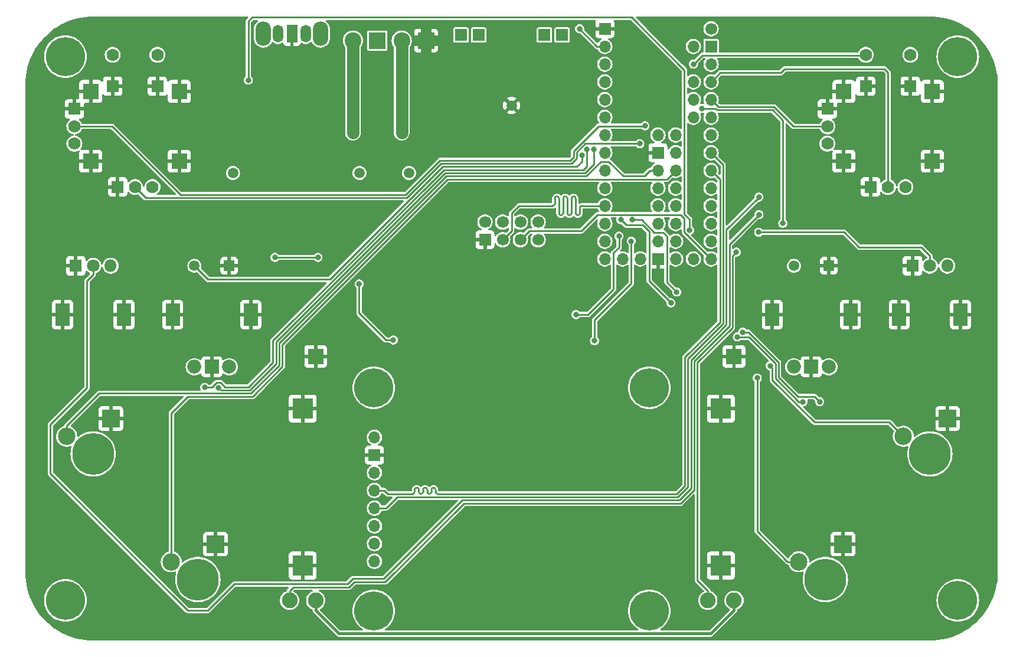
<source format=gbr>
%TF.GenerationSoftware,KiCad,Pcbnew,7.0.1*%
%TF.CreationDate,2024-02-13T15:17:08-03:00*%
%TF.ProjectId,Everything_Controller_V2.0,45766572-7974-4686-996e-675f436f6e74,R0*%
%TF.SameCoordinates,Original*%
%TF.FileFunction,Copper,L2,Bot*%
%TF.FilePolarity,Positive*%
%FSLAX46Y46*%
G04 Gerber Fmt 4.6, Leading zero omitted, Abs format (unit mm)*
G04 Created by KiCad (PCBNEW 7.0.1) date 2024-02-13 15:17:08*
%MOMM*%
%LPD*%
G01*
G04 APERTURE LIST*
%TA.AperFunction,ComponentPad*%
%ADD10C,2.400000*%
%TD*%
%TA.AperFunction,ComponentPad*%
%ADD11R,2.400000X2.400000*%
%TD*%
%TA.AperFunction,ComponentPad*%
%ADD12O,2.000000X2.000000*%
%TD*%
%TA.AperFunction,ComponentPad*%
%ADD13C,2.000000*%
%TD*%
%TA.AperFunction,ComponentPad*%
%ADD14R,2.000000X2.000000*%
%TD*%
%TA.AperFunction,ComponentPad*%
%ADD15R,2.000000X3.200000*%
%TD*%
%TA.AperFunction,ComponentPad*%
%ADD16C,1.500000*%
%TD*%
%TA.AperFunction,ComponentPad*%
%ADD17R,1.500000X1.500000*%
%TD*%
%TA.AperFunction,ComponentPad*%
%ADD18R,1.700000X1.700000*%
%TD*%
%TA.AperFunction,ComponentPad*%
%ADD19C,1.700000*%
%TD*%
%TA.AperFunction,ComponentPad*%
%ADD20C,3.600000*%
%TD*%
%TA.AperFunction,ConnectorPad*%
%ADD21C,5.600000*%
%TD*%
%TA.AperFunction,WasherPad*%
%ADD22C,6.000000*%
%TD*%
%TA.AperFunction,ComponentPad*%
%ADD23C,2.500000*%
%TD*%
%TA.AperFunction,ComponentPad*%
%ADD24R,2.500000X2.500000*%
%TD*%
%TA.AperFunction,ComponentPad*%
%ADD25C,1.778000*%
%TD*%
%TA.AperFunction,ComponentPad*%
%ADD26R,1.778000X1.778000*%
%TD*%
%TA.AperFunction,ComponentPad*%
%ADD27R,2.286000X2.286000*%
%TD*%
%TA.AperFunction,ComponentPad*%
%ADD28C,2.250000*%
%TD*%
%TA.AperFunction,ComponentPad*%
%ADD29R,2.250000X2.250000*%
%TD*%
%TA.AperFunction,ComponentPad*%
%ADD30R,3.000000X3.000000*%
%TD*%
%TA.AperFunction,ComponentPad*%
%ADD31O,1.800000X1.800000*%
%TD*%
%TA.AperFunction,ComponentPad*%
%ADD32C,1.800000*%
%TD*%
%TA.AperFunction,ComponentPad*%
%ADD33R,1.800000X1.800000*%
%TD*%
%TA.AperFunction,ComponentPad*%
%ADD34O,1.700000X1.700000*%
%TD*%
%TA.AperFunction,ComponentPad*%
%ADD35O,2.200000X3.500000*%
%TD*%
%TA.AperFunction,ComponentPad*%
%ADD36O,1.500000X2.500000*%
%TD*%
%TA.AperFunction,ComponentPad*%
%ADD37R,1.500000X2.500000*%
%TD*%
%TA.AperFunction,SMDPad,CuDef*%
%ADD38C,1.500000*%
%TD*%
%TA.AperFunction,ViaPad*%
%ADD39C,1.000000*%
%TD*%
%TA.AperFunction,ViaPad*%
%ADD40C,0.800000*%
%TD*%
%TA.AperFunction,Conductor*%
%ADD41C,1.750000*%
%TD*%
%TA.AperFunction,Conductor*%
%ADD42C,0.250000*%
%TD*%
%TA.AperFunction,Conductor*%
%ADD43C,0.400000*%
%TD*%
G04 APERTURE END LIST*
D10*
%TO.P,BT1,1,+*%
%TO.N,Net-(BT1-+)*%
X134250000Y-53700000D03*
D11*
%TO.P,BT1,2,-*%
%TO.N,GND*%
X137750000Y-53700000D03*
%TD*%
D12*
%TO.P,SW7,A,A*%
%TO.N,Net-(R23-Pad2)*%
X104500000Y-100500000D03*
D13*
%TO.P,SW7,B,B*%
%TO.N,Net-(R24-Pad2)*%
X109500000Y-100500000D03*
D14*
%TO.P,SW7,C,C*%
%TO.N,GND*%
X107000000Y-100500000D03*
D15*
%TO.P,SW7,MP,MP*%
X101400000Y-93000000D03*
X112600000Y-93000000D03*
D16*
%TO.P,SW7,S1,S1*%
%TO.N,/Inputs/E_BT2*%
X104500000Y-86000000D03*
D17*
%TO.P,SW7,S2,S2*%
%TO.N,GND*%
X109500000Y-86000000D03*
%TD*%
D10*
%TO.P,BT2,1,+*%
%TO.N,Net-(BT2-+)*%
X127250000Y-53700000D03*
D11*
%TO.P,BT2,2,-*%
%TO.N,BAT1*%
X130750000Y-53700000D03*
%TD*%
D18*
%TO.P,U4,1,GND*%
%TO.N,GND*%
X146190000Y-82270000D03*
D19*
%TO.P,U4,2,VCC*%
%TO.N,+3V3*%
X146190000Y-79730000D03*
%TO.P,U4,3,CE*%
%TO.N,CE*%
X148730000Y-82270000D03*
%TO.P,U4,4,~{CSN}*%
%TO.N,CSN*%
X148730000Y-79730000D03*
%TO.P,U4,5,SCK*%
%TO.N,CLK*%
X151270000Y-82270000D03*
%TO.P,U4,6,MOSI*%
%TO.N,COPI*%
X151270000Y-79730000D03*
%TO.P,U4,7,MISO*%
%TO.N,CIPO*%
X153810000Y-82270000D03*
%TO.P,U4,8,IRQ*%
%TO.N,unconnected-(U4-IRQ-Pad8)*%
X153810000Y-79730000D03*
D18*
%TO.P,U4,9,MSH*%
%TO.N,Earth*%
X142730000Y-52920000D03*
X145270000Y-52920000D03*
X154730000Y-52920000D03*
X157270000Y-52920000D03*
%TD*%
D20*
%TO.P,REF\u002A\u002A,1*%
%TO.N,N/C*%
X86000000Y-134000000D03*
D21*
X86000000Y-134000000D03*
%TD*%
D22*
%TO.P,SW2,*%
%TO.N,*%
X210000000Y-113000000D03*
D23*
%TO.P,SW2,1,1*%
%TO.N,/Inputs/BT1*%
X206190000Y-110460000D03*
D24*
%TO.P,SW2,2,2*%
%TO.N,GND*%
X212540000Y-107920000D03*
%TD*%
D25*
%TO.P,U6,B1A,SEL+*%
%TO.N,/Inputs/J_BT2*%
X200800000Y-55750000D03*
%TO.P,U6,B1B,SEL+*%
X207200000Y-55750000D03*
D26*
%TO.P,U6,B2A,SEL-*%
%TO.N,GND*%
X200800000Y-60250000D03*
%TO.P,U6,B2B,SEL-*%
X207200000Y-60250000D03*
%TO.P,U6,H1,H-*%
X201500000Y-74700000D03*
D25*
%TO.P,U6,H2,H*%
%TO.N,/Inputs/X_AX2*%
X204000000Y-74700000D03*
%TO.P,U6,H3,H+*%
%TO.N,+3V3*%
X206500000Y-74700000D03*
D27*
%TO.P,U6,S1,SHIELD*%
%TO.N,GND*%
X197650000Y-61000000D03*
%TO.P,U6,S2,SHIELD*%
X197650000Y-71000000D03*
%TO.P,U6,S3,SHIELD*%
X210350000Y-71000000D03*
%TO.P,U6,S4,SHIELD*%
X210350000Y-61000000D03*
D26*
%TO.P,U6,V1,V-*%
X195300000Y-63500000D03*
D25*
%TO.P,U6,V2,V*%
%TO.N,/Inputs/Y_AX2*%
X195300000Y-66000000D03*
%TO.P,U6,V3,V+*%
%TO.N,+3V3*%
X195300000Y-68500000D03*
%TD*%
D28*
%TO.P,RV4,1,1*%
%TO.N,+3V3*%
X181913000Y-134000000D03*
%TO.P,RV4,2,2*%
%TO.N,/Inputs/POT4*%
X178163000Y-134000000D03*
D29*
%TO.P,RV4,3,3*%
%TO.N,GND*%
X181913000Y-99000000D03*
D30*
%TO.P,RV4,MH,3*%
X180038000Y-129000000D03*
X180038000Y-106500000D03*
%TD*%
D22*
%TO.P,SW3,*%
%TO.N,*%
X90000000Y-113000000D03*
D23*
%TO.P,SW3,1,1*%
%TO.N,/Inputs/BT2*%
X86190000Y-110460000D03*
D24*
%TO.P,SW3,2,2*%
%TO.N,GND*%
X92540000Y-107920000D03*
%TD*%
D31*
%TO.P,RV1,1,1*%
%TO.N,+3V3*%
X212500000Y-86000000D03*
D32*
%TO.P,RV1,2,2*%
%TO.N,/Inputs/POT1*%
X210000000Y-86000000D03*
D33*
%TO.P,RV1,3,3*%
%TO.N,GND*%
X207500000Y-86000000D03*
D15*
%TO.P,RV1,MP,3*%
X214400000Y-93000000D03*
X205600000Y-93000000D03*
%TD*%
D18*
%TO.P,U3,1,GND*%
%TO.N,GND*%
X163380000Y-52000000D03*
D34*
%TO.P,U3,2,0_RX1_Touch*%
%TO.N,/Inputs/J_BT1*%
X163380000Y-54540000D03*
%TO.P,U3,3,1_TX1_Touch*%
%TO.N,/Inputs/J_BT2*%
X163380000Y-57080000D03*
%TO.P,U3,4,2*%
%TO.N,/Inputs/E_BT2*%
X163380000Y-59620000D03*
%TO.P,U3,5,3_TX_PWM*%
%TO.N,/Inputs/E_BT1*%
X163380000Y-62160000D03*
%TO.P,U3,6,4_RX_PWM*%
%TO.N,/Inputs/CLK2*%
X163380000Y-64700000D03*
%TO.P,U3,7,5_TX1_PWM*%
%TO.N,/Inputs/DT2*%
X163380000Y-67240000D03*
%TO.P,U3,8,6_PWM*%
%TO.N,/Inputs/DT1*%
X163380000Y-69780000D03*
%TO.P,U3,9,7_RX3_DOUT*%
%TO.N,/Inputs/CLK1*%
X163380000Y-72320000D03*
%TO.P,U3,10,8_TX3_DIN*%
%TO.N,unconnected-(U3-8_TX3_DIN-Pad10)*%
X163380000Y-74860000D03*
%TO.P,U3,11,9_RX2_CS_PWM*%
%TO.N,CE*%
X163380000Y-77400000D03*
%TO.P,U3,12,10_TX2_CS_PWM*%
%TO.N,CSN*%
X163380000Y-79940000D03*
%TO.P,U3,13,11_DOUT*%
%TO.N,COPI*%
X163380000Y-82480000D03*
%TO.P,U3,14,12_DIN*%
%TO.N,CIPO*%
X163380000Y-85020000D03*
%TO.P,U3,15,VBat*%
%TO.N,unconnected-(U3-VBat-Pad15)*%
X165920000Y-85020000D03*
%TO.P,U3,16,3.3V*%
%TO.N,unconnected-(U3-3.3V-Pad16)*%
X168460000Y-85020000D03*
D18*
%TO.P,U3,17,GND*%
%TO.N,GND*%
X171000000Y-85020000D03*
D34*
%TO.P,U3,18,Program*%
%TO.N,unconnected-(U3-Program-Pad18)*%
X173540000Y-85020000D03*
%TO.P,U3,19,A14/DAC*%
%TO.N,/Logic/A14*%
X176080000Y-85020000D03*
%TO.P,U3,20,13_LED_SCK*%
%TO.N,CLK*%
X178620000Y-85020000D03*
%TO.P,U3,21,14_A0_SCK*%
%TO.N,/Inputs/POT4*%
X178620000Y-82480000D03*
%TO.P,U3,22,15_A1_CS_Touch*%
%TO.N,/Inputs/POT1*%
X178620000Y-79940000D03*
%TO.P,U3,23,16_A2_SCL0_Touch*%
%TO.N,/Inputs/POT3*%
X178620000Y-77400000D03*
%TO.P,U3,24,17_A3_SDA0_Touch*%
%TO.N,/Inputs/POT2*%
X178620000Y-74860000D03*
%TO.P,U3,25,18_A4_SDA0_Touch*%
%TO.N,SDA*%
X178620000Y-72320000D03*
%TO.P,U3,26,19_A5_SCL0_Touch*%
%TO.N,SCL*%
X178620000Y-69780000D03*
%TO.P,U3,27,20_A6_CS_PWM*%
%TO.N,/Inputs/X_AX1*%
X178620000Y-67240000D03*
%TO.P,U3,28,21_A7_RX1_CS_PWM*%
%TO.N,/Inputs/Y_AX1*%
X178620000Y-64700000D03*
%TO.P,U3,29,22_A8_Touch_PWM*%
%TO.N,/Inputs/Y_AX2*%
X178620000Y-62160000D03*
%TO.P,U3,30,23_A9_Touch_PWM*%
%TO.N,/Inputs/X_AX2*%
X178620000Y-59620000D03*
%TO.P,U3,31,3.3V*%
%TO.N,unconnected-(U3-3.3V-Pad31)*%
X178620000Y-57080000D03*
D18*
%TO.P,U3,32,AGND*%
%TO.N,Net-(U3-AGND)*%
X178620000Y-54540000D03*
D19*
%TO.P,U3,33,Vin*%
%TO.N,+5V*%
X178620000Y-52000000D03*
D34*
%TO.P,U3,34,VUSB*%
%TO.N,unconnected-(U3-VUSB-Pad34)*%
X176080000Y-54540000D03*
%TO.P,U3,35,AREF*%
%TO.N,+3V3*%
X176080000Y-59620000D03*
%TO.P,U3,36,A10*%
%TO.N,unconnected-(U3-A10-Pad36)*%
X176080000Y-62160000D03*
%TO.P,U3,37,A11*%
%TO.N,unconnected-(U3-A11-Pad37)*%
X176080000Y-64700000D03*
%TO.P,U3,41,A13*%
%TO.N,unconnected-(U3-A13-Pad41)*%
X173540000Y-67240000D03*
%TO.P,U3,42,3.3V*%
%TO.N,unconnected-(U3-3.3V-Pad42)*%
X173540000Y-69780000D03*
%TO.P,U3,43,33_Touch*%
%TO.N,/Inputs/BT4*%
X173540000Y-72320000D03*
%TO.P,U3,44,32_Touch_PWM*%
%TO.N,LED2*%
X173540000Y-74860000D03*
%TO.P,U3,45,31_A20_TX2*%
%TO.N,/Inputs/BT1*%
X173540000Y-77400000D03*
%TO.P,U3,46,30_A19_SDA1*%
%TO.N,DIP2*%
X173540000Y-79940000D03*
%TO.P,U3,47,29_A18_SCL1*%
%TO.N,DIP1*%
X173540000Y-82480000D03*
%TO.P,U3,48,28_A17*%
%TO.N,DIP3*%
X171000000Y-82480000D03*
%TO.P,U3,49,27_A16*%
%TO.N,DIP4*%
X171000000Y-79940000D03*
%TO.P,U3,50,26_A15_RX2*%
%TO.N,/Inputs/BT3*%
X171000000Y-77400000D03*
%TO.P,U3,51,25_Touch_PWM*%
%TO.N,LED1*%
X171000000Y-74860000D03*
%TO.P,U3,52,24*%
%TO.N,/Inputs/BT2*%
X171000000Y-72320000D03*
D18*
%TO.P,U3,53,GND*%
%TO.N,GND*%
X171000000Y-69780000D03*
D34*
%TO.P,U3,54,A12*%
%TO.N,unconnected-(U3-A12-Pad54)*%
X171000000Y-67240000D03*
%TD*%
D35*
%TO.P,SW1,*%
%TO.N,*%
X114400000Y-52700000D03*
X122600000Y-52700000D03*
D36*
%TO.P,SW1,1,A*%
%TO.N,unconnected-(SW1-A-Pad1)*%
X116500000Y-52700000D03*
D37*
%TO.P,SW1,2,B*%
%TO.N,GND*%
X118500000Y-52700000D03*
D36*
%TO.P,SW1,3,C*%
%TO.N,GATE*%
X120500000Y-52700000D03*
%TD*%
D22*
%TO.P,SW4,*%
%TO.N,*%
X195000000Y-131000000D03*
D23*
%TO.P,SW4,1,1*%
%TO.N,/Inputs/BT3*%
X191190000Y-128460000D03*
D24*
%TO.P,SW4,2,2*%
%TO.N,GND*%
X197540000Y-125920000D03*
%TD*%
D28*
%TO.P,RV3,1,1*%
%TO.N,+3V3*%
X121913000Y-134000000D03*
%TO.P,RV3,2,2*%
%TO.N,/Inputs/POT3*%
X118163000Y-134000000D03*
D29*
%TO.P,RV3,3,3*%
%TO.N,GND*%
X121913000Y-99000000D03*
D30*
%TO.P,RV3,MH,3*%
X120038000Y-129000000D03*
X120038000Y-106500000D03*
%TD*%
D20*
%TO.P,REF\u002A\u002A,1*%
%TO.N,N/C*%
X214000000Y-134000000D03*
D21*
X214000000Y-134000000D03*
%TD*%
D12*
%TO.P,SW6,A,A*%
%TO.N,Net-(R19-Pad2)*%
X190500000Y-100500000D03*
D13*
%TO.P,SW6,B,B*%
%TO.N,Net-(R20-Pad2)*%
X195500000Y-100500000D03*
D14*
%TO.P,SW6,C,C*%
%TO.N,GND*%
X193000000Y-100500000D03*
D15*
%TO.P,SW6,MP,MP*%
X187400000Y-93000000D03*
X198600000Y-93000000D03*
D16*
%TO.P,SW6,S1,S1*%
%TO.N,/Inputs/E_BT1*%
X190500000Y-86000000D03*
D17*
%TO.P,SW6,S2,S2*%
%TO.N,GND*%
X195500000Y-86000000D03*
%TD*%
D31*
%TO.P,RV2,1,1*%
%TO.N,+3V3*%
X92500000Y-86000000D03*
D32*
%TO.P,RV2,2,2*%
%TO.N,/Inputs/POT2*%
X90000000Y-86000000D03*
D33*
%TO.P,RV2,3,3*%
%TO.N,GND*%
X87500000Y-86000000D03*
D15*
%TO.P,RV2,MP,3*%
X94400000Y-93000000D03*
X85600000Y-93000000D03*
%TD*%
D21*
%TO.P,J1,*%
%TO.N,*%
X130250000Y-103500000D03*
X130250000Y-135500000D03*
X169750000Y-103500000D03*
X169750000Y-135500000D03*
D34*
%TO.P,J1,1,Pin_1*%
%TO.N,+3V3*%
X130340000Y-110610000D03*
D18*
%TO.P,J1,2,Pin_2*%
%TO.N,GND*%
X130340000Y-113150000D03*
D34*
%TO.P,J1,3,Pin_3*%
%TO.N,unconnected-(J1-Pin_3-Pad3)*%
X130340000Y-115690000D03*
%TO.P,J1,4,Pin_4*%
%TO.N,SDA*%
X130340000Y-118230000D03*
%TO.P,J1,5,Pin_5*%
%TO.N,SCL*%
X130340000Y-120770000D03*
%TO.P,J1,6,Pin_6*%
%TO.N,unconnected-(J1-Pin_6-Pad6)*%
X130340000Y-123310000D03*
%TO.P,J1,7,Pin_7*%
%TO.N,unconnected-(J1-Pin_7-Pad7)*%
X130340000Y-125850000D03*
%TO.P,J1,8,Pin_8*%
%TO.N,unconnected-(J1-Pin_8-Pad8)*%
X130340000Y-128390000D03*
D20*
%TO.P,J1,x*%
%TO.N,N/C*%
X130250000Y-103500000D03*
X130250000Y-135500000D03*
X169750000Y-103500000D03*
X169750000Y-135500000D03*
%TD*%
%TO.P,REF\u002A\u002A,1*%
%TO.N,N/C*%
X214000000Y-56000000D03*
D21*
X214000000Y-56000000D03*
%TD*%
D20*
%TO.P,REF\u002A\u002A,1*%
%TO.N,N/C*%
X86000000Y-56000000D03*
D21*
X86000000Y-56000000D03*
%TD*%
D25*
%TO.P,U5,B1A,SEL+*%
%TO.N,/Inputs/J_BT1*%
X92800000Y-55750000D03*
%TO.P,U5,B1B,SEL+*%
X99200000Y-55750000D03*
D26*
%TO.P,U5,B2A,SEL-*%
%TO.N,GND*%
X92800000Y-60250000D03*
%TO.P,U5,B2B,SEL-*%
X99200000Y-60250000D03*
%TO.P,U5,H1,H-*%
X93500000Y-74700000D03*
D25*
%TO.P,U5,H2,H*%
%TO.N,/Inputs/X_AX1*%
X96000000Y-74700000D03*
%TO.P,U5,H3,H+*%
%TO.N,+3V3*%
X98500000Y-74700000D03*
D27*
%TO.P,U5,S1,SHIELD*%
%TO.N,GND*%
X89650000Y-61000000D03*
%TO.P,U5,S2,SHIELD*%
X89650000Y-71000000D03*
%TO.P,U5,S3,SHIELD*%
X102350000Y-71000000D03*
%TO.P,U5,S4,SHIELD*%
X102350000Y-61000000D03*
D26*
%TO.P,U5,V1,V-*%
X87300000Y-63500000D03*
D25*
%TO.P,U5,V2,V*%
%TO.N,/Inputs/Y_AX1*%
X87300000Y-66000000D03*
%TO.P,U5,V3,V+*%
%TO.N,+3V3*%
X87300000Y-68500000D03*
%TD*%
D22*
%TO.P,SW5,*%
%TO.N,*%
X105000000Y-131000000D03*
D23*
%TO.P,SW5,1,1*%
%TO.N,/Inputs/BT4*%
X101190000Y-128460000D03*
D24*
%TO.P,SW5,2,2*%
%TO.N,GND*%
X107540000Y-125920000D03*
%TD*%
D38*
%TO.P,TP5,1,1*%
%TO.N,VBUS*%
X110050000Y-72700000D03*
%TD*%
%TO.P,TP2,1,1*%
%TO.N,+3V3*%
X135300000Y-72700000D03*
%TD*%
%TO.P,TP1,1,1*%
%TO.N,+5V*%
X128200000Y-72700000D03*
%TD*%
%TO.P,TP6,1,1*%
%TO.N,GND*%
X150000000Y-63000000D03*
%TD*%
D39*
%TO.N,Net-(BT1-+)*%
X134250000Y-66900000D03*
D40*
%TO.N,GND*%
X150000000Y-97200000D03*
X123800000Y-64450000D03*
X186300000Y-64700000D03*
X136300000Y-79600000D03*
X195000000Y-118400000D03*
X107000000Y-79650000D03*
X154725000Y-58350000D03*
X119800000Y-80050000D03*
X185500000Y-54550000D03*
X122650000Y-68175000D03*
X133050000Y-95150000D03*
X116300000Y-81850000D03*
X128600000Y-113150000D03*
X119400000Y-69400000D03*
D39*
X165500000Y-135500000D03*
X134500000Y-135500000D03*
D40*
X145275000Y-58350000D03*
X168300000Y-77400000D03*
X119400000Y-70600000D03*
X109500000Y-110900000D03*
X119400000Y-66950000D03*
X186300000Y-59600000D03*
X122775000Y-83125000D03*
X117700000Y-81850000D03*
X186300000Y-79900000D03*
X114200000Y-80950000D03*
X186300000Y-77400000D03*
X121230000Y-80950000D03*
X130850000Y-92500000D03*
X116300000Y-80050000D03*
X186300000Y-82500000D03*
D39*
X195000000Y-139000000D03*
D40*
X131925000Y-85975000D03*
X146875000Y-56925000D03*
X115650000Y-80950000D03*
X120520000Y-78450000D03*
X144400000Y-82300000D03*
X129500000Y-88600000D03*
X123800000Y-71900000D03*
X135500000Y-122500000D03*
X133325000Y-88150000D03*
X119400000Y-71900000D03*
X131900000Y-92500000D03*
X165140000Y-52000000D03*
X155600000Y-83000000D03*
X186300000Y-62200000D03*
X158900000Y-56950000D03*
X150000000Y-63000000D03*
X186300000Y-67200000D03*
X123800000Y-70600000D03*
X142725000Y-58350000D03*
X133325000Y-83825000D03*
X131925000Y-84625000D03*
X93000000Y-83500000D03*
X129500000Y-91400000D03*
X121230000Y-81850000D03*
X164710000Y-97710000D03*
X152530000Y-97190000D03*
X117000000Y-80950000D03*
D39*
X171000000Y-62000000D03*
D40*
X109600000Y-51800000D03*
X121230000Y-80050000D03*
X153000000Y-86000000D03*
D39*
X209500000Y-134000000D03*
D40*
X202650000Y-81800000D03*
X105000000Y-118300000D03*
X129500000Y-90450000D03*
X120520000Y-79350000D03*
X90000000Y-100400000D03*
X117000000Y-89450000D03*
D39*
X134500000Y-103500000D03*
D40*
X155600000Y-79200000D03*
X190500000Y-51800000D03*
D39*
X90500000Y-134000000D03*
D40*
X119800000Y-81850000D03*
X164710000Y-93950000D03*
D39*
X105000000Y-139000000D03*
D40*
X118350000Y-80950000D03*
X129500000Y-89525000D03*
D39*
X165500000Y-103500000D03*
D40*
X176100000Y-91700000D03*
X171000000Y-87200000D03*
X186300000Y-52000000D03*
X178600000Y-93500000D03*
X117700000Y-80050000D03*
X121600000Y-68170000D03*
X202650000Y-85150000D03*
X119500000Y-89450000D03*
X119400000Y-65700000D03*
X129800000Y-92500000D03*
X119800000Y-80950000D03*
X120575000Y-68175000D03*
X193000000Y-79700000D03*
X141100000Y-56875000D03*
X168475000Y-88775000D03*
X175800000Y-67250000D03*
X131925000Y-87325000D03*
X210000000Y-100500000D03*
X123800000Y-65700000D03*
X122775000Y-78800000D03*
X147460000Y-97190000D03*
X186300000Y-74900000D03*
X190500000Y-110900000D03*
X186300000Y-57100000D03*
X123800000Y-69400000D03*
X186300000Y-54550000D03*
X153125000Y-56900000D03*
X104500000Y-110900000D03*
X120520000Y-77550000D03*
X157250000Y-58350000D03*
X195500000Y-110900000D03*
X119400000Y-64450000D03*
X138600000Y-77200000D03*
X161630000Y-52000000D03*
X123800000Y-66950000D03*
X169150000Y-69800000D03*
D39*
%TO.N,Net-(BT2-+)*%
X127250000Y-66900000D03*
D40*
%TO.N,/Logic/A14*%
X112250000Y-59375000D03*
X175534500Y-80900000D03*
%TO.N,VBUS*%
X110050000Y-72700000D03*
%TO.N,+5V*%
X128200000Y-72700000D03*
%TO.N,+3V3*%
X135300000Y-72700000D03*
%TO.N,/Inputs/BT1*%
X187107253Y-100338247D03*
%TO.N,/Inputs/BT3*%
X185230000Y-102108000D03*
%TO.N,/Inputs/POT1*%
X185450000Y-81190000D03*
%TO.N,/Inputs/POT2*%
X185480000Y-76150000D03*
%TO.N,/Inputs/POT3*%
X185490000Y-78670000D03*
%TO.N,/Inputs/POT4*%
X182250000Y-84050000D03*
%TO.N,/Inputs/DT1*%
X173700000Y-89770000D03*
X194200000Y-105510000D03*
X183167839Y-95518247D03*
X167288110Y-79394500D03*
%TO.N,/Inputs/CLK1*%
X172860000Y-91330000D03*
X165670000Y-79394500D03*
X191800000Y-105510000D03*
X182400000Y-96200000D03*
%TO.N,/Inputs/CLK2*%
X160800497Y-69300000D03*
X106000000Y-103460000D03*
%TO.N,/Inputs/DT2*%
X161800000Y-69300000D03*
X108000000Y-103504500D03*
%TO.N,/Inputs/X_AX1*%
X168400000Y-68500000D03*
%TO.N,/Inputs/Y_AX1*%
X169140000Y-65930000D03*
%TO.N,FB*%
X116070000Y-84800000D03*
X122230000Y-84800000D03*
%TO.N,VFB*%
X133050000Y-96650000D03*
X128150000Y-88610000D03*
%TO.N,/Inputs/E_BT1*%
X188910000Y-79900000D03*
X177340000Y-63440000D03*
%TO.N,/Inputs/E_BT2*%
X160075997Y-70193537D03*
%TO.N,/Inputs/J_BT1*%
X159766000Y-52010000D03*
%TO.N,/Inputs/J_BT2*%
X176100000Y-57080000D03*
%TO.N,LED1*%
X165410000Y-81750000D03*
X159250000Y-93000000D03*
%TO.N,LED2*%
X161900000Y-96750000D03*
X167180000Y-82475500D03*
%TD*%
D41*
%TO.N,Net-(BT1-+)*%
X134250000Y-53700000D02*
X134250000Y-66900000D01*
%TO.N,Net-(BT2-+)*%
X127250000Y-53700000D02*
X127250000Y-66900000D01*
D42*
%TO.N,/Logic/A14*%
X112825000Y-50375000D02*
X112250000Y-50950000D01*
X112250000Y-50950000D02*
X112250000Y-59375000D01*
X174800000Y-57925000D02*
X167250000Y-50375000D01*
X175525000Y-80890500D02*
X175525000Y-79308604D01*
X175534500Y-80900000D02*
X175525000Y-80890500D01*
X175525000Y-79308604D02*
X174800000Y-78583604D01*
X174800000Y-78583604D02*
X174800000Y-57925000D01*
X167250000Y-50375000D02*
X112825000Y-50375000D01*
D43*
%TO.N,+3V3*%
X178550000Y-138760000D02*
X181913000Y-135397000D01*
X125260000Y-138760000D02*
X178550000Y-138760000D01*
X121913000Y-134000000D02*
X121913000Y-135413000D01*
X181913000Y-135397000D02*
X181913000Y-134000000D01*
X121913000Y-135413000D02*
X125260000Y-138760000D01*
D42*
%TO.N,/Inputs/BT1*%
X187400000Y-100630994D02*
X187400000Y-102382792D01*
X187107253Y-100338247D02*
X187400000Y-100630994D01*
X193447208Y-108430000D02*
X204160000Y-108430000D01*
X187400000Y-102382792D02*
X193447208Y-108430000D01*
X204160000Y-108430000D02*
X206190000Y-110460000D01*
%TO.N,/Inputs/BT2*%
X140653604Y-73140000D02*
X160690000Y-73140000D01*
X116680000Y-100260000D02*
X116680000Y-97113604D01*
X163950000Y-71050000D02*
X166040000Y-73140000D01*
X169060000Y-73140000D02*
X169880000Y-72320000D01*
X112640000Y-104300000D02*
X116680000Y-100260000D01*
X86190000Y-110460000D02*
X86190000Y-108950000D01*
X169880000Y-72320000D02*
X171000000Y-72320000D01*
X160690000Y-73140000D02*
X162780000Y-71050000D01*
X86190000Y-108950000D02*
X90840000Y-104300000D01*
X162780000Y-71050000D02*
X163950000Y-71050000D01*
X166040000Y-73140000D02*
X169060000Y-73140000D01*
X90840000Y-104300000D02*
X112640000Y-104300000D01*
X116680000Y-97113604D02*
X140653604Y-73140000D01*
%TO.N,/Inputs/BT3*%
X185230000Y-124080000D02*
X189610000Y-128460000D01*
X185230000Y-102108000D02*
X185230000Y-124080000D01*
X189610000Y-128460000D02*
X191190000Y-128460000D01*
%TO.N,/Inputs/BT4*%
X172270000Y-73590000D02*
X173540000Y-72320000D01*
X101190000Y-107140000D02*
X103580000Y-104750000D01*
X117130000Y-97300000D02*
X140840000Y-73590000D01*
X112826396Y-104750000D02*
X117130000Y-100446396D01*
X117130000Y-100446396D02*
X117130000Y-97300000D01*
X101190000Y-128460000D02*
X101190000Y-107140000D01*
X140840000Y-73590000D02*
X172270000Y-73590000D01*
X103580000Y-104750000D02*
X112826396Y-104750000D01*
%TO.N,/Inputs/POT1*%
X210000000Y-84560000D02*
X210000000Y-86000000D01*
X199835000Y-83335000D02*
X208775000Y-83335000D01*
X208775000Y-83335000D02*
X210000000Y-84560000D01*
X185450000Y-81190000D02*
X197690000Y-81190000D01*
X197690000Y-81190000D02*
X199835000Y-83335000D01*
%TO.N,/Inputs/POT2*%
X83850000Y-115750000D02*
X103550000Y-135450000D01*
X142953604Y-119630000D02*
X174056396Y-119630000D01*
X89100000Y-103550000D02*
X83850000Y-108800000D01*
X180800000Y-80830000D02*
X185480000Y-76150000D01*
X90000000Y-87250000D02*
X89100000Y-88150000D01*
X175750000Y-117936396D02*
X175750000Y-99513604D01*
X106460000Y-135450000D02*
X110250000Y-131660000D01*
X126460000Y-131660000D02*
X127220000Y-130900000D01*
X131683604Y-130900000D02*
X142953604Y-119630000D01*
X175750000Y-99513604D02*
X180800000Y-94463604D01*
X174056396Y-119630000D02*
X175750000Y-117936396D01*
X110250000Y-131660000D02*
X126460000Y-131660000D01*
X103550000Y-135450000D02*
X106460000Y-135450000D01*
X90000000Y-86000000D02*
X90000000Y-87250000D01*
X89100000Y-88150000D02*
X89100000Y-103550000D01*
X83850000Y-108800000D02*
X83850000Y-115750000D01*
X127220000Y-130900000D02*
X131683604Y-130900000D01*
X180800000Y-94463604D02*
X180800000Y-80830000D01*
%TO.N,/Inputs/POT3*%
X131870000Y-131350000D02*
X143140000Y-120080000D01*
X127406396Y-131350000D02*
X131870000Y-131350000D01*
X181250000Y-82910000D02*
X185490000Y-78670000D01*
X126646396Y-132110000D02*
X127406396Y-131350000D01*
X118163000Y-132617000D02*
X118670000Y-132110000D01*
X174242792Y-120080000D02*
X176200000Y-118122792D01*
X143140000Y-120080000D02*
X174242792Y-120080000D01*
X176200000Y-118122792D02*
X176200000Y-99700000D01*
X181250000Y-94650000D02*
X181250000Y-82910000D01*
X118670000Y-132110000D02*
X126646396Y-132110000D01*
X176200000Y-99700000D02*
X181250000Y-94650000D01*
X118163000Y-134000000D02*
X118163000Y-132617000D01*
%TO.N,/Inputs/POT4*%
X176650000Y-131100000D02*
X178163000Y-132613000D01*
X181700000Y-84600000D02*
X181700000Y-94836396D01*
X176650000Y-99886396D02*
X176650000Y-131100000D01*
X181700000Y-94836396D02*
X176650000Y-99886396D01*
X178163000Y-132613000D02*
X178163000Y-134000000D01*
X182250000Y-84050000D02*
X181700000Y-84600000D01*
%TO.N,/Inputs/DT1*%
X172290000Y-88360000D02*
X172290000Y-81760000D01*
X171740000Y-81210000D02*
X170480000Y-81210000D01*
X191065000Y-104775000D02*
X193465000Y-104775000D01*
X188300000Y-99870000D02*
X188300000Y-102010000D01*
X170480000Y-81210000D02*
X168664500Y-79394500D01*
X168664500Y-79394500D02*
X167288110Y-79394500D01*
X188300000Y-102010000D02*
X191065000Y-104775000D01*
X183167839Y-95518247D02*
X183948247Y-95518247D01*
X172290000Y-81760000D02*
X171740000Y-81210000D01*
X173700000Y-89770000D02*
X172290000Y-88360000D01*
X193465000Y-104775000D02*
X194200000Y-105510000D01*
X183948247Y-95518247D02*
X188300000Y-99870000D01*
%TO.N,/Inputs/CLK1*%
X187850000Y-100056396D02*
X187850000Y-102196396D01*
X169730000Y-88196000D02*
X172860000Y-91326000D01*
X182400000Y-96200000D02*
X182442747Y-96242747D01*
X168803604Y-80170000D02*
X169730000Y-81096396D01*
X182442747Y-96242747D02*
X184036351Y-96242747D01*
X187850000Y-102196396D02*
X191163604Y-105510000D01*
X191163604Y-105510000D02*
X191800000Y-105510000D01*
X169730000Y-81096396D02*
X169730000Y-88196000D01*
X172860000Y-91326000D02*
X172860000Y-91330000D01*
X184036351Y-96242747D02*
X187850000Y-100056396D01*
X166445500Y-80170000D02*
X168803604Y-80170000D01*
X165670000Y-79394500D02*
X166445500Y-80170000D01*
%TO.N,/Inputs/CLK2*%
X115780000Y-96740812D02*
X115780000Y-99887208D01*
X107670500Y-102779500D02*
X106990000Y-103460000D01*
X106990000Y-103460000D02*
X106000000Y-103460000D01*
X108300305Y-102779500D02*
X107670500Y-102779500D01*
X160317208Y-72240000D02*
X140280812Y-72240000D01*
X140280812Y-72240000D02*
X115780000Y-96740812D01*
X112267208Y-103400000D02*
X108920805Y-103400000D01*
X160800497Y-69300000D02*
X160800497Y-71756711D01*
X108920805Y-103400000D02*
X108300305Y-102779500D01*
X160800497Y-71756711D02*
X160317208Y-72240000D01*
X115780000Y-99887208D02*
X112267208Y-103400000D01*
%TO.N,/Inputs/DT2*%
X161800000Y-71393604D02*
X160503604Y-72690000D01*
X108345500Y-103850000D02*
X108000000Y-103504500D01*
X140467208Y-72690000D02*
X116230000Y-96927208D01*
X112453604Y-103850000D02*
X108345500Y-103850000D01*
X116230000Y-96927208D02*
X116230000Y-100073604D01*
X161800000Y-69300000D02*
X161800000Y-71393604D01*
X160503604Y-72690000D02*
X140467208Y-72690000D01*
X116230000Y-100073604D02*
X112453604Y-103850000D01*
%TO.N,/Inputs/X_AX1*%
X97540000Y-76240000D02*
X96000000Y-74700000D01*
X159350997Y-69724195D02*
X159350997Y-70587393D01*
X135008020Y-76240000D02*
X97540000Y-76240000D01*
X168400000Y-68500000D02*
X160575192Y-68500000D01*
X139908020Y-71340000D02*
X135008020Y-76240000D01*
X160575192Y-68500000D02*
X159350997Y-69724195D01*
X158598390Y-71340000D02*
X139908020Y-71340000D01*
X159350997Y-70587393D02*
X158598390Y-71340000D01*
%TO.N,/Inputs/Y_AX1*%
X139721624Y-70890000D02*
X134821624Y-75790000D01*
X169100000Y-65970000D02*
X162468796Y-65970000D01*
X102500000Y-75790000D02*
X92710000Y-66000000D01*
X134821624Y-75790000D02*
X102500000Y-75790000D01*
X158411994Y-70890000D02*
X139721624Y-70890000D01*
X158900997Y-69537799D02*
X158900997Y-70400997D01*
X92710000Y-66000000D02*
X87300000Y-66000000D01*
X158900997Y-70400997D02*
X158411994Y-70890000D01*
X169140000Y-65930000D02*
X169100000Y-65970000D01*
X162468796Y-65970000D02*
X158900997Y-69537799D01*
%TO.N,/Inputs/Y_AX2*%
X190406396Y-66000000D02*
X187616396Y-63210000D01*
X179670000Y-63210000D02*
X178620000Y-62160000D01*
X187616396Y-63210000D02*
X179670000Y-63210000D01*
X195300000Y-66000000D02*
X190406396Y-66000000D01*
%TO.N,/Inputs/X_AX2*%
X204000000Y-74700000D02*
X204000000Y-58260000D01*
X188615305Y-58310000D02*
X179930000Y-58310000D01*
X179930000Y-58310000D02*
X178620000Y-59620000D01*
X189165305Y-57760000D02*
X188615305Y-58310000D01*
X204000000Y-58260000D02*
X203500000Y-57760000D01*
X203500000Y-57760000D02*
X189165305Y-57760000D01*
%TO.N,SDA*%
X173683604Y-118730000D02*
X139400000Y-118730000D01*
X179900000Y-73600000D02*
X179900000Y-94090812D01*
X136100000Y-118120135D02*
X136100000Y-118430000D01*
X179900000Y-94090812D02*
X174850000Y-99140812D01*
X139100000Y-118430000D02*
X139100000Y-118120112D01*
X178620000Y-72320000D02*
X179900000Y-73600000D01*
X131730000Y-118230000D02*
X130340000Y-118230000D01*
X135800000Y-118730000D02*
X133396507Y-118730000D01*
X174850000Y-99140812D02*
X174850000Y-117563604D01*
X137900000Y-118430000D02*
X137900000Y-118120112D01*
X132230000Y-118730000D02*
X131730000Y-118230000D01*
X133396507Y-118730000D02*
X132230000Y-118730000D01*
X137300000Y-118120112D02*
X137300000Y-118430000D01*
X138500000Y-118120112D02*
X138500000Y-118430000D01*
X174850000Y-117563604D02*
X173683604Y-118730000D01*
X136700000Y-118430000D02*
X136700000Y-118120135D01*
X135800000Y-118730000D02*
G75*
G03*
X136100000Y-118430000I0J300000D01*
G01*
X139099988Y-118120112D02*
G75*
G03*
X138800000Y-117820112I-299988J12D01*
G01*
X137900000Y-118430000D02*
G75*
G03*
X138200000Y-118730000I300000J0D01*
G01*
X137000000Y-118730000D02*
G75*
G03*
X137300000Y-118430000I0J300000D01*
G01*
X138800000Y-117820100D02*
G75*
G03*
X138500000Y-118120112I0J-300000D01*
G01*
X137899988Y-118120112D02*
G75*
G03*
X137600000Y-117820112I-299988J12D01*
G01*
X139100000Y-118430000D02*
G75*
G03*
X139400000Y-118730000I300000J0D01*
G01*
X137600000Y-117820100D02*
G75*
G03*
X137300000Y-118120112I0J-300000D01*
G01*
X136400000Y-117820100D02*
G75*
G03*
X136100000Y-118120135I0J-300000D01*
G01*
X136700000Y-118430000D02*
G75*
G03*
X137000000Y-118730000I300000J0D01*
G01*
X136699965Y-118120135D02*
G75*
G03*
X136400000Y-117820135I-299965J35D01*
G01*
X138200000Y-118730000D02*
G75*
G03*
X138500000Y-118430000I0J300000D01*
G01*
%TO.N,SCL*%
X173870000Y-119180000D02*
X175300000Y-117750000D01*
X130340000Y-120770000D02*
X131980000Y-120770000D01*
X175300000Y-99327208D02*
X180350000Y-94277208D01*
X180350000Y-71510000D02*
X178620000Y-69780000D01*
X180350000Y-94277208D02*
X180350000Y-71510000D01*
X131980000Y-120770000D02*
X133570000Y-119180000D01*
X133570000Y-119180000D02*
X173870000Y-119180000D01*
X175300000Y-117750000D02*
X175300000Y-99327208D01*
%TO.N,FB*%
X116070000Y-84800000D02*
X122230000Y-84800000D01*
%TO.N,VFB*%
X131975000Y-96650000D02*
X128125000Y-92800000D01*
X133050000Y-96650000D02*
X131975000Y-96650000D01*
X128125000Y-92800000D02*
X128125000Y-88635000D01*
X128125000Y-88635000D02*
X128150000Y-88610000D01*
%TO.N,/Inputs/E_BT1*%
X187430000Y-63660000D02*
X179483604Y-63660000D01*
X188910000Y-65140000D02*
X187430000Y-63660000D01*
X179263604Y-63440000D02*
X177340000Y-63440000D01*
X179483604Y-63660000D02*
X179263604Y-63440000D01*
X188910000Y-79900000D02*
X188910000Y-65140000D01*
%TO.N,/Inputs/E_BT2*%
X140094416Y-71790000D02*
X123924416Y-87960000D01*
X123924416Y-87960000D02*
X106460000Y-87960000D01*
X160075997Y-70193537D02*
X160075997Y-71096795D01*
X106460000Y-87960000D02*
X104500000Y-86000000D01*
X160075997Y-71096795D02*
X159382792Y-71790000D01*
X159382792Y-71790000D02*
X140094416Y-71790000D01*
%TO.N,/Inputs/J_BT1*%
X159766000Y-52046000D02*
X162260000Y-54540000D01*
X162260000Y-54540000D02*
X163380000Y-54540000D01*
X159766000Y-52010000D02*
X159766000Y-52046000D01*
%TO.N,/Inputs/J_BT2*%
X177370000Y-55810000D02*
X200740000Y-55810000D01*
X200740000Y-55810000D02*
X200800000Y-55750000D01*
X176100000Y-57080000D02*
X177370000Y-55810000D01*
%TO.N,LED1*%
X159250000Y-93000000D02*
X161000000Y-93000000D01*
X164640000Y-84160000D02*
X165410000Y-83390000D01*
X164640000Y-89360000D02*
X164640000Y-84160000D01*
X165410000Y-83390000D02*
X165410000Y-81750000D01*
X161000000Y-93000000D02*
X164640000Y-89360000D01*
%TO.N,LED2*%
X161900000Y-93816396D02*
X161900000Y-96750000D01*
X167180000Y-82475500D02*
X167180000Y-88536396D01*
X167180000Y-88536396D02*
X161900000Y-93816396D01*
%TO.N,CE*%
X150000000Y-81000000D02*
X148730000Y-82270000D01*
X158600000Y-77400000D02*
X158600000Y-78456451D01*
X151060000Y-77400000D02*
X150000000Y-78460000D01*
X156800000Y-77400000D02*
X156800000Y-76343549D01*
X152947188Y-77400000D02*
X151060000Y-77400000D01*
X159200000Y-78456451D02*
X159200000Y-77700000D01*
X157400000Y-76343549D02*
X157400000Y-77400000D01*
X156800000Y-78456451D02*
X156800000Y-77400000D01*
X156200000Y-76343549D02*
X156200000Y-77100000D01*
X158000000Y-78456451D02*
X158000000Y-77400000D01*
X163380000Y-77400000D02*
X160100000Y-77400000D01*
X155900000Y-77400000D02*
X152947188Y-77400000D01*
X157400000Y-77400000D02*
X157400000Y-78456451D01*
X158000000Y-77400000D02*
X158000000Y-76343549D01*
X159800000Y-77700000D02*
X159800000Y-78456451D01*
X150000000Y-78460000D02*
X150000000Y-81000000D01*
X159200000Y-77700000D02*
X159200000Y-76343549D01*
X158600000Y-76343549D02*
X158600000Y-77400000D01*
X157999951Y-76343549D02*
G75*
G03*
X157700000Y-76043549I-299951J49D01*
G01*
X157700000Y-76043500D02*
G75*
G03*
X157400000Y-76343549I0J-300000D01*
G01*
X157100000Y-78756500D02*
G75*
G03*
X157400000Y-78456451I0J300000D01*
G01*
X155900000Y-77400000D02*
G75*
G03*
X156200000Y-77100000I0J300000D01*
G01*
X156799951Y-76343549D02*
G75*
G03*
X156500000Y-76043549I-299951J49D01*
G01*
X156800049Y-78456451D02*
G75*
G03*
X157100000Y-78756451I299951J-49D01*
G01*
X160100000Y-77400000D02*
G75*
G03*
X159800000Y-77700000I0J-300000D01*
G01*
X158900000Y-76043500D02*
G75*
G03*
X158600000Y-76343549I0J-300000D01*
G01*
X159200049Y-78456451D02*
G75*
G03*
X159500000Y-78756451I299951J-49D01*
G01*
X159199951Y-76343549D02*
G75*
G03*
X158900000Y-76043549I-299951J49D01*
G01*
X159500000Y-78756500D02*
G75*
G03*
X159800000Y-78456451I0J300000D01*
G01*
X158300000Y-78756500D02*
G75*
G03*
X158600000Y-78456451I0J300000D01*
G01*
X156500000Y-76043500D02*
G75*
G03*
X156200000Y-76343549I0J-300000D01*
G01*
X158000049Y-78456451D02*
G75*
G03*
X158300000Y-78756451I299951J-49D01*
G01*
%TO.N,CLK*%
X174250000Y-78670000D02*
X174800000Y-79220000D01*
X160000000Y-81000000D02*
X162330000Y-78670000D01*
X162330000Y-78670000D02*
X174250000Y-78670000D01*
X174800000Y-81200000D02*
X178620000Y-85020000D01*
X174800000Y-79220000D02*
X174800000Y-81200000D01*
X152540000Y-81000000D02*
X160000000Y-81000000D01*
X151270000Y-82270000D02*
X152540000Y-81000000D01*
%TD*%
%TA.AperFunction,Conductor*%
%TO.N,GND*%
G36*
X112175395Y-50264015D02*
G01*
X112219418Y-50301615D01*
X112241573Y-50355103D01*
X112237031Y-50412819D01*
X112206782Y-50462179D01*
X112143512Y-50525450D01*
X112021108Y-50647853D01*
X112001254Y-50663976D01*
X111992165Y-50669914D01*
X111972722Y-50694894D01*
X111962563Y-50706398D01*
X111962484Y-50706476D01*
X111962479Y-50706482D01*
X111962480Y-50706482D01*
X111950390Y-50723414D01*
X111947341Y-50727504D01*
X111910354Y-50775024D01*
X111910237Y-50775253D01*
X111893057Y-50832955D01*
X111891495Y-50837831D01*
X111871940Y-50894795D01*
X111871906Y-50895030D01*
X111874394Y-50955192D01*
X111874500Y-50960316D01*
X111874500Y-58782797D01*
X111863575Y-58833688D01*
X111832728Y-58875610D01*
X111797079Y-58907193D01*
X111759515Y-58940471D01*
X111669780Y-59070476D01*
X111613763Y-59218181D01*
X111594721Y-59374999D01*
X111613763Y-59531818D01*
X111669780Y-59679523D01*
X111759515Y-59809528D01*
X111759516Y-59809529D01*
X111759517Y-59809530D01*
X111877760Y-59914283D01*
X112017635Y-59987696D01*
X112171015Y-60025500D01*
X112328985Y-60025500D01*
X112482365Y-59987696D01*
X112622240Y-59914283D01*
X112740483Y-59809530D01*
X112830220Y-59679523D01*
X112886237Y-59531818D01*
X112905278Y-59375000D01*
X112886237Y-59218182D01*
X112830220Y-59070477D01*
X112740483Y-58940470D01*
X112667271Y-58875610D01*
X112636425Y-58833688D01*
X112625500Y-58782797D01*
X112625500Y-51156899D01*
X112634939Y-51109446D01*
X112661819Y-51069218D01*
X112944219Y-50786819D01*
X112984447Y-50759939D01*
X113031900Y-50750500D01*
X113508076Y-50750500D01*
X113568192Y-50766047D01*
X113613234Y-50808790D01*
X113631906Y-50868011D01*
X113619526Y-50928858D01*
X113579199Y-50976074D01*
X113562287Y-50987916D01*
X113528598Y-51011505D01*
X113361505Y-51178598D01*
X113225965Y-51372170D01*
X113126097Y-51586336D01*
X113064936Y-51814592D01*
X113049500Y-51991032D01*
X113049500Y-53408968D01*
X113064936Y-53585407D01*
X113092439Y-53688049D01*
X113126097Y-53813663D01*
X113225965Y-54027829D01*
X113361505Y-54221401D01*
X113528599Y-54388495D01*
X113722170Y-54524035D01*
X113936337Y-54623903D01*
X114164592Y-54685063D01*
X114400000Y-54705659D01*
X114635408Y-54685063D01*
X114863663Y-54623903D01*
X115077829Y-54524035D01*
X115271401Y-54388495D01*
X115438495Y-54221401D01*
X115574035Y-54027829D01*
X115604735Y-53961993D01*
X115643508Y-53914612D01*
X115700231Y-53891557D01*
X115761071Y-53898455D01*
X115795858Y-53922864D01*
X115797164Y-53921177D01*
X115807132Y-53928893D01*
X115807134Y-53928895D01*
X115968042Y-54053448D01*
X116150729Y-54143060D01*
X116347715Y-54194063D01*
X116550936Y-54204369D01*
X116550936Y-54204368D01*
X116550937Y-54204369D01*
X116752071Y-54173556D01*
X116834413Y-54143060D01*
X116942887Y-54102886D01*
X117082284Y-54015999D01*
X117133696Y-53998045D01*
X117187845Y-54003851D01*
X117234284Y-54032297D01*
X117264056Y-54077898D01*
X117306647Y-54192088D01*
X117392811Y-54307188D01*
X117507910Y-54393352D01*
X117642624Y-54443597D01*
X117702176Y-54450000D01*
X118250000Y-54450000D01*
X118250000Y-52574000D01*
X118266613Y-52512000D01*
X118312000Y-52466613D01*
X118374000Y-52450000D01*
X118626000Y-52450000D01*
X118688000Y-52466613D01*
X118733387Y-52512000D01*
X118750000Y-52574000D01*
X118750000Y-54450000D01*
X119297824Y-54450000D01*
X119357375Y-54443597D01*
X119492089Y-54393352D01*
X119607188Y-54307188D01*
X119693352Y-54192088D01*
X119736146Y-54077354D01*
X119768198Y-54029592D01*
X119818353Y-54001432D01*
X119875819Y-53998932D01*
X119928230Y-54022631D01*
X119968042Y-54053448D01*
X120150729Y-54143060D01*
X120347715Y-54194063D01*
X120550936Y-54204369D01*
X120550936Y-54204368D01*
X120550937Y-54204369D01*
X120752071Y-54173556D01*
X120834413Y-54143060D01*
X120942887Y-54102886D01*
X121115571Y-53995252D01*
X121195157Y-53919599D01*
X121245552Y-53890527D01*
X121303664Y-53887641D01*
X121356694Y-53911579D01*
X121392968Y-53957068D01*
X121412490Y-53998932D01*
X121425966Y-54027831D01*
X121506650Y-54143060D01*
X121561505Y-54221401D01*
X121728599Y-54388495D01*
X121922170Y-54524035D01*
X122136337Y-54623903D01*
X122364592Y-54685063D01*
X122600000Y-54705659D01*
X122835408Y-54685063D01*
X123063663Y-54623903D01*
X123277829Y-54524035D01*
X123471401Y-54388495D01*
X123638495Y-54221401D01*
X123774035Y-54027829D01*
X123873903Y-53813663D01*
X123904359Y-53699999D01*
X125794528Y-53699999D01*
X125814379Y-53939558D01*
X125814379Y-53939561D01*
X125814380Y-53939563D01*
X125873390Y-54172591D01*
X125969951Y-54392728D01*
X126101429Y-54593969D01*
X126101431Y-54593971D01*
X126104309Y-54598376D01*
X126119345Y-54630816D01*
X126124500Y-54666198D01*
X126124500Y-66953618D01*
X126131260Y-67024408D01*
X126139812Y-67113973D01*
X126200368Y-67320207D01*
X126200369Y-67320209D01*
X126298862Y-67511259D01*
X126431732Y-67680217D01*
X126488071Y-67729035D01*
X126594177Y-67820977D01*
X126780321Y-67928447D01*
X126780323Y-67928448D01*
X126873555Y-67960716D01*
X126983445Y-67998750D01*
X127019170Y-68003886D01*
X127196203Y-68029339D01*
X127410904Y-68019112D01*
X127619790Y-67968437D01*
X127713211Y-67925773D01*
X127815309Y-67879147D01*
X127856942Y-67849500D01*
X127990399Y-67754466D01*
X128138727Y-67598903D01*
X128254935Y-67418080D01*
X128334822Y-67218532D01*
X128375500Y-67007472D01*
X128375500Y-54924675D01*
X129299500Y-54924675D01*
X129314033Y-54997738D01*
X129314033Y-54997739D01*
X129314034Y-54997740D01*
X129369399Y-55080601D01*
X129452260Y-55135966D01*
X129483042Y-55142089D01*
X129525325Y-55150500D01*
X129525326Y-55150500D01*
X131974674Y-55150500D01*
X131974675Y-55150500D01*
X131999029Y-55145655D01*
X132047740Y-55135966D01*
X132130601Y-55080601D01*
X132185966Y-54997740D01*
X132200500Y-54924674D01*
X132200500Y-53699999D01*
X132794528Y-53699999D01*
X132814379Y-53939558D01*
X132814379Y-53939561D01*
X132814380Y-53939563D01*
X132873390Y-54172591D01*
X132969951Y-54392728D01*
X133101429Y-54593969D01*
X133101431Y-54593971D01*
X133104309Y-54598376D01*
X133119345Y-54630816D01*
X133124500Y-54666198D01*
X133124500Y-66953618D01*
X133131260Y-67024408D01*
X133139812Y-67113973D01*
X133200368Y-67320207D01*
X133200369Y-67320209D01*
X133298862Y-67511259D01*
X133431732Y-67680217D01*
X133488071Y-67729035D01*
X133594177Y-67820977D01*
X133780321Y-67928447D01*
X133780323Y-67928448D01*
X133873555Y-67960716D01*
X133983445Y-67998750D01*
X134019170Y-68003886D01*
X134196203Y-68029339D01*
X134410904Y-68019112D01*
X134619790Y-67968437D01*
X134713211Y-67925773D01*
X134815309Y-67879147D01*
X134856942Y-67849500D01*
X134990399Y-67754466D01*
X135138727Y-67598903D01*
X135254935Y-67418080D01*
X135334822Y-67218532D01*
X135375500Y-67007472D01*
X135375500Y-64043124D01*
X149310426Y-64043124D01*
X149310427Y-64043125D01*
X149372610Y-64086666D01*
X149570840Y-64179102D01*
X149782113Y-64235712D01*
X150000000Y-64254775D01*
X150217886Y-64235712D01*
X150429159Y-64179102D01*
X150627385Y-64086667D01*
X150689572Y-64043124D01*
X150000001Y-63353553D01*
X150000000Y-63353553D01*
X149310426Y-64043124D01*
X135375500Y-64043124D01*
X135375500Y-63000000D01*
X148745224Y-63000000D01*
X148764287Y-63217886D01*
X148820898Y-63429161D01*
X148913331Y-63627386D01*
X148956873Y-63689571D01*
X148956875Y-63689572D01*
X149646447Y-63000001D01*
X149646447Y-63000000D01*
X150353553Y-63000000D01*
X151043124Y-63689572D01*
X151086667Y-63627385D01*
X151179102Y-63429159D01*
X151235712Y-63217886D01*
X151254775Y-63000000D01*
X151235712Y-62782113D01*
X151179102Y-62570840D01*
X151086667Y-62372615D01*
X151043123Y-62310428D01*
X150353553Y-63000000D01*
X149646447Y-63000000D01*
X148956875Y-62310427D01*
X148956874Y-62310428D01*
X148913333Y-62372611D01*
X148820897Y-62570840D01*
X148764287Y-62782113D01*
X148745224Y-63000000D01*
X135375500Y-63000000D01*
X135375500Y-61956875D01*
X149310427Y-61956875D01*
X150000000Y-62646447D01*
X150000001Y-62646447D01*
X150486448Y-62159999D01*
X162274785Y-62159999D01*
X162293602Y-62363083D01*
X162349418Y-62559251D01*
X162440324Y-62741818D01*
X162563236Y-62904580D01*
X162713958Y-63041981D01*
X162887361Y-63149347D01*
X162887363Y-63149348D01*
X163077544Y-63223024D01*
X163278024Y-63260500D01*
X163481974Y-63260500D01*
X163481976Y-63260500D01*
X163682456Y-63223024D01*
X163872637Y-63149348D01*
X164046041Y-63041981D01*
X164165889Y-62932725D01*
X164196763Y-62904580D01*
X164218957Y-62875191D01*
X164319673Y-62741821D01*
X164319673Y-62741819D01*
X164319675Y-62741818D01*
X164375438Y-62629829D01*
X164410582Y-62559250D01*
X164466397Y-62363083D01*
X164485215Y-62160000D01*
X164466397Y-61956917D01*
X164466384Y-61956873D01*
X164427696Y-61820898D01*
X164410582Y-61760750D01*
X164402851Y-61745224D01*
X164319675Y-61578181D01*
X164196763Y-61415419D01*
X164046041Y-61278018D01*
X163872638Y-61170652D01*
X163682457Y-61096976D01*
X163615629Y-61084484D01*
X163481976Y-61059500D01*
X163278024Y-61059500D01*
X163177783Y-61078238D01*
X163077542Y-61096976D01*
X162887361Y-61170652D01*
X162713958Y-61278018D01*
X162563236Y-61415419D01*
X162440324Y-61578181D01*
X162349418Y-61760748D01*
X162293602Y-61956916D01*
X162274785Y-62159999D01*
X150486448Y-62159999D01*
X150689572Y-61956875D01*
X150689571Y-61956873D01*
X150627386Y-61913331D01*
X150429161Y-61820898D01*
X150217886Y-61764287D01*
X150000000Y-61745224D01*
X149782113Y-61764287D01*
X149570840Y-61820897D01*
X149372611Y-61913333D01*
X149310428Y-61956874D01*
X149310427Y-61956875D01*
X135375500Y-61956875D01*
X135375500Y-59619999D01*
X162274785Y-59619999D01*
X162293602Y-59823083D01*
X162349418Y-60019251D01*
X162440324Y-60201818D01*
X162563236Y-60364580D01*
X162713958Y-60501981D01*
X162887361Y-60609347D01*
X162887363Y-60609348D01*
X163077544Y-60683024D01*
X163278024Y-60720500D01*
X163481974Y-60720500D01*
X163481976Y-60720500D01*
X163682456Y-60683024D01*
X163872637Y-60609348D01*
X164046041Y-60501981D01*
X164196764Y-60364579D01*
X164319673Y-60201821D01*
X164319673Y-60201819D01*
X164319675Y-60201818D01*
X164365313Y-60110161D01*
X164410582Y-60019250D01*
X164466397Y-59823083D01*
X164485215Y-59620000D01*
X164466397Y-59416917D01*
X164463749Y-59407612D01*
X164436880Y-59313176D01*
X164410582Y-59220750D01*
X164409303Y-59218181D01*
X164319675Y-59038181D01*
X164196763Y-58875419D01*
X164046041Y-58738018D01*
X163872638Y-58630652D01*
X163682457Y-58556976D01*
X163615629Y-58544484D01*
X163481976Y-58519500D01*
X163278024Y-58519500D01*
X163177784Y-58538237D01*
X163077542Y-58556976D01*
X162887361Y-58630652D01*
X162713958Y-58738018D01*
X162563236Y-58875419D01*
X162440324Y-59038181D01*
X162349418Y-59220748D01*
X162293602Y-59416916D01*
X162274785Y-59619999D01*
X135375500Y-59619999D01*
X135375500Y-57079999D01*
X162274785Y-57079999D01*
X162293602Y-57283083D01*
X162349418Y-57479251D01*
X162440324Y-57661818D01*
X162563236Y-57824580D01*
X162713958Y-57961981D01*
X162856066Y-58049970D01*
X162887363Y-58069348D01*
X163077544Y-58143024D01*
X163278024Y-58180500D01*
X163481974Y-58180500D01*
X163481976Y-58180500D01*
X163682456Y-58143024D01*
X163872637Y-58069348D01*
X164046041Y-57961981D01*
X164196764Y-57824579D01*
X164319673Y-57661821D01*
X164319673Y-57661819D01*
X164319675Y-57661818D01*
X164389287Y-57522016D01*
X164410582Y-57479250D01*
X164466397Y-57283083D01*
X164485215Y-57080000D01*
X164466397Y-56876917D01*
X164458936Y-56850696D01*
X164410581Y-56680748D01*
X164319675Y-56498181D01*
X164196763Y-56335419D01*
X164046041Y-56198018D01*
X163872638Y-56090652D01*
X163682457Y-56016976D01*
X163591642Y-56000000D01*
X163481976Y-55979500D01*
X163278024Y-55979500D01*
X163193448Y-55995310D01*
X163077542Y-56016976D01*
X162887361Y-56090652D01*
X162713958Y-56198018D01*
X162563236Y-56335419D01*
X162440324Y-56498181D01*
X162349418Y-56680748D01*
X162293602Y-56876916D01*
X162274785Y-57079999D01*
X135375500Y-57079999D01*
X135375500Y-54666198D01*
X135380655Y-54630816D01*
X135395691Y-54598376D01*
X135398568Y-54593971D01*
X135398571Y-54593969D01*
X135492631Y-54450000D01*
X136050000Y-54450000D01*
X136050000Y-54947824D01*
X136056402Y-55007375D01*
X136106647Y-55142089D01*
X136192811Y-55257188D01*
X136307910Y-55343352D01*
X136442624Y-55393597D01*
X136502176Y-55400000D01*
X137000000Y-55400000D01*
X137000000Y-54450000D01*
X138500000Y-54450000D01*
X138500000Y-55400000D01*
X138997824Y-55400000D01*
X139057375Y-55393597D01*
X139192089Y-55343352D01*
X139307188Y-55257188D01*
X139393352Y-55142089D01*
X139443597Y-55007375D01*
X139450000Y-54947824D01*
X139450000Y-54450000D01*
X138500000Y-54450000D01*
X137000000Y-54450000D01*
X136050000Y-54450000D01*
X135492631Y-54450000D01*
X135530049Y-54392728D01*
X135626610Y-54172591D01*
X135685620Y-53939563D01*
X135697626Y-53794675D01*
X141629500Y-53794675D01*
X141644033Y-53867738D01*
X141644033Y-53867739D01*
X141644034Y-53867740D01*
X141699399Y-53950601D01*
X141782260Y-54005966D01*
X141818792Y-54013232D01*
X141855325Y-54020500D01*
X141855326Y-54020500D01*
X143604674Y-54020500D01*
X143604675Y-54020500D01*
X143629029Y-54015655D01*
X143677740Y-54005966D01*
X143760601Y-53950601D01*
X143815966Y-53867740D01*
X143826723Y-53813663D01*
X143830500Y-53794675D01*
X144169500Y-53794675D01*
X144184033Y-53867738D01*
X144184033Y-53867739D01*
X144184034Y-53867740D01*
X144239399Y-53950601D01*
X144322260Y-54005966D01*
X144358792Y-54013232D01*
X144395325Y-54020500D01*
X144395326Y-54020500D01*
X146144674Y-54020500D01*
X146144675Y-54020500D01*
X146169029Y-54015655D01*
X146217740Y-54005966D01*
X146300601Y-53950601D01*
X146355966Y-53867740D01*
X146366723Y-53813663D01*
X146370500Y-53794675D01*
X153629500Y-53794675D01*
X153644033Y-53867738D01*
X153644033Y-53867739D01*
X153644034Y-53867740D01*
X153699399Y-53950601D01*
X153782260Y-54005966D01*
X153818792Y-54013232D01*
X153855325Y-54020500D01*
X153855326Y-54020500D01*
X155604674Y-54020500D01*
X155604675Y-54020500D01*
X155629029Y-54015655D01*
X155677740Y-54005966D01*
X155760601Y-53950601D01*
X155815966Y-53867740D01*
X155826723Y-53813663D01*
X155830500Y-53794675D01*
X156169500Y-53794675D01*
X156184033Y-53867738D01*
X156184033Y-53867739D01*
X156184034Y-53867740D01*
X156239399Y-53950601D01*
X156322260Y-54005966D01*
X156358792Y-54013232D01*
X156395325Y-54020500D01*
X156395326Y-54020500D01*
X158144674Y-54020500D01*
X158144675Y-54020500D01*
X158169029Y-54015655D01*
X158217740Y-54005966D01*
X158300601Y-53950601D01*
X158355966Y-53867740D01*
X158366723Y-53813663D01*
X158370500Y-53794675D01*
X158370500Y-52045325D01*
X158363473Y-52010000D01*
X159110721Y-52010000D01*
X159129763Y-52166818D01*
X159185780Y-52314523D01*
X159275515Y-52444528D01*
X159275516Y-52444529D01*
X159275517Y-52444530D01*
X159393760Y-52549283D01*
X159533634Y-52622695D01*
X159533635Y-52622696D01*
X159687015Y-52660500D01*
X159798101Y-52660500D01*
X159845554Y-52669939D01*
X159885782Y-52696819D01*
X161957850Y-54768887D01*
X161973977Y-54788746D01*
X161979915Y-54797836D01*
X162004893Y-54817277D01*
X162016410Y-54827448D01*
X162016481Y-54827519D01*
X162033397Y-54839597D01*
X162037505Y-54842660D01*
X162085041Y-54879659D01*
X162085232Y-54879756D01*
X162092799Y-54882009D01*
X162092801Y-54882010D01*
X162142974Y-54896947D01*
X162147804Y-54898494D01*
X162197340Y-54915500D01*
X162197342Y-54915500D01*
X162204799Y-54918060D01*
X162205032Y-54918094D01*
X162212909Y-54917768D01*
X162212912Y-54917769D01*
X162255883Y-54915991D01*
X162302596Y-54923068D01*
X162343274Y-54947106D01*
X162372006Y-54984614D01*
X162440325Y-55121818D01*
X162563236Y-55284580D01*
X162713958Y-55421981D01*
X162855438Y-55509581D01*
X162887363Y-55529348D01*
X163077544Y-55603024D01*
X163278024Y-55640500D01*
X163481974Y-55640500D01*
X163481976Y-55640500D01*
X163682456Y-55603024D01*
X163872637Y-55529348D01*
X164046041Y-55421981D01*
X164100319Y-55372500D01*
X164196763Y-55284580D01*
X164196764Y-55284579D01*
X164319673Y-55121821D01*
X164319673Y-55121819D01*
X164319675Y-55121818D01*
X164376660Y-55007375D01*
X164410582Y-54939250D01*
X164466397Y-54743083D01*
X164485215Y-54540000D01*
X164466397Y-54336917D01*
X164410582Y-54140750D01*
X164379015Y-54077354D01*
X164319675Y-53958181D01*
X164196763Y-53795419D01*
X164046043Y-53658020D01*
X163919110Y-53579427D01*
X163875506Y-53533335D01*
X163860409Y-53471709D01*
X163877773Y-53410682D01*
X163923051Y-53366233D01*
X163984388Y-53350000D01*
X164277824Y-53350000D01*
X164337375Y-53343597D01*
X164472089Y-53293352D01*
X164587188Y-53207188D01*
X164673352Y-53092089D01*
X164723597Y-52957375D01*
X164730000Y-52897824D01*
X164730000Y-52250000D01*
X162030000Y-52250000D01*
X162030000Y-52897824D01*
X162036402Y-52957375D01*
X162086647Y-53092089D01*
X162172811Y-53207188D01*
X162287910Y-53293352D01*
X162422624Y-53343597D01*
X162482176Y-53350000D01*
X162775612Y-53350000D01*
X162836949Y-53366233D01*
X162882227Y-53410682D01*
X162899591Y-53471709D01*
X162884494Y-53533335D01*
X162840890Y-53579427D01*
X162713956Y-53658020D01*
X162563236Y-53795419D01*
X162440322Y-53958184D01*
X162440314Y-53958202D01*
X162440269Y-53958254D01*
X162433402Y-53967349D01*
X162432928Y-53966991D01*
X162402891Y-54002736D01*
X162349277Y-54025303D01*
X162291271Y-54020938D01*
X162241638Y-53990601D01*
X161367184Y-53116147D01*
X160446620Y-52195582D01*
X160417084Y-52148350D01*
X160411205Y-52092956D01*
X160421278Y-52010000D01*
X160402237Y-51853182D01*
X160346220Y-51705477D01*
X160285006Y-51616793D01*
X160256484Y-51575471D01*
X160256483Y-51575470D01*
X160138240Y-51470717D01*
X160085295Y-51442929D01*
X159998364Y-51397303D01*
X159844985Y-51359500D01*
X159687015Y-51359500D01*
X159533635Y-51397303D01*
X159393761Y-51470716D01*
X159275515Y-51575471D01*
X159185780Y-51705476D01*
X159129763Y-51853181D01*
X159110721Y-52010000D01*
X158363473Y-52010000D01*
X158355966Y-51972261D01*
X158355966Y-51972260D01*
X158300601Y-51889399D01*
X158217740Y-51834034D01*
X158217739Y-51834033D01*
X158217738Y-51834033D01*
X158144675Y-51819500D01*
X158144674Y-51819500D01*
X156395326Y-51819500D01*
X156395325Y-51819500D01*
X156322261Y-51834033D01*
X156239399Y-51889399D01*
X156184033Y-51972261D01*
X156169500Y-52045325D01*
X156169500Y-53794675D01*
X155830500Y-53794675D01*
X155830500Y-52045325D01*
X155815966Y-51972261D01*
X155815966Y-51972260D01*
X155760601Y-51889399D01*
X155677740Y-51834034D01*
X155677739Y-51834033D01*
X155677738Y-51834033D01*
X155604675Y-51819500D01*
X155604674Y-51819500D01*
X153855326Y-51819500D01*
X153855325Y-51819500D01*
X153782261Y-51834033D01*
X153699399Y-51889399D01*
X153644033Y-51972261D01*
X153629500Y-52045325D01*
X153629500Y-53794675D01*
X146370500Y-53794675D01*
X146370500Y-52045325D01*
X146355966Y-51972261D01*
X146355966Y-51972260D01*
X146300601Y-51889399D01*
X146217740Y-51834034D01*
X146217739Y-51834033D01*
X146217738Y-51834033D01*
X146144675Y-51819500D01*
X146144674Y-51819500D01*
X144395326Y-51819500D01*
X144395325Y-51819500D01*
X144322261Y-51834033D01*
X144239399Y-51889399D01*
X144184033Y-51972261D01*
X144169500Y-52045325D01*
X144169500Y-53794675D01*
X143830500Y-53794675D01*
X143830500Y-52045325D01*
X143815966Y-51972261D01*
X143815966Y-51972260D01*
X143760601Y-51889399D01*
X143677740Y-51834034D01*
X143677739Y-51834033D01*
X143677738Y-51834033D01*
X143604675Y-51819500D01*
X143604674Y-51819500D01*
X141855326Y-51819500D01*
X141855325Y-51819500D01*
X141782261Y-51834033D01*
X141699399Y-51889399D01*
X141644033Y-51972261D01*
X141629500Y-52045325D01*
X141629500Y-53794675D01*
X135697626Y-53794675D01*
X135705471Y-53700000D01*
X135685620Y-53460437D01*
X135626610Y-53227409D01*
X135530049Y-53007272D01*
X135492631Y-52950000D01*
X136050000Y-52950000D01*
X137000000Y-52950000D01*
X137000000Y-52000000D01*
X138500000Y-52000000D01*
X138500000Y-52950000D01*
X139450000Y-52950000D01*
X139450000Y-52452176D01*
X139443597Y-52392624D01*
X139393352Y-52257910D01*
X139307188Y-52142811D01*
X139192089Y-52056647D01*
X139057375Y-52006402D01*
X138997824Y-52000000D01*
X138500000Y-52000000D01*
X137000000Y-52000000D01*
X136502176Y-52000000D01*
X136442624Y-52006402D01*
X136307910Y-52056647D01*
X136192811Y-52142811D01*
X136106647Y-52257910D01*
X136056402Y-52392624D01*
X136050000Y-52452176D01*
X136050000Y-52950000D01*
X135492631Y-52950000D01*
X135398571Y-52806031D01*
X135235764Y-52629175D01*
X135111921Y-52532784D01*
X135046072Y-52481531D01*
X135046068Y-52481528D01*
X135046067Y-52481528D01*
X134834656Y-52367118D01*
X134834655Y-52367117D01*
X134834652Y-52367116D01*
X134607299Y-52289066D01*
X134420590Y-52257910D01*
X134370192Y-52249500D01*
X134129808Y-52249500D01*
X134079410Y-52257910D01*
X133892700Y-52289066D01*
X133665347Y-52367116D01*
X133453927Y-52481531D01*
X133264239Y-52629172D01*
X133264236Y-52629174D01*
X133264236Y-52629175D01*
X133101429Y-52806031D01*
X132969951Y-53007272D01*
X132969950Y-53007274D01*
X132945496Y-53063023D01*
X132873390Y-53227409D01*
X132829067Y-53402438D01*
X132814379Y-53460441D01*
X132794528Y-53699999D01*
X132200500Y-53699999D01*
X132200500Y-52475326D01*
X132185966Y-52402260D01*
X132130601Y-52319399D01*
X132047740Y-52264034D01*
X132047739Y-52264033D01*
X132047738Y-52264033D01*
X131974675Y-52249500D01*
X131974674Y-52249500D01*
X129525326Y-52249500D01*
X129525325Y-52249500D01*
X129452261Y-52264033D01*
X129369399Y-52319399D01*
X129314033Y-52402261D01*
X129299500Y-52475325D01*
X129299500Y-54924675D01*
X128375500Y-54924675D01*
X128375500Y-54666198D01*
X128380655Y-54630816D01*
X128395691Y-54598376D01*
X128398568Y-54593971D01*
X128398571Y-54593969D01*
X128530049Y-54392728D01*
X128626610Y-54172591D01*
X128685620Y-53939563D01*
X128705471Y-53700000D01*
X128685620Y-53460437D01*
X128626610Y-53227409D01*
X128530049Y-53007272D01*
X128398571Y-52806031D01*
X128235764Y-52629175D01*
X128111921Y-52532784D01*
X128046072Y-52481531D01*
X128046068Y-52481528D01*
X128046067Y-52481528D01*
X127834656Y-52367118D01*
X127834655Y-52367117D01*
X127834652Y-52367116D01*
X127607299Y-52289066D01*
X127420590Y-52257910D01*
X127370192Y-52249500D01*
X127129808Y-52249500D01*
X127079410Y-52257910D01*
X126892700Y-52289066D01*
X126665347Y-52367116D01*
X126453927Y-52481531D01*
X126264239Y-52629172D01*
X126264236Y-52629174D01*
X126264236Y-52629175D01*
X126101429Y-52806031D01*
X125969951Y-53007272D01*
X125969950Y-53007274D01*
X125945496Y-53063023D01*
X125873390Y-53227409D01*
X125829067Y-53402438D01*
X125814379Y-53460441D01*
X125794528Y-53699999D01*
X123904359Y-53699999D01*
X123935063Y-53585408D01*
X123945011Y-53471709D01*
X123950500Y-53408968D01*
X123950500Y-51991032D01*
X123935063Y-51814592D01*
X123915064Y-51739954D01*
X123873903Y-51586337D01*
X123774035Y-51372171D01*
X123638495Y-51178599D01*
X123471401Y-51011505D01*
X123420799Y-50976073D01*
X123380474Y-50928858D01*
X123368094Y-50868011D01*
X123386766Y-50808790D01*
X123431808Y-50766047D01*
X123491924Y-50750500D01*
X161966765Y-50750500D01*
X162024240Y-50764624D01*
X162068621Y-50803780D01*
X162089798Y-50859047D01*
X162082947Y-50917834D01*
X162036402Y-51042624D01*
X162030000Y-51102176D01*
X162030000Y-51750000D01*
X164730000Y-51750000D01*
X164730000Y-51102176D01*
X164723597Y-51042624D01*
X164677053Y-50917834D01*
X164670202Y-50859047D01*
X164691379Y-50803780D01*
X164735760Y-50764624D01*
X164793235Y-50750500D01*
X167043101Y-50750500D01*
X167090554Y-50759939D01*
X167130782Y-50786819D01*
X174388181Y-58044218D01*
X174415061Y-58084446D01*
X174424500Y-58131899D01*
X174424500Y-66276337D01*
X174411500Y-66331608D01*
X174375227Y-66375291D01*
X174323286Y-66398226D01*
X174266567Y-66395604D01*
X174216963Y-66367975D01*
X174206041Y-66358019D01*
X174032638Y-66250652D01*
X173842457Y-66176976D01*
X173775629Y-66164484D01*
X173641976Y-66139500D01*
X173438024Y-66139500D01*
X173337783Y-66158238D01*
X173237542Y-66176976D01*
X173047361Y-66250652D01*
X172873958Y-66358018D01*
X172723236Y-66495419D01*
X172600324Y-66658181D01*
X172509418Y-66840748D01*
X172453602Y-67036916D01*
X172434785Y-67239999D01*
X172453602Y-67443083D01*
X172509418Y-67639251D01*
X172600324Y-67821818D01*
X172723236Y-67984580D01*
X172873958Y-68121981D01*
X173005880Y-68203663D01*
X173047363Y-68229348D01*
X173237544Y-68303024D01*
X173438024Y-68340500D01*
X173641974Y-68340500D01*
X173641976Y-68340500D01*
X173842456Y-68303024D01*
X174032637Y-68229348D01*
X174206041Y-68121981D01*
X174212441Y-68116145D01*
X174216963Y-68112025D01*
X174266567Y-68084396D01*
X174323286Y-68081774D01*
X174375227Y-68104709D01*
X174411500Y-68148392D01*
X174424500Y-68203663D01*
X174424500Y-68816337D01*
X174411500Y-68871608D01*
X174375227Y-68915291D01*
X174323286Y-68938226D01*
X174266567Y-68935604D01*
X174216963Y-68907975D01*
X174206041Y-68898019D01*
X174032638Y-68790652D01*
X173842457Y-68716976D01*
X173775629Y-68704484D01*
X173641976Y-68679500D01*
X173438024Y-68679500D01*
X173337783Y-68698238D01*
X173237542Y-68716976D01*
X173047361Y-68790652D01*
X172873958Y-68898018D01*
X172723236Y-69035419D01*
X172600326Y-69198179D01*
X172585000Y-69228959D01*
X172541215Y-69277890D01*
X172478582Y-69297602D01*
X172414665Y-69282569D01*
X172367385Y-69237005D01*
X172350000Y-69173687D01*
X172350000Y-68882176D01*
X172343597Y-68822624D01*
X172293352Y-68687910D01*
X172207188Y-68572811D01*
X172092089Y-68486647D01*
X171957375Y-68436402D01*
X171897824Y-68430000D01*
X171604388Y-68430000D01*
X171543051Y-68413767D01*
X171497773Y-68369318D01*
X171480409Y-68308291D01*
X171495506Y-68246665D01*
X171539110Y-68200573D01*
X171666041Y-68121981D01*
X171816764Y-67984579D01*
X171939673Y-67821821D01*
X171939673Y-67821819D01*
X171939675Y-67821818D01*
X172010183Y-67680217D01*
X172030582Y-67639250D01*
X172086397Y-67443083D01*
X172105215Y-67240000D01*
X172086397Y-67036917D01*
X172073621Y-66992016D01*
X172055255Y-66927467D01*
X172030582Y-66840750D01*
X172029317Y-66838210D01*
X171939675Y-66658181D01*
X171816763Y-66495419D01*
X171666041Y-66358018D01*
X171492638Y-66250652D01*
X171302457Y-66176976D01*
X171235629Y-66164484D01*
X171101976Y-66139500D01*
X170898024Y-66139500D01*
X170797783Y-66158238D01*
X170697542Y-66176976D01*
X170507361Y-66250652D01*
X170333958Y-66358018D01*
X170183236Y-66495419D01*
X170060324Y-66658181D01*
X169969418Y-66840748D01*
X169913602Y-67036916D01*
X169894785Y-67239999D01*
X169913602Y-67443083D01*
X169969418Y-67639251D01*
X170060324Y-67821818D01*
X170183236Y-67984580D01*
X170333956Y-68121979D01*
X170333958Y-68121980D01*
X170333959Y-68121981D01*
X170452659Y-68195477D01*
X170460890Y-68200573D01*
X170504494Y-68246665D01*
X170519591Y-68308291D01*
X170502227Y-68369318D01*
X170456949Y-68413767D01*
X170395612Y-68430000D01*
X170102176Y-68430000D01*
X170042624Y-68436402D01*
X169907910Y-68486647D01*
X169792811Y-68572811D01*
X169706647Y-68687910D01*
X169656402Y-68822624D01*
X169650000Y-68882176D01*
X169650000Y-69530000D01*
X171126000Y-69530000D01*
X171188000Y-69546613D01*
X171233387Y-69592000D01*
X171250000Y-69654000D01*
X171250000Y-69906000D01*
X171233387Y-69968000D01*
X171188000Y-70013387D01*
X171126000Y-70030000D01*
X169650000Y-70030000D01*
X169650000Y-70677824D01*
X169656402Y-70737375D01*
X169706647Y-70872089D01*
X169792811Y-70987188D01*
X169907910Y-71073352D01*
X170042624Y-71123597D01*
X170102176Y-71130000D01*
X170395612Y-71130000D01*
X170456949Y-71146233D01*
X170502227Y-71190682D01*
X170519591Y-71251709D01*
X170504494Y-71313335D01*
X170460890Y-71359427D01*
X170333956Y-71438020D01*
X170183236Y-71575419D01*
X170060324Y-71738181D01*
X169993920Y-71871541D01*
X169954605Y-71917449D01*
X169898258Y-71939318D01*
X169864324Y-71943548D01*
X169848986Y-71944500D01*
X169848884Y-71944500D01*
X169828399Y-71947918D01*
X169823332Y-71948657D01*
X169763567Y-71956107D01*
X169763312Y-71956189D01*
X169710370Y-71984838D01*
X169705820Y-71987180D01*
X169651715Y-72013632D01*
X169651505Y-72013788D01*
X169610719Y-72058093D01*
X169607172Y-72061789D01*
X168940781Y-72728181D01*
X168900553Y-72755061D01*
X168853100Y-72764500D01*
X166246900Y-72764500D01*
X166199447Y-72755061D01*
X166159219Y-72728181D01*
X164252149Y-70821111D01*
X164236022Y-70801253D01*
X164230083Y-70792162D01*
X164205110Y-70772725D01*
X164193593Y-70762554D01*
X164193519Y-70762480D01*
X164176594Y-70750397D01*
X164172475Y-70747326D01*
X164169871Y-70745299D01*
X164135716Y-70704062D01*
X164122133Y-70652269D01*
X164131653Y-70599577D01*
X164162498Y-70555816D01*
X164196764Y-70524579D01*
X164319673Y-70361821D01*
X164319673Y-70361819D01*
X164319675Y-70361818D01*
X164377243Y-70246204D01*
X164410582Y-70179250D01*
X164466397Y-69983083D01*
X164485215Y-69780000D01*
X164466397Y-69576917D01*
X164465012Y-69572051D01*
X164428458Y-69443576D01*
X164410582Y-69380750D01*
X164402306Y-69364130D01*
X164319675Y-69198181D01*
X164226069Y-69074227D01*
X164201552Y-69010941D01*
X164214023Y-68944228D01*
X164259745Y-68894073D01*
X164325023Y-68875500D01*
X167803692Y-68875500D01*
X167861319Y-68889704D01*
X167905743Y-68929062D01*
X167909515Y-68934528D01*
X167909516Y-68934529D01*
X167909517Y-68934530D01*
X168027760Y-69039283D01*
X168167635Y-69112696D01*
X168321015Y-69150500D01*
X168478985Y-69150500D01*
X168632365Y-69112696D01*
X168772240Y-69039283D01*
X168890483Y-68934530D01*
X168980220Y-68804523D01*
X169036237Y-68656818D01*
X169055278Y-68500000D01*
X169036237Y-68343182D01*
X168980220Y-68195477D01*
X168929488Y-68121979D01*
X168890484Y-68065471D01*
X168838155Y-68019112D01*
X168772240Y-67960717D01*
X168758994Y-67953764D01*
X168632364Y-67887303D01*
X168478985Y-67849500D01*
X168321015Y-67849500D01*
X168167635Y-67887303D01*
X168027761Y-67960716D01*
X167909515Y-68065471D01*
X167905743Y-68070938D01*
X167861319Y-68110296D01*
X167803692Y-68124500D01*
X164340126Y-68124500D01*
X164274848Y-68105927D01*
X164229126Y-68055771D01*
X164216655Y-67989059D01*
X164241172Y-67925773D01*
X164319673Y-67821821D01*
X164319673Y-67821819D01*
X164319675Y-67821818D01*
X164390183Y-67680217D01*
X164410582Y-67639250D01*
X164466397Y-67443083D01*
X164485215Y-67240000D01*
X164466397Y-67036917D01*
X164453621Y-66992016D01*
X164435255Y-66927467D01*
X164410582Y-66840750D01*
X164409317Y-66838210D01*
X164319673Y-66658178D01*
X164233621Y-66544226D01*
X164209104Y-66480941D01*
X164221575Y-66414228D01*
X164267297Y-66364073D01*
X164332575Y-66345500D01*
X168581009Y-66345500D01*
X168624979Y-66353558D01*
X168663235Y-66376684D01*
X168739478Y-66444228D01*
X168767760Y-66469283D01*
X168907635Y-66542696D01*
X169061015Y-66580500D01*
X169218985Y-66580500D01*
X169372365Y-66542696D01*
X169512240Y-66469283D01*
X169630483Y-66364530D01*
X169720220Y-66234523D01*
X169776237Y-66086818D01*
X169795278Y-65930000D01*
X169776237Y-65773182D01*
X169720220Y-65625477D01*
X169661868Y-65540939D01*
X169630484Y-65495471D01*
X169573038Y-65444579D01*
X169512240Y-65390717D01*
X169393503Y-65328398D01*
X169372364Y-65317303D01*
X169218985Y-65279500D01*
X169061015Y-65279500D01*
X168907635Y-65317303D01*
X168767761Y-65390716D01*
X168649514Y-65495473D01*
X168618132Y-65540939D01*
X168573708Y-65580296D01*
X168516082Y-65594500D01*
X164332575Y-65594500D01*
X164267297Y-65575927D01*
X164221575Y-65525772D01*
X164209104Y-65459059D01*
X164233621Y-65395774D01*
X164319673Y-65281821D01*
X164345957Y-65229035D01*
X164410582Y-65099250D01*
X164466397Y-64903083D01*
X164485215Y-64700000D01*
X164466397Y-64496917D01*
X164410582Y-64300750D01*
X164410209Y-64300001D01*
X164319675Y-64118181D01*
X164196763Y-63955419D01*
X164046041Y-63818018D01*
X163872638Y-63710652D01*
X163682457Y-63636976D01*
X163615629Y-63624483D01*
X163481976Y-63599500D01*
X163278024Y-63599500D01*
X163177783Y-63618238D01*
X163077542Y-63636976D01*
X162887361Y-63710652D01*
X162713958Y-63818018D01*
X162563236Y-63955419D01*
X162440324Y-64118181D01*
X162349418Y-64300748D01*
X162293602Y-64496916D01*
X162274785Y-64700000D01*
X162293602Y-64903083D01*
X162349418Y-65099251D01*
X162440326Y-65281821D01*
X162526379Y-65395774D01*
X162550896Y-65459059D01*
X162538425Y-65525772D01*
X162492703Y-65575927D01*
X162447160Y-65588884D01*
X162447815Y-65592809D01*
X162417195Y-65597918D01*
X162412128Y-65598657D01*
X162352363Y-65606107D01*
X162352108Y-65606189D01*
X162299166Y-65634838D01*
X162294616Y-65637180D01*
X162240511Y-65663632D01*
X162240301Y-65663788D01*
X162199514Y-65708094D01*
X162195967Y-65711790D01*
X158672105Y-69235651D01*
X158652251Y-69251775D01*
X158643162Y-69257713D01*
X158623719Y-69282693D01*
X158613560Y-69294197D01*
X158613481Y-69294275D01*
X158613476Y-69294281D01*
X158613477Y-69294281D01*
X158601387Y-69311213D01*
X158598338Y-69315303D01*
X158561351Y-69362823D01*
X158561234Y-69363052D01*
X158544054Y-69420754D01*
X158542492Y-69425630D01*
X158522937Y-69482594D01*
X158522903Y-69482829D01*
X158525391Y-69542991D01*
X158525497Y-69548115D01*
X158525497Y-70194098D01*
X158516058Y-70241551D01*
X158489178Y-70281779D01*
X158292775Y-70478181D01*
X158252547Y-70505061D01*
X158205094Y-70514500D01*
X139773427Y-70514500D01*
X139747981Y-70511861D01*
X139737355Y-70509633D01*
X139705948Y-70513548D01*
X139690611Y-70514500D01*
X139690510Y-70514500D01*
X139669983Y-70517924D01*
X139664924Y-70518661D01*
X139605180Y-70526109D01*
X139604940Y-70526186D01*
X139551983Y-70554844D01*
X139547429Y-70557188D01*
X139493345Y-70583628D01*
X139493130Y-70583788D01*
X139452353Y-70628082D01*
X139448807Y-70631777D01*
X134702405Y-75378181D01*
X134662177Y-75405061D01*
X134614724Y-75414500D01*
X102706899Y-75414500D01*
X102659446Y-75405061D01*
X102619218Y-75378181D01*
X99941037Y-72700000D01*
X109044659Y-72700000D01*
X109063976Y-72896133D01*
X109121185Y-73084726D01*
X109178538Y-73192025D01*
X109214090Y-73258538D01*
X109339117Y-73410883D01*
X109491462Y-73535910D01*
X109665273Y-73628814D01*
X109853868Y-73686024D01*
X110050000Y-73705341D01*
X110246132Y-73686024D01*
X110434727Y-73628814D01*
X110608538Y-73535910D01*
X110760883Y-73410883D01*
X110885910Y-73258538D01*
X110978814Y-73084727D01*
X111036024Y-72896132D01*
X111055341Y-72700000D01*
X127194659Y-72700000D01*
X127213976Y-72896133D01*
X127271185Y-73084726D01*
X127328538Y-73192025D01*
X127364090Y-73258538D01*
X127489117Y-73410883D01*
X127641462Y-73535910D01*
X127815273Y-73628814D01*
X128003868Y-73686024D01*
X128200000Y-73705341D01*
X128396132Y-73686024D01*
X128584727Y-73628814D01*
X128758538Y-73535910D01*
X128910883Y-73410883D01*
X129035910Y-73258538D01*
X129128814Y-73084727D01*
X129186024Y-72896132D01*
X129205341Y-72700000D01*
X134294659Y-72700000D01*
X134313976Y-72896133D01*
X134371185Y-73084726D01*
X134428538Y-73192025D01*
X134464090Y-73258538D01*
X134589117Y-73410883D01*
X134741462Y-73535910D01*
X134915273Y-73628814D01*
X135103868Y-73686024D01*
X135300000Y-73705341D01*
X135496132Y-73686024D01*
X135684727Y-73628814D01*
X135858538Y-73535910D01*
X136010883Y-73410883D01*
X136135910Y-73258538D01*
X136228814Y-73084727D01*
X136286024Y-72896132D01*
X136305341Y-72700000D01*
X136286024Y-72503868D01*
X136228814Y-72315273D01*
X136135910Y-72141462D01*
X136010883Y-71989117D01*
X135858538Y-71864090D01*
X135836091Y-71852092D01*
X135684726Y-71771185D01*
X135496133Y-71713976D01*
X135398065Y-71704317D01*
X135300000Y-71694659D01*
X135299999Y-71694659D01*
X135103866Y-71713976D01*
X134915273Y-71771185D01*
X134741463Y-71864089D01*
X134589117Y-71989117D01*
X134464089Y-72141463D01*
X134371185Y-72315273D01*
X134313976Y-72503866D01*
X134294659Y-72700000D01*
X129205341Y-72700000D01*
X129186024Y-72503868D01*
X129128814Y-72315273D01*
X129035910Y-72141462D01*
X128910883Y-71989117D01*
X128758538Y-71864090D01*
X128736091Y-71852092D01*
X128584726Y-71771185D01*
X128396133Y-71713976D01*
X128298065Y-71704317D01*
X128200000Y-71694659D01*
X128199999Y-71694659D01*
X128003866Y-71713976D01*
X127815273Y-71771185D01*
X127641463Y-71864089D01*
X127489117Y-71989117D01*
X127364089Y-72141463D01*
X127271185Y-72315273D01*
X127213976Y-72503866D01*
X127194659Y-72700000D01*
X111055341Y-72700000D01*
X111036024Y-72503868D01*
X110978814Y-72315273D01*
X110885910Y-72141462D01*
X110760883Y-71989117D01*
X110608538Y-71864090D01*
X110586091Y-71852092D01*
X110434726Y-71771185D01*
X110246133Y-71713976D01*
X110148065Y-71704317D01*
X110050000Y-71694659D01*
X110049999Y-71694659D01*
X109853866Y-71713976D01*
X109665273Y-71771185D01*
X109491463Y-71864089D01*
X109339117Y-71989117D01*
X109214089Y-72141463D01*
X109121185Y-72315273D01*
X109063976Y-72503866D01*
X109044659Y-72700000D01*
X99941037Y-72700000D01*
X98491037Y-71250000D01*
X100707000Y-71250000D01*
X100707000Y-72190824D01*
X100713402Y-72250375D01*
X100763647Y-72385089D01*
X100849811Y-72500188D01*
X100964910Y-72586352D01*
X101099624Y-72636597D01*
X101159176Y-72643000D01*
X102100000Y-72643000D01*
X102100000Y-71250000D01*
X102600000Y-71250000D01*
X102600000Y-72643000D01*
X103540824Y-72643000D01*
X103600375Y-72636597D01*
X103735089Y-72586352D01*
X103850188Y-72500188D01*
X103936352Y-72385089D01*
X103986597Y-72250375D01*
X103993000Y-72190824D01*
X103993000Y-71250000D01*
X102600000Y-71250000D01*
X102100000Y-71250000D01*
X100707000Y-71250000D01*
X98491037Y-71250000D01*
X97991037Y-70750000D01*
X100707000Y-70750000D01*
X102100000Y-70750000D01*
X102100000Y-69357000D01*
X102600000Y-69357000D01*
X102600000Y-70750000D01*
X103993000Y-70750000D01*
X103993000Y-69809176D01*
X103986597Y-69749624D01*
X103936352Y-69614910D01*
X103850188Y-69499811D01*
X103735089Y-69413647D01*
X103600375Y-69363402D01*
X103540824Y-69357000D01*
X102600000Y-69357000D01*
X102100000Y-69357000D01*
X101159176Y-69357000D01*
X101099624Y-69363402D01*
X100964910Y-69413647D01*
X100849811Y-69499811D01*
X100763647Y-69614910D01*
X100713402Y-69749624D01*
X100707000Y-69809176D01*
X100707000Y-70750000D01*
X97991037Y-70750000D01*
X97826835Y-70585798D01*
X93012149Y-65771111D01*
X92996022Y-65751253D01*
X92990083Y-65742162D01*
X92965110Y-65722725D01*
X92953593Y-65712554D01*
X92953519Y-65712480D01*
X92936594Y-65700397D01*
X92932480Y-65697330D01*
X92922225Y-65689348D01*
X92891189Y-65665191D01*
X92891186Y-65665190D01*
X92884963Y-65660346D01*
X92884761Y-65660242D01*
X92877200Y-65657990D01*
X92877199Y-65657990D01*
X92827036Y-65643055D01*
X92822174Y-65641497D01*
X92802775Y-65634838D01*
X92765202Y-65621939D01*
X92764969Y-65621906D01*
X92719910Y-65623769D01*
X92704806Y-65624394D01*
X92699684Y-65624500D01*
X88462753Y-65624500D01*
X88397475Y-65605927D01*
X88351753Y-65555772D01*
X88272972Y-65397558D01*
X88145710Y-65229035D01*
X88009251Y-65104637D01*
X87976354Y-65055650D01*
X87969825Y-64997004D01*
X87991141Y-64941981D01*
X88035476Y-64903040D01*
X88092789Y-64889000D01*
X88236824Y-64889000D01*
X88296375Y-64882597D01*
X88431089Y-64832352D01*
X88546188Y-64746188D01*
X88632352Y-64631089D01*
X88682597Y-64496375D01*
X88689000Y-64436824D01*
X88689000Y-63750000D01*
X85911000Y-63750000D01*
X85911000Y-64436824D01*
X85917402Y-64496375D01*
X85967647Y-64631089D01*
X86053811Y-64746188D01*
X86168910Y-64832352D01*
X86303624Y-64882597D01*
X86363176Y-64889000D01*
X86507211Y-64889000D01*
X86564524Y-64903040D01*
X86608859Y-64941981D01*
X86630175Y-64997004D01*
X86623646Y-65055650D01*
X86590749Y-65104637D01*
X86454289Y-65229035D01*
X86327026Y-65397560D01*
X86232896Y-65586600D01*
X86175102Y-65789719D01*
X86155618Y-65999999D01*
X86175102Y-66210280D01*
X86232896Y-66413399D01*
X86327026Y-66602439D01*
X86454289Y-66770964D01*
X86610353Y-66913235D01*
X86610355Y-66913236D01*
X86610356Y-66913237D01*
X86789905Y-67024409D01*
X86986825Y-67100696D01*
X87133487Y-67128111D01*
X87194239Y-67158363D01*
X87229967Y-67216066D01*
X87229967Y-67283934D01*
X87194239Y-67341637D01*
X87133487Y-67371888D01*
X86986825Y-67399303D01*
X86986825Y-67399304D01*
X86789904Y-67475591D01*
X86610353Y-67586764D01*
X86454289Y-67729035D01*
X86327026Y-67897560D01*
X86232896Y-68086600D01*
X86175102Y-68289719D01*
X86155618Y-68499999D01*
X86175102Y-68710280D01*
X86232896Y-68913399D01*
X86327026Y-69102439D01*
X86454289Y-69270964D01*
X86610353Y-69413235D01*
X86610355Y-69413236D01*
X86610356Y-69413237D01*
X86789905Y-69524409D01*
X86986825Y-69600696D01*
X87194410Y-69639500D01*
X87405588Y-69639500D01*
X87405590Y-69639500D01*
X87613175Y-69600696D01*
X87810095Y-69524409D01*
X87875584Y-69483859D01*
X87933674Y-69465495D01*
X87993504Y-69477017D01*
X88040622Y-69515644D01*
X88063655Y-69572051D01*
X88057041Y-69632620D01*
X88013402Y-69749622D01*
X88007000Y-69809176D01*
X88007000Y-70750000D01*
X89400000Y-70750000D01*
X89400000Y-69357000D01*
X89900000Y-69357000D01*
X89900000Y-70750000D01*
X91293000Y-70750000D01*
X91293000Y-69809176D01*
X91286597Y-69749624D01*
X91236352Y-69614910D01*
X91150188Y-69499811D01*
X91035089Y-69413647D01*
X90900375Y-69363402D01*
X90840824Y-69357000D01*
X89900000Y-69357000D01*
X89400000Y-69357000D01*
X88459176Y-69357000D01*
X88399622Y-69363402D01*
X88347746Y-69382751D01*
X88284912Y-69389026D01*
X88227135Y-69363544D01*
X88189399Y-69312913D01*
X88181490Y-69250263D01*
X88205459Y-69191842D01*
X88242206Y-69143182D01*
X88272973Y-69102439D01*
X88272973Y-69102437D01*
X88272975Y-69102436D01*
X88326234Y-68995477D01*
X88367104Y-68913398D01*
X88424897Y-68710280D01*
X88444382Y-68500000D01*
X88424897Y-68289720D01*
X88367104Y-68086602D01*
X88351752Y-68055771D01*
X88272973Y-67897560D01*
X88145710Y-67729035D01*
X87989646Y-67586764D01*
X87810095Y-67475591D01*
X87726182Y-67443083D01*
X87613175Y-67399304D01*
X87466510Y-67371888D01*
X87405760Y-67341637D01*
X87370032Y-67283934D01*
X87370032Y-67216066D01*
X87405760Y-67158363D01*
X87466510Y-67128111D01*
X87613175Y-67100696D01*
X87810095Y-67024409D01*
X87989644Y-66913237D01*
X88145709Y-66770965D01*
X88230879Y-66658181D01*
X88272972Y-66602441D01*
X88351753Y-66444228D01*
X88397475Y-66394073D01*
X88462753Y-66375500D01*
X92503101Y-66375500D01*
X92550554Y-66384939D01*
X92590782Y-66411819D01*
X101831781Y-75652819D01*
X101862031Y-75702182D01*
X101866573Y-75759898D01*
X101844418Y-75813385D01*
X101800395Y-75850985D01*
X101744100Y-75864500D01*
X99219655Y-75864500D01*
X99158318Y-75848267D01*
X99113040Y-75803818D01*
X99095676Y-75742791D01*
X99110773Y-75681164D01*
X99154378Y-75635073D01*
X99189644Y-75613237D01*
X99345710Y-75470964D01*
X99472973Y-75302439D01*
X99494478Y-75259251D01*
X99567104Y-75113398D01*
X99624897Y-74910280D01*
X99644382Y-74700000D01*
X99624897Y-74489720D01*
X99567104Y-74286602D01*
X99506168Y-74164226D01*
X99472973Y-74097560D01*
X99345710Y-73929035D01*
X99189646Y-73786764D01*
X99010095Y-73675591D01*
X98889349Y-73628814D01*
X98813175Y-73599304D01*
X98605590Y-73560500D01*
X98394410Y-73560500D01*
X98253497Y-73586841D01*
X98186825Y-73599304D01*
X97989904Y-73675591D01*
X97810353Y-73786764D01*
X97654289Y-73929035D01*
X97527026Y-74097560D01*
X97432896Y-74286600D01*
X97375102Y-74489719D01*
X97373471Y-74507330D01*
X97353367Y-74564382D01*
X97308664Y-74605134D01*
X97250000Y-74619889D01*
X97191336Y-74605134D01*
X97146633Y-74564382D01*
X97126529Y-74507330D01*
X97124897Y-74489719D01*
X97067103Y-74286600D01*
X96972973Y-74097560D01*
X96845710Y-73929035D01*
X96689646Y-73786764D01*
X96510095Y-73675591D01*
X96389349Y-73628814D01*
X96313175Y-73599304D01*
X96105590Y-73560500D01*
X95894410Y-73560500D01*
X95753497Y-73586841D01*
X95686825Y-73599304D01*
X95489904Y-73675591D01*
X95310353Y-73786764D01*
X95154292Y-73929032D01*
X95129656Y-73961657D01*
X95111953Y-73985099D01*
X95064133Y-74023339D01*
X95003843Y-74034033D01*
X94945786Y-74014575D01*
X94904118Y-73969708D01*
X94889000Y-73910372D01*
X94889000Y-73763176D01*
X94882597Y-73703624D01*
X94832352Y-73568910D01*
X94746188Y-73453811D01*
X94631089Y-73367647D01*
X94496375Y-73317402D01*
X94436824Y-73311000D01*
X93750000Y-73311000D01*
X93750000Y-76089000D01*
X94436824Y-76089000D01*
X94496375Y-76082597D01*
X94631089Y-76032352D01*
X94746188Y-75946188D01*
X94832352Y-75831089D01*
X94882597Y-75696375D01*
X94889000Y-75636824D01*
X94889000Y-75489628D01*
X94904118Y-75430292D01*
X94945786Y-75385425D01*
X95003843Y-75365967D01*
X95064133Y-75376661D01*
X95111953Y-75414900D01*
X95132280Y-75441818D01*
X95154292Y-75470967D01*
X95310353Y-75613235D01*
X95310355Y-75613236D01*
X95310356Y-75613237D01*
X95489905Y-75724409D01*
X95686825Y-75800696D01*
X95894410Y-75839500D01*
X96105588Y-75839500D01*
X96105590Y-75839500D01*
X96313175Y-75800696D01*
X96422700Y-75758265D01*
X96469401Y-75749907D01*
X96515825Y-75759700D01*
X96555173Y-75786211D01*
X97237850Y-76468888D01*
X97253976Y-76488744D01*
X97259916Y-76497836D01*
X97284890Y-76517274D01*
X97296408Y-76527446D01*
X97296482Y-76527520D01*
X97306410Y-76534608D01*
X97313399Y-76539598D01*
X97317508Y-76542662D01*
X97365041Y-76579658D01*
X97365232Y-76579757D01*
X97399601Y-76589988D01*
X97422955Y-76596941D01*
X97427792Y-76598490D01*
X97477340Y-76615500D01*
X97484797Y-76618060D01*
X97485030Y-76618093D01*
X97492909Y-76617767D01*
X97492912Y-76617768D01*
X97545193Y-76615605D01*
X97550316Y-76615500D01*
X134438516Y-76615500D01*
X134494811Y-76629015D01*
X134538834Y-76666615D01*
X134560989Y-76720102D01*
X134556447Y-76777818D01*
X134526197Y-76827181D01*
X123805197Y-87548181D01*
X123764969Y-87575061D01*
X123717516Y-87584500D01*
X106666899Y-87584500D01*
X106619446Y-87575061D01*
X106579218Y-87548181D01*
X105478331Y-86447293D01*
X105445728Y-86389741D01*
X105447352Y-86323616D01*
X105469683Y-86250000D01*
X108250000Y-86250000D01*
X108250000Y-86797824D01*
X108256402Y-86857375D01*
X108306647Y-86992089D01*
X108392811Y-87107188D01*
X108507910Y-87193352D01*
X108642624Y-87243597D01*
X108702176Y-87250000D01*
X109250000Y-87250000D01*
X109250000Y-86250000D01*
X109750000Y-86250000D01*
X109750000Y-87250000D01*
X110297824Y-87250000D01*
X110357375Y-87243597D01*
X110492089Y-87193352D01*
X110607188Y-87107188D01*
X110693352Y-86992089D01*
X110743597Y-86857375D01*
X110750000Y-86797824D01*
X110750000Y-86250000D01*
X109750000Y-86250000D01*
X109250000Y-86250000D01*
X108250000Y-86250000D01*
X105469683Y-86250000D01*
X105481116Y-86212310D01*
X105486024Y-86196132D01*
X105505341Y-86000000D01*
X105486024Y-85803868D01*
X105469683Y-85750000D01*
X108250000Y-85750000D01*
X109250000Y-85750000D01*
X109250000Y-84750000D01*
X109750000Y-84750000D01*
X109750000Y-85750000D01*
X110750000Y-85750000D01*
X110750000Y-85202176D01*
X110743597Y-85142624D01*
X110693352Y-85007910D01*
X110607188Y-84892811D01*
X110492089Y-84806647D01*
X110474265Y-84799999D01*
X115414721Y-84799999D01*
X115433763Y-84956818D01*
X115489780Y-85104523D01*
X115579515Y-85234528D01*
X115579516Y-85234529D01*
X115579517Y-85234530D01*
X115697760Y-85339283D01*
X115837635Y-85412696D01*
X115991015Y-85450500D01*
X116148985Y-85450500D01*
X116302365Y-85412696D01*
X116442240Y-85339283D01*
X116560483Y-85234530D01*
X116564257Y-85229061D01*
X116608681Y-85189704D01*
X116666308Y-85175500D01*
X121633692Y-85175500D01*
X121691319Y-85189704D01*
X121735743Y-85229062D01*
X121739515Y-85234528D01*
X121739516Y-85234529D01*
X121739517Y-85234530D01*
X121857760Y-85339283D01*
X121997635Y-85412696D01*
X122151015Y-85450500D01*
X122308985Y-85450500D01*
X122462365Y-85412696D01*
X122602240Y-85339283D01*
X122720483Y-85234530D01*
X122810220Y-85104523D01*
X122866237Y-84956818D01*
X122885278Y-84800000D01*
X122866237Y-84643182D01*
X122810220Y-84495477D01*
X122734536Y-84385829D01*
X122720484Y-84365471D01*
X122690366Y-84338789D01*
X122602240Y-84260717D01*
X122588994Y-84253765D01*
X122462364Y-84187303D01*
X122308985Y-84149500D01*
X122151015Y-84149500D01*
X121997635Y-84187303D01*
X121857761Y-84260716D01*
X121739515Y-84365471D01*
X121735743Y-84370938D01*
X121691319Y-84410296D01*
X121633692Y-84424500D01*
X116666308Y-84424500D01*
X116608681Y-84410296D01*
X116564257Y-84370938D01*
X116560484Y-84365471D01*
X116530366Y-84338789D01*
X116442240Y-84260717D01*
X116428994Y-84253765D01*
X116302364Y-84187303D01*
X116148985Y-84149500D01*
X115991015Y-84149500D01*
X115837635Y-84187303D01*
X115697761Y-84260716D01*
X115579515Y-84365471D01*
X115489780Y-84495476D01*
X115433763Y-84643181D01*
X115414721Y-84799999D01*
X110474265Y-84799999D01*
X110357375Y-84756402D01*
X110297824Y-84750000D01*
X109750000Y-84750000D01*
X109250000Y-84750000D01*
X108702176Y-84750000D01*
X108642624Y-84756402D01*
X108507910Y-84806647D01*
X108392811Y-84892811D01*
X108306647Y-85007910D01*
X108256402Y-85142624D01*
X108250000Y-85202176D01*
X108250000Y-85750000D01*
X105469683Y-85750000D01*
X105428814Y-85615273D01*
X105335910Y-85441462D01*
X105210883Y-85289117D01*
X105058538Y-85164090D01*
X105018378Y-85142624D01*
X104884726Y-85071185D01*
X104696133Y-85013976D01*
X104500000Y-84994659D01*
X104303866Y-85013976D01*
X104115273Y-85071185D01*
X103941463Y-85164089D01*
X103789117Y-85289117D01*
X103664089Y-85441463D01*
X103571185Y-85615273D01*
X103513976Y-85803866D01*
X103494659Y-85999999D01*
X103513976Y-86196133D01*
X103571185Y-86384726D01*
X103596454Y-86432000D01*
X103664090Y-86558538D01*
X103789117Y-86710883D01*
X103941462Y-86835910D01*
X104115273Y-86928814D01*
X104303868Y-86986024D01*
X104500000Y-87005341D01*
X104696132Y-86986024D01*
X104823619Y-86947350D01*
X104889741Y-86945727D01*
X104947293Y-86978330D01*
X106157850Y-88188887D01*
X106173977Y-88208746D01*
X106179915Y-88217836D01*
X106204893Y-88237277D01*
X106216410Y-88247448D01*
X106216481Y-88247519D01*
X106233397Y-88259597D01*
X106237505Y-88262660D01*
X106285041Y-88299659D01*
X106285232Y-88299756D01*
X106292799Y-88302009D01*
X106292801Y-88302010D01*
X106342974Y-88316947D01*
X106347804Y-88318494D01*
X106397340Y-88335500D01*
X106397342Y-88335500D01*
X106404799Y-88338060D01*
X106405033Y-88338094D01*
X106412909Y-88337768D01*
X106412912Y-88337769D01*
X106463227Y-88335687D01*
X106465207Y-88335606D01*
X106470331Y-88335500D01*
X123354912Y-88335500D01*
X123411207Y-88349015D01*
X123455230Y-88386615D01*
X123477385Y-88440102D01*
X123472843Y-88497818D01*
X123442593Y-88547181D01*
X115551108Y-96438664D01*
X115531254Y-96454788D01*
X115522165Y-96460726D01*
X115502722Y-96485706D01*
X115492563Y-96497210D01*
X115492484Y-96497288D01*
X115492479Y-96497294D01*
X115492480Y-96497294D01*
X115480390Y-96514226D01*
X115477341Y-96518316D01*
X115440354Y-96565836D01*
X115440237Y-96566065D01*
X115423057Y-96623767D01*
X115421495Y-96628643D01*
X115401940Y-96685607D01*
X115401906Y-96685842D01*
X115404394Y-96746004D01*
X115404500Y-96751128D01*
X115404500Y-99680309D01*
X115395061Y-99727762D01*
X115368181Y-99767990D01*
X112147989Y-102988181D01*
X112107761Y-103015061D01*
X112060308Y-103024500D01*
X109127704Y-103024500D01*
X109080251Y-103015061D01*
X109040023Y-102988181D01*
X108602454Y-102550611D01*
X108586327Y-102530753D01*
X108580388Y-102521662D01*
X108555415Y-102502225D01*
X108543898Y-102492054D01*
X108543824Y-102491980D01*
X108526899Y-102479897D01*
X108522785Y-102476830D01*
X108520817Y-102475298D01*
X108481494Y-102444691D01*
X108481491Y-102444690D01*
X108475268Y-102439846D01*
X108475066Y-102439742D01*
X108467505Y-102437490D01*
X108467504Y-102437490D01*
X108417341Y-102422555D01*
X108412479Y-102420997D01*
X108401085Y-102417086D01*
X108355507Y-102401439D01*
X108355274Y-102401406D01*
X108315570Y-102403048D01*
X108295111Y-102403894D01*
X108289989Y-102404000D01*
X107722303Y-102404000D01*
X107696857Y-102401361D01*
X107686231Y-102399133D01*
X107654824Y-102403048D01*
X107639487Y-102404000D01*
X107639386Y-102404000D01*
X107618859Y-102407424D01*
X107613800Y-102408161D01*
X107554056Y-102415609D01*
X107553816Y-102415686D01*
X107500859Y-102444344D01*
X107496305Y-102446688D01*
X107442221Y-102473128D01*
X107442006Y-102473288D01*
X107401229Y-102517582D01*
X107397683Y-102521277D01*
X106870781Y-103048181D01*
X106830553Y-103075061D01*
X106783100Y-103084500D01*
X106596308Y-103084500D01*
X106538681Y-103070296D01*
X106494257Y-103030938D01*
X106490484Y-103025471D01*
X106489388Y-103024500D01*
X106372240Y-102920717D01*
X106358994Y-102913765D01*
X106232364Y-102847303D01*
X106078985Y-102809500D01*
X105921015Y-102809500D01*
X105767635Y-102847303D01*
X105627761Y-102920716D01*
X105509515Y-103025471D01*
X105419780Y-103155476D01*
X105363763Y-103303181D01*
X105344721Y-103460000D01*
X105363763Y-103616818D01*
X105416748Y-103756529D01*
X105423902Y-103815447D01*
X105402856Y-103870940D01*
X105358432Y-103910297D01*
X105300806Y-103924500D01*
X90891805Y-103924500D01*
X90866359Y-103921861D01*
X90855733Y-103919633D01*
X90855732Y-103919633D01*
X90837858Y-103921861D01*
X90824323Y-103923548D01*
X90808986Y-103924500D01*
X90808884Y-103924500D01*
X90788399Y-103927918D01*
X90783332Y-103928657D01*
X90723567Y-103936107D01*
X90723312Y-103936189D01*
X90670370Y-103964838D01*
X90665820Y-103967180D01*
X90611715Y-103993632D01*
X90611505Y-103993788D01*
X90570718Y-104038094D01*
X90567171Y-104041790D01*
X85961108Y-108647852D01*
X85941254Y-108663976D01*
X85932165Y-108669914D01*
X85912722Y-108694894D01*
X85902563Y-108706398D01*
X85902484Y-108706476D01*
X85902479Y-108706482D01*
X85902480Y-108706482D01*
X85890390Y-108723414D01*
X85887341Y-108727504D01*
X85850354Y-108775024D01*
X85850237Y-108775253D01*
X85833057Y-108832955D01*
X85831495Y-108837831D01*
X85811940Y-108894795D01*
X85811906Y-108895030D01*
X85812502Y-108909441D01*
X85803493Y-108961228D01*
X85773840Y-109004629D01*
X85728871Y-109031846D01*
X85585194Y-109081170D01*
X85366485Y-109199529D01*
X85170259Y-109352259D01*
X85170256Y-109352261D01*
X85170256Y-109352262D01*
X85025508Y-109509500D01*
X85001837Y-109535214D01*
X84865825Y-109743395D01*
X84813195Y-109863381D01*
X84765937Y-109971119D01*
X84727241Y-110123926D01*
X84704891Y-110212183D01*
X84684356Y-110460000D01*
X84704891Y-110707816D01*
X84704891Y-110707819D01*
X84704892Y-110707821D01*
X84765937Y-110948881D01*
X84792418Y-111009251D01*
X84865825Y-111176604D01*
X84865827Y-111176607D01*
X85001836Y-111384785D01*
X85170256Y-111567738D01*
X85233117Y-111616665D01*
X85366485Y-111720470D01*
X85366487Y-111720471D01*
X85366491Y-111720474D01*
X85585190Y-111838828D01*
X85820386Y-111919571D01*
X86065665Y-111960500D01*
X86314335Y-111960500D01*
X86559614Y-111919571D01*
X86742424Y-111856811D01*
X86808825Y-111852879D01*
X86867705Y-111883827D01*
X86902120Y-111940749D01*
X86902167Y-112007266D01*
X86820833Y-112300204D01*
X86763808Y-112648049D01*
X86744725Y-113000000D01*
X86763808Y-113351950D01*
X86820833Y-113699795D01*
X86915127Y-114039413D01*
X87045592Y-114366855D01*
X87210695Y-114678271D01*
X87408496Y-114970004D01*
X87408499Y-114970008D01*
X87636686Y-115238650D01*
X87892578Y-115481045D01*
X88036634Y-115590553D01*
X88173182Y-115694354D01*
X88475202Y-115876074D01*
X88795099Y-116024074D01*
X89044252Y-116108023D01*
X89129121Y-116136619D01*
X89204892Y-116153297D01*
X89473355Y-116212391D01*
X89785653Y-116246355D01*
X89823762Y-116250500D01*
X89823763Y-116250500D01*
X90176237Y-116250500D01*
X90176238Y-116250500D01*
X90210608Y-116246761D01*
X90526645Y-116212391D01*
X90870878Y-116136619D01*
X91204901Y-116024074D01*
X91524798Y-115876074D01*
X91826818Y-115694354D01*
X92107420Y-115481046D01*
X92363314Y-115238650D01*
X92591501Y-114970008D01*
X92774129Y-114700652D01*
X92789304Y-114678271D01*
X92954407Y-114366855D01*
X93084872Y-114039413D01*
X93179166Y-113699795D01*
X93179165Y-113699795D01*
X93179168Y-113699788D01*
X93236191Y-113351957D01*
X93255274Y-113000000D01*
X93236191Y-112648043D01*
X93179168Y-112300212D01*
X93165831Y-112252176D01*
X93084872Y-111960586D01*
X92954407Y-111633144D01*
X92789304Y-111321728D01*
X92591503Y-111029995D01*
X92591501Y-111029992D01*
X92363314Y-110761350D01*
X92363313Y-110761349D01*
X92107421Y-110518954D01*
X91826817Y-110305645D01*
X91524795Y-110123924D01*
X91204903Y-109975927D01*
X91204901Y-109975926D01*
X91122758Y-109948249D01*
X90870878Y-109863380D01*
X90526645Y-109787609D01*
X90176238Y-109749500D01*
X90176237Y-109749500D01*
X89823763Y-109749500D01*
X89823762Y-109749500D01*
X89473354Y-109787609D01*
X89129121Y-109863380D01*
X88795096Y-109975927D01*
X88475204Y-110123924D01*
X88173182Y-110305645D01*
X87891859Y-110519501D01*
X87831103Y-110543959D01*
X87766361Y-110534055D01*
X87715696Y-110492550D01*
X87693242Y-110431028D01*
X87675108Y-110212179D01*
X87614063Y-109971119D01*
X87514173Y-109743393D01*
X87378164Y-109535215D01*
X87209744Y-109352262D01*
X87187612Y-109335036D01*
X87013514Y-109199529D01*
X87013510Y-109199526D01*
X87013509Y-109199526D01*
X86808078Y-109088352D01*
X86765441Y-109050306D01*
X86744394Y-108997177D01*
X86749407Y-108940250D01*
X86779415Y-108891620D01*
X87501035Y-108170000D01*
X90790000Y-108170000D01*
X90790000Y-109217824D01*
X90796402Y-109277375D01*
X90846647Y-109412089D01*
X90932811Y-109527188D01*
X91047910Y-109613352D01*
X91182624Y-109663597D01*
X91242176Y-109670000D01*
X92290000Y-109670000D01*
X92290000Y-108170000D01*
X92790000Y-108170000D01*
X92790000Y-109670000D01*
X93837824Y-109670000D01*
X93897375Y-109663597D01*
X94032089Y-109613352D01*
X94147188Y-109527188D01*
X94233352Y-109412089D01*
X94283597Y-109277375D01*
X94290000Y-109217824D01*
X94290000Y-108170000D01*
X92790000Y-108170000D01*
X92290000Y-108170000D01*
X90790000Y-108170000D01*
X87501035Y-108170000D01*
X88001035Y-107670000D01*
X90790000Y-107670000D01*
X92290000Y-107670000D01*
X92290000Y-106170000D01*
X92790000Y-106170000D01*
X92790000Y-107670000D01*
X94290000Y-107670000D01*
X94290000Y-106622176D01*
X94283597Y-106562624D01*
X94233352Y-106427910D01*
X94147188Y-106312811D01*
X94032089Y-106226647D01*
X93897375Y-106176402D01*
X93837824Y-106170000D01*
X92790000Y-106170000D01*
X92290000Y-106170000D01*
X91242176Y-106170000D01*
X91182624Y-106176402D01*
X91047910Y-106226647D01*
X90932811Y-106312811D01*
X90846647Y-106427910D01*
X90796402Y-106562624D01*
X90790000Y-106622176D01*
X90790000Y-107670000D01*
X88001035Y-107670000D01*
X90959217Y-104711819D01*
X90999446Y-104684939D01*
X91046899Y-104675500D01*
X102824100Y-104675500D01*
X102880395Y-104689015D01*
X102924418Y-104726615D01*
X102946573Y-104780102D01*
X102942031Y-104837818D01*
X102911781Y-104887181D01*
X100961108Y-106837852D01*
X100941254Y-106853976D01*
X100932165Y-106859914D01*
X100912722Y-106884894D01*
X100902563Y-106896398D01*
X100902484Y-106896476D01*
X100902479Y-106896482D01*
X100902480Y-106896482D01*
X100890390Y-106913414D01*
X100887341Y-106917504D01*
X100850354Y-106965024D01*
X100850237Y-106965253D01*
X100833057Y-107022955D01*
X100831495Y-107027831D01*
X100811940Y-107084795D01*
X100811906Y-107085030D01*
X100814394Y-107145192D01*
X100814500Y-107150316D01*
X100814500Y-126913916D01*
X100804056Y-126963726D01*
X100774483Y-127005146D01*
X100730762Y-127031197D01*
X100585195Y-127081169D01*
X100366485Y-127199529D01*
X100170259Y-127352259D01*
X100170256Y-127352261D01*
X100170256Y-127352262D01*
X100078279Y-127452176D01*
X100001837Y-127535214D01*
X99865825Y-127743395D01*
X99787538Y-127921874D01*
X99765937Y-127971119D01*
X99711289Y-128186917D01*
X99704891Y-128212183D01*
X99684356Y-128460000D01*
X99704891Y-128707816D01*
X99704891Y-128707819D01*
X99704892Y-128707821D01*
X99765937Y-128948881D01*
X99801516Y-129029992D01*
X99865825Y-129176604D01*
X99865827Y-129176607D01*
X100001836Y-129384785D01*
X100170256Y-129567738D01*
X100170259Y-129567740D01*
X100366485Y-129720470D01*
X100366487Y-129720471D01*
X100366491Y-129720474D01*
X100585190Y-129838828D01*
X100820386Y-129919571D01*
X101065665Y-129960500D01*
X101314335Y-129960500D01*
X101559614Y-129919571D01*
X101742424Y-129856811D01*
X101808825Y-129852879D01*
X101867705Y-129883827D01*
X101902120Y-129940749D01*
X101902167Y-130007266D01*
X101820833Y-130300204D01*
X101763808Y-130648049D01*
X101744725Y-131000000D01*
X101763808Y-131351950D01*
X101763808Y-131351955D01*
X101763809Y-131351957D01*
X101773816Y-131412998D01*
X101820833Y-131699795D01*
X101915127Y-132039413D01*
X102045592Y-132366855D01*
X102210695Y-132678271D01*
X102361375Y-132900506D01*
X102408499Y-132970008D01*
X102563301Y-133152255D01*
X102636686Y-133238650D01*
X102892578Y-133481045D01*
X103125245Y-133657913D01*
X103173182Y-133694354D01*
X103475202Y-133876074D01*
X103795099Y-134024074D01*
X104044252Y-134108023D01*
X104129121Y-134136619D01*
X104204893Y-134153297D01*
X104473355Y-134212391D01*
X104785652Y-134246355D01*
X104823762Y-134250500D01*
X104823763Y-134250500D01*
X105176237Y-134250500D01*
X105176238Y-134250500D01*
X105210608Y-134246761D01*
X105526645Y-134212391D01*
X105870878Y-134136619D01*
X106204901Y-134024074D01*
X106524798Y-133876074D01*
X106826818Y-133694354D01*
X107107420Y-133481046D01*
X107363314Y-133238650D01*
X107591501Y-132970008D01*
X107756413Y-132726781D01*
X107789304Y-132678271D01*
X107954407Y-132366855D01*
X108084872Y-132039413D01*
X108179166Y-131699795D01*
X108179165Y-131699795D01*
X108179168Y-131699788D01*
X108236191Y-131351957D01*
X108255274Y-131000000D01*
X108236191Y-130648043D01*
X108179168Y-130300212D01*
X108179166Y-130300204D01*
X108084872Y-129960586D01*
X107954407Y-129633144D01*
X107789304Y-129321728D01*
X107740671Y-129250000D01*
X118038000Y-129250000D01*
X118038000Y-130547824D01*
X118044402Y-130607375D01*
X118094647Y-130742089D01*
X118180811Y-130857188D01*
X118295910Y-130943352D01*
X118430624Y-130993597D01*
X118490176Y-131000000D01*
X119788000Y-131000000D01*
X119788000Y-129250000D01*
X120288000Y-129250000D01*
X120288000Y-131000000D01*
X121585824Y-131000000D01*
X121645375Y-130993597D01*
X121780089Y-130943352D01*
X121895188Y-130857188D01*
X121981352Y-130742089D01*
X122031597Y-130607375D01*
X122038000Y-130547824D01*
X122038000Y-129250000D01*
X120288000Y-129250000D01*
X119788000Y-129250000D01*
X118038000Y-129250000D01*
X107740671Y-129250000D01*
X107591503Y-129029995D01*
X107591501Y-129029992D01*
X107363314Y-128761350D01*
X107351332Y-128750000D01*
X118038000Y-128750000D01*
X119788000Y-128750000D01*
X119788000Y-127000000D01*
X120288000Y-127000000D01*
X120288000Y-128750000D01*
X122038000Y-128750000D01*
X122038000Y-128389999D01*
X129234785Y-128389999D01*
X129253602Y-128593083D01*
X129309418Y-128789251D01*
X129400324Y-128971818D01*
X129523236Y-129134580D01*
X129673958Y-129271981D01*
X129847361Y-129379347D01*
X129847363Y-129379348D01*
X130037544Y-129453024D01*
X130238024Y-129490500D01*
X130441974Y-129490500D01*
X130441976Y-129490500D01*
X130642456Y-129453024D01*
X130832637Y-129379348D01*
X131006041Y-129271981D01*
X131156764Y-129134579D01*
X131279673Y-128971821D01*
X131279673Y-128971819D01*
X131279675Y-128971818D01*
X131346423Y-128837768D01*
X131370582Y-128789250D01*
X131426397Y-128593083D01*
X131445215Y-128390000D01*
X131426397Y-128186917D01*
X131370582Y-127990750D01*
X131317429Y-127884003D01*
X131279675Y-127808181D01*
X131156763Y-127645419D01*
X131006041Y-127508018D01*
X130832638Y-127400652D01*
X130642457Y-127326976D01*
X130575629Y-127314484D01*
X130441976Y-127289500D01*
X130238024Y-127289500D01*
X130137784Y-127308237D01*
X130037542Y-127326976D01*
X129847361Y-127400652D01*
X129673958Y-127508018D01*
X129523236Y-127645419D01*
X129400324Y-127808181D01*
X129309418Y-127990748D01*
X129253602Y-128186916D01*
X129234785Y-128389999D01*
X122038000Y-128389999D01*
X122038000Y-127452176D01*
X122031597Y-127392624D01*
X121981352Y-127257910D01*
X121895188Y-127142811D01*
X121780089Y-127056647D01*
X121645375Y-127006402D01*
X121585824Y-127000000D01*
X120288000Y-127000000D01*
X119788000Y-127000000D01*
X118490176Y-127000000D01*
X118430624Y-127006402D01*
X118295910Y-127056647D01*
X118180811Y-127142811D01*
X118094647Y-127257910D01*
X118044402Y-127392624D01*
X118038000Y-127452176D01*
X118038000Y-128750000D01*
X107351332Y-128750000D01*
X107342890Y-128742003D01*
X107107421Y-128518954D01*
X106826817Y-128305645D01*
X106524795Y-128123924D01*
X106204903Y-127975927D01*
X106204901Y-127975926D01*
X106072319Y-127931254D01*
X105870878Y-127863380D01*
X105526645Y-127787609D01*
X105176238Y-127749500D01*
X105176237Y-127749500D01*
X104823763Y-127749500D01*
X104823762Y-127749500D01*
X104473354Y-127787609D01*
X104129121Y-127863380D01*
X103795096Y-127975927D01*
X103475204Y-128123924D01*
X103173182Y-128305645D01*
X102891859Y-128519501D01*
X102831103Y-128543959D01*
X102766361Y-128534055D01*
X102715696Y-128492550D01*
X102693242Y-128431028D01*
X102675108Y-128212179D01*
X102614063Y-127971119D01*
X102514173Y-127743393D01*
X102378164Y-127535215D01*
X102209744Y-127352262D01*
X102177257Y-127326976D01*
X102013514Y-127199529D01*
X102013510Y-127199526D01*
X102013509Y-127199526D01*
X101794810Y-127081172D01*
X101794808Y-127081171D01*
X101794804Y-127081169D01*
X101649238Y-127031197D01*
X101605517Y-127005146D01*
X101575944Y-126963726D01*
X101565500Y-126913916D01*
X101565500Y-126170000D01*
X105790000Y-126170000D01*
X105790000Y-127217824D01*
X105796402Y-127277375D01*
X105846647Y-127412089D01*
X105932811Y-127527188D01*
X106047910Y-127613352D01*
X106182624Y-127663597D01*
X106242176Y-127670000D01*
X107290000Y-127670000D01*
X107290000Y-126170000D01*
X107790000Y-126170000D01*
X107790000Y-127670000D01*
X108837824Y-127670000D01*
X108897375Y-127663597D01*
X109032089Y-127613352D01*
X109147188Y-127527188D01*
X109233352Y-127412089D01*
X109283597Y-127277375D01*
X109290000Y-127217824D01*
X109290000Y-126170000D01*
X107790000Y-126170000D01*
X107290000Y-126170000D01*
X105790000Y-126170000D01*
X101565500Y-126170000D01*
X101565500Y-125850000D01*
X129234785Y-125850000D01*
X129253602Y-126053083D01*
X129309418Y-126249251D01*
X129400324Y-126431818D01*
X129523236Y-126594580D01*
X129673958Y-126731981D01*
X129847361Y-126839347D01*
X129847363Y-126839348D01*
X130037544Y-126913024D01*
X130238024Y-126950500D01*
X130441974Y-126950500D01*
X130441976Y-126950500D01*
X130642456Y-126913024D01*
X130832637Y-126839348D01*
X131006041Y-126731981D01*
X131156764Y-126594579D01*
X131279673Y-126431821D01*
X131279673Y-126431819D01*
X131279675Y-126431818D01*
X131325313Y-126340161D01*
X131370582Y-126249250D01*
X131426397Y-126053083D01*
X131445215Y-125850000D01*
X131426397Y-125646917D01*
X131370582Y-125450750D01*
X131370209Y-125450001D01*
X131279675Y-125268181D01*
X131156763Y-125105419D01*
X131006041Y-124968018D01*
X130832638Y-124860652D01*
X130642457Y-124786976D01*
X130575629Y-124774483D01*
X130441976Y-124749500D01*
X130238024Y-124749500D01*
X130137784Y-124768237D01*
X130037542Y-124786976D01*
X129847361Y-124860652D01*
X129673958Y-124968018D01*
X129523236Y-125105419D01*
X129400324Y-125268181D01*
X129309418Y-125450748D01*
X129253602Y-125646916D01*
X129234785Y-125850000D01*
X101565500Y-125850000D01*
X101565500Y-125670000D01*
X105790000Y-125670000D01*
X107290000Y-125670000D01*
X107290000Y-124170000D01*
X107790000Y-124170000D01*
X107790000Y-125670000D01*
X109290000Y-125670000D01*
X109290000Y-124622176D01*
X109283597Y-124562624D01*
X109233352Y-124427910D01*
X109147188Y-124312811D01*
X109032089Y-124226647D01*
X108897375Y-124176402D01*
X108837824Y-124170000D01*
X107790000Y-124170000D01*
X107290000Y-124170000D01*
X106242176Y-124170000D01*
X106182624Y-124176402D01*
X106047910Y-124226647D01*
X105932811Y-124312811D01*
X105846647Y-124427910D01*
X105796402Y-124562624D01*
X105790000Y-124622176D01*
X105790000Y-125670000D01*
X101565500Y-125670000D01*
X101565500Y-123309999D01*
X129234785Y-123309999D01*
X129253602Y-123513083D01*
X129309418Y-123709251D01*
X129400324Y-123891818D01*
X129523236Y-124054580D01*
X129673958Y-124191981D01*
X129847361Y-124299347D01*
X129847363Y-124299348D01*
X130037544Y-124373024D01*
X130238024Y-124410500D01*
X130441974Y-124410500D01*
X130441976Y-124410500D01*
X130642456Y-124373024D01*
X130832637Y-124299348D01*
X131006041Y-124191981D01*
X131156764Y-124054579D01*
X131279673Y-123891821D01*
X131279673Y-123891819D01*
X131279675Y-123891818D01*
X131325313Y-123800161D01*
X131370582Y-123709250D01*
X131426397Y-123513083D01*
X131445215Y-123310000D01*
X131426397Y-123106917D01*
X131370582Y-122910750D01*
X131370209Y-122910001D01*
X131279675Y-122728181D01*
X131156763Y-122565419D01*
X131006041Y-122428018D01*
X130832638Y-122320652D01*
X130642457Y-122246976D01*
X130575629Y-122234483D01*
X130441976Y-122209500D01*
X130238024Y-122209500D01*
X130137783Y-122228238D01*
X130037542Y-122246976D01*
X129847361Y-122320652D01*
X129673958Y-122428018D01*
X129523236Y-122565419D01*
X129400324Y-122728181D01*
X129309418Y-122910748D01*
X129253602Y-123106916D01*
X129234785Y-123309999D01*
X101565500Y-123309999D01*
X101565500Y-113400000D01*
X128990000Y-113400000D01*
X128990000Y-114047824D01*
X128996402Y-114107375D01*
X129046647Y-114242089D01*
X129132811Y-114357188D01*
X129247910Y-114443352D01*
X129382624Y-114493597D01*
X129442176Y-114500000D01*
X129735612Y-114500000D01*
X129796949Y-114516233D01*
X129842227Y-114560682D01*
X129859591Y-114621709D01*
X129844494Y-114683335D01*
X129800890Y-114729427D01*
X129673956Y-114808020D01*
X129523236Y-114945419D01*
X129400324Y-115108181D01*
X129309418Y-115290748D01*
X129253602Y-115486916D01*
X129234785Y-115690000D01*
X129253602Y-115893083D01*
X129309418Y-116089251D01*
X129400324Y-116271818D01*
X129523236Y-116434580D01*
X129673958Y-116571981D01*
X129847361Y-116679347D01*
X129847363Y-116679348D01*
X130037544Y-116753024D01*
X130238024Y-116790500D01*
X130441974Y-116790500D01*
X130441976Y-116790500D01*
X130642456Y-116753024D01*
X130832637Y-116679348D01*
X131006041Y-116571981D01*
X131156764Y-116434579D01*
X131279673Y-116271821D01*
X131279673Y-116271819D01*
X131279675Y-116271818D01*
X131346995Y-116136619D01*
X131370582Y-116089250D01*
X131426397Y-115893083D01*
X131445215Y-115690000D01*
X131426397Y-115486917D01*
X131424726Y-115481045D01*
X131370581Y-115290748D01*
X131279675Y-115108181D01*
X131156763Y-114945419D01*
X131006043Y-114808020D01*
X130879110Y-114729427D01*
X130835506Y-114683335D01*
X130820409Y-114621709D01*
X130837773Y-114560682D01*
X130883051Y-114516233D01*
X130944388Y-114500000D01*
X131237824Y-114500000D01*
X131297375Y-114493597D01*
X131432089Y-114443352D01*
X131547188Y-114357188D01*
X131633352Y-114242089D01*
X131683597Y-114107375D01*
X131690000Y-114047824D01*
X131690000Y-113400000D01*
X128990000Y-113400000D01*
X101565500Y-113400000D01*
X101565500Y-112900000D01*
X128990000Y-112900000D01*
X131690000Y-112900000D01*
X131690000Y-112252176D01*
X131683597Y-112192624D01*
X131633352Y-112057910D01*
X131547188Y-111942811D01*
X131432089Y-111856647D01*
X131297375Y-111806402D01*
X131237824Y-111800000D01*
X130944388Y-111800000D01*
X130883051Y-111783767D01*
X130837773Y-111739318D01*
X130820409Y-111678291D01*
X130835506Y-111616665D01*
X130879110Y-111570573D01*
X131006041Y-111491981D01*
X131156764Y-111354579D01*
X131279673Y-111191821D01*
X131279673Y-111191819D01*
X131279675Y-111191818D01*
X131360252Y-111029995D01*
X131370582Y-111009250D01*
X131426397Y-110813083D01*
X131445215Y-110610000D01*
X131426397Y-110406917D01*
X131370582Y-110210750D01*
X131370209Y-110210001D01*
X131279675Y-110028181D01*
X131156763Y-109865419D01*
X131006041Y-109728018D01*
X130832638Y-109620652D01*
X130642457Y-109546976D01*
X130575629Y-109534483D01*
X130441976Y-109509500D01*
X130238024Y-109509500D01*
X130143401Y-109527188D01*
X130037542Y-109546976D01*
X129847361Y-109620652D01*
X129673958Y-109728018D01*
X129523236Y-109865419D01*
X129400324Y-110028181D01*
X129309418Y-110210748D01*
X129253602Y-110406916D01*
X129234785Y-110610000D01*
X129253602Y-110813083D01*
X129309418Y-111009251D01*
X129400324Y-111191818D01*
X129523236Y-111354580D01*
X129673956Y-111491979D01*
X129673958Y-111491980D01*
X129673959Y-111491981D01*
X129796314Y-111567740D01*
X129800890Y-111570573D01*
X129844494Y-111616665D01*
X129859591Y-111678291D01*
X129842227Y-111739318D01*
X129796949Y-111783767D01*
X129735612Y-111800000D01*
X129442176Y-111800000D01*
X129382624Y-111806402D01*
X129247910Y-111856647D01*
X129132811Y-111942811D01*
X129046647Y-112057910D01*
X128996402Y-112192624D01*
X128990000Y-112252176D01*
X128990000Y-112900000D01*
X101565500Y-112900000D01*
X101565500Y-107346899D01*
X101574939Y-107299446D01*
X101601819Y-107259218D01*
X102111037Y-106750000D01*
X118038000Y-106750000D01*
X118038000Y-108047824D01*
X118044402Y-108107375D01*
X118094647Y-108242089D01*
X118180811Y-108357188D01*
X118295910Y-108443352D01*
X118430624Y-108493597D01*
X118490176Y-108500000D01*
X119788000Y-108500000D01*
X119788000Y-106750000D01*
X120288000Y-106750000D01*
X120288000Y-108500000D01*
X121585824Y-108500000D01*
X121645375Y-108493597D01*
X121780089Y-108443352D01*
X121895188Y-108357188D01*
X121981352Y-108242089D01*
X122031597Y-108107375D01*
X122038000Y-108047824D01*
X122038000Y-106750000D01*
X120288000Y-106750000D01*
X119788000Y-106750000D01*
X118038000Y-106750000D01*
X102111037Y-106750000D01*
X102611037Y-106250000D01*
X118038000Y-106250000D01*
X119788000Y-106250000D01*
X119788000Y-104500000D01*
X120288000Y-104500000D01*
X120288000Y-106250000D01*
X122038000Y-106250000D01*
X122038000Y-104952176D01*
X122031597Y-104892624D01*
X121981352Y-104757910D01*
X121895188Y-104642811D01*
X121780089Y-104556647D01*
X121645375Y-104506402D01*
X121585824Y-104500000D01*
X120288000Y-104500000D01*
X119788000Y-104500000D01*
X118490176Y-104500000D01*
X118430624Y-104506402D01*
X118295910Y-104556647D01*
X118180811Y-104642811D01*
X118094647Y-104757910D01*
X118044402Y-104892624D01*
X118038000Y-104952176D01*
X118038000Y-106250000D01*
X102611037Y-106250000D01*
X103699218Y-105161819D01*
X103739446Y-105134939D01*
X103786899Y-105125500D01*
X112774591Y-105125500D01*
X112800037Y-105128139D01*
X112803836Y-105128935D01*
X112810664Y-105130367D01*
X112840534Y-105126643D01*
X112842073Y-105126452D01*
X112857410Y-105125500D01*
X112857507Y-105125500D01*
X112857510Y-105125500D01*
X112878039Y-105122073D01*
X112883055Y-105121342D01*
X112935022Y-105114866D01*
X112935024Y-105114864D01*
X112942853Y-105113889D01*
X112943062Y-105113822D01*
X112950003Y-105110065D01*
X112950006Y-105110065D01*
X112996062Y-105085140D01*
X113000540Y-105082835D01*
X113047607Y-105059826D01*
X113047608Y-105059824D01*
X113054704Y-105056356D01*
X113054872Y-105056230D01*
X113060220Y-105050419D01*
X113060222Y-105050419D01*
X113095690Y-105011889D01*
X113099191Y-105008240D01*
X114607431Y-103500000D01*
X127194693Y-103500000D01*
X127211180Y-103793575D01*
X127213904Y-103842086D01*
X127271295Y-104179867D01*
X127366147Y-104509106D01*
X127450114Y-104711819D01*
X127497264Y-104825648D01*
X127662998Y-105125521D01*
X127774895Y-105283226D01*
X127861268Y-105404958D01*
X128003191Y-105563768D01*
X128089572Y-105660428D01*
X128197732Y-105757086D01*
X128345041Y-105888731D01*
X128345047Y-105888735D01*
X128624479Y-106087002D01*
X128924352Y-106252736D01*
X129022606Y-106293434D01*
X129240893Y-106383852D01*
X129240894Y-106383852D01*
X129240896Y-106383853D01*
X129570130Y-106478704D01*
X129907914Y-106536096D01*
X130250000Y-106555307D01*
X130592086Y-106536096D01*
X130929870Y-106478704D01*
X131259104Y-106383853D01*
X131575648Y-106252736D01*
X131875521Y-106087002D01*
X132154953Y-105888735D01*
X132154955Y-105888732D01*
X132154958Y-105888731D01*
X132237996Y-105814523D01*
X132410428Y-105660428D01*
X132638735Y-105404953D01*
X132837002Y-105125521D01*
X133002736Y-104825648D01*
X133133853Y-104509104D01*
X133228704Y-104179870D01*
X133286096Y-103842086D01*
X133305307Y-103500000D01*
X166694693Y-103500000D01*
X166711180Y-103793575D01*
X166713904Y-103842086D01*
X166771295Y-104179867D01*
X166866147Y-104509106D01*
X166950114Y-104711819D01*
X166997264Y-104825648D01*
X167162998Y-105125521D01*
X167274895Y-105283226D01*
X167361268Y-105404958D01*
X167503191Y-105563768D01*
X167589572Y-105660428D01*
X167697732Y-105757086D01*
X167845041Y-105888731D01*
X167845047Y-105888735D01*
X168124479Y-106087002D01*
X168424352Y-106252736D01*
X168522606Y-106293434D01*
X168740893Y-106383852D01*
X168740894Y-106383852D01*
X168740896Y-106383853D01*
X169070130Y-106478704D01*
X169407914Y-106536096D01*
X169750000Y-106555307D01*
X170092086Y-106536096D01*
X170429870Y-106478704D01*
X170759104Y-106383853D01*
X171075648Y-106252736D01*
X171375521Y-106087002D01*
X171654953Y-105888735D01*
X171654955Y-105888732D01*
X171654958Y-105888731D01*
X171737996Y-105814523D01*
X171910428Y-105660428D01*
X172138735Y-105404953D01*
X172337002Y-105125521D01*
X172502736Y-104825648D01*
X172633853Y-104509104D01*
X172728704Y-104179870D01*
X172786096Y-103842086D01*
X172805307Y-103500000D01*
X172786096Y-103157914D01*
X172728704Y-102820130D01*
X172633853Y-102490896D01*
X172615541Y-102446688D01*
X172582558Y-102367058D01*
X172502736Y-102174352D01*
X172337002Y-101874479D01*
X172138735Y-101595047D01*
X172138731Y-101595041D01*
X172000527Y-101440393D01*
X171910428Y-101339572D01*
X171813768Y-101253191D01*
X171654958Y-101111268D01*
X171533226Y-101024895D01*
X171375521Y-100912998D01*
X171075648Y-100747264D01*
X171039802Y-100732416D01*
X170759106Y-100616147D01*
X170429867Y-100521295D01*
X170092086Y-100463904D01*
X169750000Y-100444693D01*
X169407913Y-100463904D01*
X169070132Y-100521295D01*
X168740893Y-100616147D01*
X168424353Y-100747263D01*
X168124479Y-100912998D01*
X167845041Y-101111268D01*
X167589572Y-101339572D01*
X167361268Y-101595041D01*
X167162998Y-101874479D01*
X166997263Y-102174353D01*
X166866147Y-102490893D01*
X166771295Y-102820132D01*
X166714318Y-103155476D01*
X166713904Y-103157914D01*
X166694693Y-103500000D01*
X133305307Y-103500000D01*
X133286096Y-103157914D01*
X133228704Y-102820130D01*
X133133853Y-102490896D01*
X133115541Y-102446688D01*
X133082558Y-102367058D01*
X133002736Y-102174352D01*
X132837002Y-101874479D01*
X132638735Y-101595047D01*
X132638731Y-101595041D01*
X132500527Y-101440393D01*
X132410428Y-101339572D01*
X132313768Y-101253191D01*
X132154958Y-101111268D01*
X132033226Y-101024895D01*
X131875521Y-100912998D01*
X131575648Y-100747264D01*
X131539802Y-100732416D01*
X131259106Y-100616147D01*
X130929867Y-100521295D01*
X130592086Y-100463904D01*
X130250000Y-100444693D01*
X129907913Y-100463904D01*
X129570132Y-100521295D01*
X129240893Y-100616147D01*
X128924353Y-100747263D01*
X128624479Y-100912998D01*
X128345041Y-101111268D01*
X128089572Y-101339572D01*
X127861268Y-101595041D01*
X127662998Y-101874479D01*
X127497263Y-102174353D01*
X127366147Y-102490893D01*
X127271295Y-102820132D01*
X127214318Y-103155476D01*
X127213904Y-103157914D01*
X127194693Y-103500000D01*
X114607431Y-103500000D01*
X117358889Y-100748542D01*
X117378741Y-100732421D01*
X117387836Y-100726480D01*
X117407273Y-100701506D01*
X117417453Y-100689979D01*
X117417519Y-100689914D01*
X117429624Y-100672957D01*
X117432627Y-100668930D01*
X117464809Y-100627585D01*
X117464810Y-100627581D01*
X117469666Y-100621343D01*
X117469753Y-100621174D01*
X117472008Y-100613596D01*
X117472010Y-100613595D01*
X117486951Y-100563405D01*
X117488479Y-100558634D01*
X117505500Y-100509056D01*
X117505500Y-100509052D01*
X117508060Y-100501595D01*
X117508093Y-100501365D01*
X117507767Y-100493486D01*
X117507768Y-100493484D01*
X117505605Y-100441202D01*
X117505500Y-100436080D01*
X117505500Y-99250000D01*
X120288000Y-99250000D01*
X120288000Y-100172824D01*
X120294402Y-100232375D01*
X120344647Y-100367089D01*
X120430811Y-100482188D01*
X120545910Y-100568352D01*
X120680624Y-100618597D01*
X120740176Y-100625000D01*
X121663000Y-100625000D01*
X121663000Y-99250000D01*
X122163000Y-99250000D01*
X122163000Y-100625000D01*
X123085824Y-100625000D01*
X123145375Y-100618597D01*
X123280089Y-100568352D01*
X123395188Y-100482188D01*
X123481352Y-100367089D01*
X123531597Y-100232375D01*
X123538000Y-100172824D01*
X123538000Y-99250000D01*
X122163000Y-99250000D01*
X121663000Y-99250000D01*
X120288000Y-99250000D01*
X117505500Y-99250000D01*
X117505500Y-98750000D01*
X120288000Y-98750000D01*
X121663000Y-98750000D01*
X121663000Y-97375000D01*
X122163000Y-97375000D01*
X122163000Y-98750000D01*
X123538000Y-98750000D01*
X123538000Y-97827176D01*
X123531597Y-97767624D01*
X123481352Y-97632910D01*
X123395188Y-97517811D01*
X123280089Y-97431647D01*
X123145375Y-97381402D01*
X123085824Y-97375000D01*
X122163000Y-97375000D01*
X121663000Y-97375000D01*
X120740176Y-97375000D01*
X120680624Y-97381402D01*
X120545910Y-97431647D01*
X120430811Y-97517811D01*
X120344647Y-97632910D01*
X120294402Y-97767624D01*
X120288000Y-97827176D01*
X120288000Y-98750000D01*
X117505500Y-98750000D01*
X117505500Y-97506899D01*
X117514939Y-97459446D01*
X117541819Y-97419218D01*
X126351038Y-88609999D01*
X127494721Y-88609999D01*
X127513763Y-88766818D01*
X127569780Y-88914523D01*
X127659515Y-89044528D01*
X127659516Y-89044529D01*
X127659517Y-89044530D01*
X127707728Y-89087241D01*
X127738575Y-89129163D01*
X127749500Y-89180055D01*
X127749500Y-92748195D01*
X127746861Y-92773641D01*
X127744633Y-92784266D01*
X127748548Y-92815677D01*
X127749500Y-92831014D01*
X127749500Y-92831116D01*
X127752918Y-92851602D01*
X127753657Y-92856670D01*
X127761107Y-92916438D01*
X127761185Y-92916682D01*
X127789827Y-92969608D01*
X127792171Y-92974162D01*
X127818634Y-93028292D01*
X127818777Y-93028482D01*
X127824579Y-93033824D01*
X127824581Y-93033826D01*
X127863108Y-93069293D01*
X127866780Y-93072817D01*
X131672850Y-96878887D01*
X131688977Y-96898746D01*
X131694915Y-96907835D01*
X131719894Y-96927277D01*
X131731412Y-96937449D01*
X131731481Y-96937518D01*
X131748389Y-96949590D01*
X131752499Y-96952654D01*
X131800044Y-96989660D01*
X131800233Y-96989757D01*
X131807801Y-96992010D01*
X131857959Y-97006943D01*
X131862819Y-97008499D01*
X131912340Y-97025500D01*
X131912342Y-97025500D01*
X131919796Y-97028059D01*
X131920029Y-97028093D01*
X131927908Y-97027767D01*
X131927911Y-97027768D01*
X131980192Y-97025605D01*
X131985315Y-97025500D01*
X132453692Y-97025500D01*
X132511319Y-97039704D01*
X132555743Y-97079062D01*
X132559515Y-97084528D01*
X132559516Y-97084529D01*
X132559517Y-97084530D01*
X132677760Y-97189283D01*
X132817635Y-97262696D01*
X132971015Y-97300500D01*
X133128985Y-97300500D01*
X133282365Y-97262696D01*
X133422240Y-97189283D01*
X133540483Y-97084530D01*
X133630220Y-96954523D01*
X133686237Y-96806818D01*
X133705278Y-96650000D01*
X133686237Y-96493182D01*
X133630220Y-96345477D01*
X133571424Y-96260296D01*
X133540484Y-96215471D01*
X133538378Y-96213605D01*
X133422240Y-96110717D01*
X133408994Y-96103765D01*
X133282364Y-96037303D01*
X133128985Y-95999500D01*
X132971015Y-95999500D01*
X132817635Y-96037303D01*
X132677761Y-96110716D01*
X132559515Y-96215471D01*
X132555743Y-96220938D01*
X132511319Y-96260296D01*
X132453692Y-96274500D01*
X132181899Y-96274500D01*
X132134446Y-96265061D01*
X132094218Y-96238181D01*
X128536819Y-92680781D01*
X128509939Y-92640553D01*
X128500500Y-92593100D01*
X128500500Y-89224351D01*
X128511425Y-89173460D01*
X128542271Y-89131536D01*
X128640483Y-89044530D01*
X128730220Y-88914523D01*
X128786237Y-88766818D01*
X128805278Y-88610000D01*
X128786237Y-88453182D01*
X128730220Y-88305477D01*
X128660495Y-88204462D01*
X128640484Y-88175471D01*
X128619699Y-88157057D01*
X128522240Y-88070717D01*
X128454956Y-88035403D01*
X128382364Y-87997303D01*
X128228985Y-87959500D01*
X128071015Y-87959500D01*
X127917635Y-87997303D01*
X127777761Y-88070716D01*
X127659515Y-88175471D01*
X127569780Y-88305476D01*
X127513763Y-88453181D01*
X127494721Y-88609999D01*
X126351038Y-88609999D01*
X132441037Y-82520000D01*
X144840000Y-82520000D01*
X144840000Y-83167824D01*
X144846402Y-83227375D01*
X144896647Y-83362089D01*
X144982811Y-83477188D01*
X145097910Y-83563352D01*
X145232624Y-83613597D01*
X145292176Y-83620000D01*
X145940000Y-83620000D01*
X145940000Y-82520000D01*
X144840000Y-82520000D01*
X132441037Y-82520000D01*
X140959218Y-74001819D01*
X140999446Y-73974939D01*
X141046899Y-73965500D01*
X162427425Y-73965500D01*
X162492703Y-73984073D01*
X162538425Y-74034228D01*
X162550896Y-74100941D01*
X162526379Y-74164226D01*
X162440326Y-74278178D01*
X162349418Y-74460748D01*
X162293602Y-74656916D01*
X162274785Y-74860000D01*
X162293602Y-75063083D01*
X162349418Y-75259251D01*
X162440324Y-75441818D01*
X162563236Y-75604580D01*
X162713958Y-75741981D01*
X162881109Y-75845476D01*
X162887363Y-75849348D01*
X163077544Y-75923024D01*
X163278024Y-75960500D01*
X163481974Y-75960500D01*
X163481976Y-75960500D01*
X163682456Y-75923024D01*
X163872637Y-75849348D01*
X164046041Y-75741981D01*
X164087270Y-75704396D01*
X164196763Y-75604580D01*
X164196764Y-75604579D01*
X164319673Y-75441821D01*
X164319673Y-75441819D01*
X164319675Y-75441818D01*
X164365313Y-75350161D01*
X164410582Y-75259250D01*
X164466397Y-75063083D01*
X164485215Y-74860000D01*
X164466397Y-74656917D01*
X164455861Y-74619889D01*
X164423835Y-74507330D01*
X164410582Y-74460750D01*
X164405229Y-74450000D01*
X164319673Y-74278178D01*
X164233621Y-74164226D01*
X164209104Y-74100941D01*
X164221575Y-74034228D01*
X164267297Y-73984073D01*
X164332575Y-73965500D01*
X170047425Y-73965500D01*
X170112703Y-73984073D01*
X170158425Y-74034228D01*
X170170896Y-74100941D01*
X170146379Y-74164226D01*
X170060326Y-74278178D01*
X169969418Y-74460748D01*
X169913602Y-74656916D01*
X169894785Y-74860000D01*
X169913602Y-75063083D01*
X169969418Y-75259251D01*
X170060324Y-75441818D01*
X170183236Y-75604580D01*
X170333958Y-75741981D01*
X170501109Y-75845476D01*
X170507363Y-75849348D01*
X170697544Y-75923024D01*
X170898024Y-75960500D01*
X171101974Y-75960500D01*
X171101976Y-75960500D01*
X171302456Y-75923024D01*
X171492637Y-75849348D01*
X171666041Y-75741981D01*
X171707270Y-75704396D01*
X171816763Y-75604580D01*
X171816764Y-75604579D01*
X171939673Y-75441821D01*
X171939673Y-75441819D01*
X171939675Y-75441818D01*
X171985313Y-75350161D01*
X172030582Y-75259250D01*
X172086397Y-75063083D01*
X172105215Y-74860000D01*
X172086397Y-74656917D01*
X172075861Y-74619889D01*
X172043835Y-74507330D01*
X172030582Y-74460750D01*
X172025229Y-74450000D01*
X171939673Y-74278178D01*
X171853621Y-74164226D01*
X171829104Y-74100941D01*
X171841575Y-74034228D01*
X171887297Y-73984073D01*
X171952575Y-73965500D01*
X172218195Y-73965500D01*
X172243641Y-73968139D01*
X172247440Y-73968935D01*
X172254268Y-73970367D01*
X172284138Y-73966643D01*
X172285677Y-73966452D01*
X172301014Y-73965500D01*
X172301111Y-73965500D01*
X172301114Y-73965500D01*
X172321643Y-73962073D01*
X172326659Y-73961342D01*
X172378626Y-73954866D01*
X172378628Y-73954864D01*
X172386457Y-73953889D01*
X172386666Y-73953822D01*
X172393607Y-73950065D01*
X172393610Y-73950065D01*
X172439666Y-73925140D01*
X172444144Y-73922835D01*
X172491211Y-73899826D01*
X172491212Y-73899824D01*
X172498308Y-73896356D01*
X172498476Y-73896230D01*
X172503824Y-73890419D01*
X172503826Y-73890419D01*
X172539294Y-73851889D01*
X172542795Y-73848240D01*
X173014973Y-73376062D01*
X173054317Y-73349554D01*
X173100741Y-73339761D01*
X173147443Y-73348118D01*
X173237544Y-73383024D01*
X173438024Y-73420500D01*
X173641974Y-73420500D01*
X173641976Y-73420500D01*
X173842456Y-73383024D01*
X174032637Y-73309348D01*
X174206041Y-73201981D01*
X174212682Y-73195927D01*
X174216963Y-73192025D01*
X174266567Y-73164396D01*
X174323286Y-73161774D01*
X174375227Y-73184709D01*
X174411500Y-73228392D01*
X174424500Y-73283663D01*
X174424500Y-73896337D01*
X174411500Y-73951608D01*
X174375227Y-73995291D01*
X174323286Y-74018226D01*
X174266567Y-74015604D01*
X174216963Y-73987975D01*
X174206041Y-73978019D01*
X174032638Y-73870652D01*
X173842457Y-73796976D01*
X173775629Y-73784483D01*
X173641976Y-73759500D01*
X173438024Y-73759500D01*
X173337783Y-73778238D01*
X173237542Y-73796976D01*
X173047361Y-73870652D01*
X172873958Y-73978018D01*
X172723236Y-74115419D01*
X172600324Y-74278181D01*
X172509418Y-74460748D01*
X172453602Y-74656916D01*
X172434785Y-74860000D01*
X172453602Y-75063083D01*
X172509418Y-75259251D01*
X172600324Y-75441818D01*
X172723236Y-75604580D01*
X172873958Y-75741981D01*
X173041109Y-75845476D01*
X173047363Y-75849348D01*
X173237544Y-75923024D01*
X173438024Y-75960500D01*
X173641974Y-75960500D01*
X173641976Y-75960500D01*
X173842456Y-75923024D01*
X174032637Y-75849348D01*
X174206041Y-75741981D01*
X174212441Y-75736145D01*
X174216963Y-75732025D01*
X174266567Y-75704396D01*
X174323286Y-75701774D01*
X174375227Y-75724709D01*
X174411500Y-75768392D01*
X174424500Y-75823663D01*
X174424500Y-76436337D01*
X174411500Y-76491608D01*
X174375227Y-76535291D01*
X174323286Y-76558226D01*
X174266567Y-76555604D01*
X174216963Y-76527975D01*
X174206041Y-76518019D01*
X174032638Y-76410652D01*
X173842457Y-76336976D01*
X173775629Y-76324483D01*
X173641976Y-76299500D01*
X173438024Y-76299500D01*
X173337784Y-76318237D01*
X173237542Y-76336976D01*
X173047361Y-76410652D01*
X172873958Y-76518018D01*
X172723236Y-76655419D01*
X172600324Y-76818181D01*
X172509418Y-77000748D01*
X172453602Y-77196916D01*
X172434785Y-77399999D01*
X172453602Y-77603083D01*
X172509418Y-77799251D01*
X172600326Y-77981821D01*
X172686379Y-78095774D01*
X172710896Y-78159059D01*
X172698425Y-78225772D01*
X172652703Y-78275927D01*
X172587425Y-78294500D01*
X171952575Y-78294500D01*
X171887297Y-78275927D01*
X171841575Y-78225772D01*
X171829104Y-78159059D01*
X171853621Y-78095774D01*
X171939673Y-77981821D01*
X172008185Y-77844229D01*
X172030582Y-77799250D01*
X172086397Y-77603083D01*
X172105215Y-77400000D01*
X172086397Y-77196917D01*
X172030582Y-77000750D01*
X172011536Y-76962500D01*
X171939675Y-76818181D01*
X171816763Y-76655419D01*
X171666041Y-76518018D01*
X171492638Y-76410652D01*
X171302457Y-76336976D01*
X171235629Y-76324483D01*
X171101976Y-76299500D01*
X170898024Y-76299500D01*
X170797784Y-76318237D01*
X170697542Y-76336976D01*
X170507361Y-76410652D01*
X170333958Y-76518018D01*
X170183236Y-76655419D01*
X170060324Y-76818181D01*
X169969418Y-77000748D01*
X169913602Y-77196916D01*
X169894785Y-77399999D01*
X169913602Y-77603083D01*
X169969418Y-77799251D01*
X170060326Y-77981821D01*
X170146379Y-78095774D01*
X170170896Y-78159059D01*
X170158425Y-78225772D01*
X170112703Y-78275927D01*
X170047425Y-78294500D01*
X164332575Y-78294500D01*
X164267297Y-78275927D01*
X164221575Y-78225772D01*
X164209104Y-78159059D01*
X164233621Y-78095774D01*
X164319673Y-77981821D01*
X164388185Y-77844229D01*
X164410582Y-77799250D01*
X164466397Y-77603083D01*
X164485215Y-77400000D01*
X164466397Y-77196917D01*
X164410582Y-77000750D01*
X164391536Y-76962500D01*
X164319675Y-76818181D01*
X164196763Y-76655419D01*
X164046041Y-76518018D01*
X163872638Y-76410652D01*
X163682457Y-76336976D01*
X163615629Y-76324483D01*
X163481976Y-76299500D01*
X163278024Y-76299500D01*
X163177784Y-76318237D01*
X163077542Y-76336976D01*
X162887361Y-76410652D01*
X162713958Y-76518018D01*
X162563236Y-76655419D01*
X162440324Y-76818181D01*
X162371814Y-76955771D01*
X162326092Y-77005927D01*
X162260814Y-77024500D01*
X160023889Y-77024500D01*
X159875483Y-77058373D01*
X159753301Y-77117213D01*
X159692547Y-77129298D01*
X159633528Y-77110487D01*
X159590972Y-77065474D01*
X159575500Y-77005493D01*
X159575500Y-76302173D01*
X159575456Y-76301673D01*
X159575463Y-76267497D01*
X159572897Y-76256248D01*
X159541610Y-76119081D01*
X159475578Y-75981925D01*
X159380676Y-75862900D01*
X159261670Y-75767980D01*
X159124519Y-75701926D01*
X158976115Y-75668050D01*
X158961365Y-75668049D01*
X158953991Y-75668049D01*
X158953990Y-75668049D01*
X158951411Y-75668049D01*
X158951159Y-75667999D01*
X158823880Y-75668000D01*
X158675464Y-75701879D01*
X158538303Y-75767940D01*
X158419288Y-75862865D01*
X158396921Y-75890918D01*
X158353773Y-75925330D01*
X158299967Y-75937612D01*
X158246161Y-75925330D01*
X158203014Y-75890916D01*
X158180676Y-75862900D01*
X158061670Y-75767980D01*
X157924519Y-75701926D01*
X157776115Y-75668050D01*
X157761365Y-75668049D01*
X157753991Y-75668049D01*
X157753990Y-75668049D01*
X157751411Y-75668049D01*
X157751159Y-75667999D01*
X157623880Y-75668000D01*
X157475464Y-75701879D01*
X157338303Y-75767940D01*
X157219288Y-75862865D01*
X157196921Y-75890918D01*
X157153773Y-75925330D01*
X157099967Y-75937612D01*
X157046161Y-75925330D01*
X157003014Y-75890916D01*
X156980676Y-75862900D01*
X156861670Y-75767980D01*
X156724519Y-75701926D01*
X156576115Y-75668050D01*
X156561365Y-75668049D01*
X156553991Y-75668049D01*
X156553990Y-75668049D01*
X156551411Y-75668049D01*
X156551159Y-75667999D01*
X156423880Y-75668000D01*
X156275464Y-75701879D01*
X156138303Y-75767940D01*
X156019289Y-75862865D01*
X155924380Y-75981900D01*
X155858343Y-76119066D01*
X155824489Y-76267491D01*
X155824500Y-76343488D01*
X155824500Y-76900500D01*
X155807887Y-76962500D01*
X155762500Y-77007887D01*
X155700500Y-77024500D01*
X153009848Y-77024500D01*
X151111803Y-77024500D01*
X151086357Y-77021861D01*
X151075731Y-77019633D01*
X151044324Y-77023548D01*
X151028987Y-77024500D01*
X151028886Y-77024500D01*
X151008359Y-77027924D01*
X151003300Y-77028661D01*
X150943556Y-77036109D01*
X150943316Y-77036186D01*
X150890359Y-77064844D01*
X150885805Y-77067188D01*
X150831721Y-77093628D01*
X150831506Y-77093788D01*
X150790729Y-77138082D01*
X150787183Y-77141777D01*
X149771108Y-78157852D01*
X149751254Y-78173976D01*
X149742165Y-78179914D01*
X149722722Y-78204894D01*
X149712563Y-78216398D01*
X149712484Y-78216476D01*
X149712479Y-78216482D01*
X149712480Y-78216482D01*
X149700390Y-78233414D01*
X149697341Y-78237504D01*
X149660354Y-78285024D01*
X149660237Y-78285253D01*
X149643057Y-78342955D01*
X149641495Y-78347831D01*
X149621940Y-78404795D01*
X149621906Y-78405030D01*
X149624394Y-78465192D01*
X149624500Y-78470316D01*
X149624500Y-78775454D01*
X149611500Y-78830726D01*
X149575226Y-78874408D01*
X149523284Y-78897343D01*
X149466565Y-78894720D01*
X149416961Y-78867090D01*
X149396041Y-78848018D01*
X149222638Y-78740652D01*
X149032457Y-78666976D01*
X148965629Y-78654484D01*
X148831976Y-78629500D01*
X148628024Y-78629500D01*
X148527784Y-78648237D01*
X148427542Y-78666976D01*
X148237361Y-78740652D01*
X148063958Y-78848018D01*
X147913236Y-78985419D01*
X147790324Y-79148181D01*
X147699418Y-79330748D01*
X147643602Y-79526916D01*
X147624785Y-79729999D01*
X147643602Y-79933083D01*
X147699418Y-80129251D01*
X147790324Y-80311818D01*
X147913236Y-80474580D01*
X148063958Y-80611981D01*
X148205438Y-80699581D01*
X148237363Y-80719348D01*
X148427544Y-80793024D01*
X148628024Y-80830500D01*
X148831974Y-80830500D01*
X148831976Y-80830500D01*
X149032456Y-80793024D01*
X149222637Y-80719348D01*
X149396041Y-80611981D01*
X149416960Y-80592910D01*
X149466565Y-80565280D01*
X149523284Y-80562657D01*
X149575226Y-80585592D01*
X149611500Y-80629274D01*
X149624500Y-80684546D01*
X149624500Y-80793101D01*
X149615061Y-80840554D01*
X149588181Y-80880782D01*
X149255028Y-81213934D01*
X149215681Y-81240445D01*
X149169257Y-81250238D01*
X149122554Y-81241880D01*
X149122551Y-81241879D01*
X149083143Y-81226612D01*
X149032457Y-81206976D01*
X148941642Y-81190000D01*
X148831976Y-81169500D01*
X148628024Y-81169500D01*
X148549022Y-81184268D01*
X148427542Y-81206976D01*
X148237361Y-81280652D01*
X148063958Y-81388018D01*
X147913236Y-81525419D01*
X147790326Y-81688179D01*
X147775000Y-81718959D01*
X147731215Y-81767890D01*
X147668582Y-81787602D01*
X147604665Y-81772569D01*
X147557385Y-81727005D01*
X147540000Y-81663687D01*
X147540000Y-81372176D01*
X147533597Y-81312624D01*
X147483352Y-81177910D01*
X147397188Y-81062811D01*
X147282089Y-80976647D01*
X147147375Y-80926402D01*
X147087824Y-80920000D01*
X146794388Y-80920000D01*
X146733051Y-80903767D01*
X146687773Y-80859318D01*
X146670409Y-80798291D01*
X146685506Y-80736665D01*
X146729110Y-80690573D01*
X146856041Y-80611981D01*
X147006764Y-80474579D01*
X147129673Y-80311821D01*
X147129673Y-80311819D01*
X147129675Y-80311818D01*
X147198091Y-80174418D01*
X147220582Y-80129250D01*
X147276397Y-79933083D01*
X147295215Y-79730000D01*
X147276397Y-79526917D01*
X147268951Y-79500749D01*
X147240460Y-79400613D01*
X147220582Y-79330750D01*
X147211493Y-79312496D01*
X147129675Y-79148181D01*
X147006763Y-78985419D01*
X146856041Y-78848018D01*
X146682638Y-78740652D01*
X146492457Y-78666976D01*
X146425629Y-78654484D01*
X146291976Y-78629500D01*
X146088024Y-78629500D01*
X145987784Y-78648237D01*
X145887542Y-78666976D01*
X145697361Y-78740652D01*
X145523958Y-78848018D01*
X145373236Y-78985419D01*
X145250324Y-79148181D01*
X145159418Y-79330748D01*
X145103602Y-79526916D01*
X145084785Y-79729999D01*
X145103602Y-79933083D01*
X145159418Y-80129251D01*
X145250324Y-80311818D01*
X145373236Y-80474580D01*
X145523956Y-80611979D01*
X145523958Y-80611980D01*
X145523959Y-80611981D01*
X145650245Y-80690174D01*
X145650890Y-80690573D01*
X145694494Y-80736665D01*
X145709591Y-80798291D01*
X145692227Y-80859318D01*
X145646949Y-80903767D01*
X145585612Y-80920000D01*
X145292176Y-80920000D01*
X145232624Y-80926402D01*
X145097910Y-80976647D01*
X144982811Y-81062811D01*
X144896647Y-81177910D01*
X144846402Y-81312624D01*
X144840000Y-81372176D01*
X144840000Y-82020000D01*
X146316000Y-82020000D01*
X146378000Y-82036613D01*
X146423387Y-82082000D01*
X146440000Y-82144000D01*
X146440000Y-83620000D01*
X147087824Y-83620000D01*
X147147375Y-83613597D01*
X147282089Y-83563352D01*
X147397188Y-83477188D01*
X147483352Y-83362089D01*
X147533597Y-83227375D01*
X147540000Y-83167824D01*
X147540000Y-82876313D01*
X147557385Y-82812995D01*
X147604665Y-82767431D01*
X147668582Y-82752398D01*
X147731215Y-82772110D01*
X147775000Y-82821041D01*
X147790326Y-82851820D01*
X147913236Y-83014580D01*
X148063958Y-83151981D01*
X148237361Y-83259347D01*
X148237363Y-83259348D01*
X148427544Y-83333024D01*
X148628024Y-83370500D01*
X148831974Y-83370500D01*
X148831976Y-83370500D01*
X149032456Y-83333024D01*
X149222637Y-83259348D01*
X149396041Y-83151981D01*
X149546764Y-83014579D01*
X149669673Y-82851821D01*
X149669673Y-82851819D01*
X149669675Y-82851818D01*
X149753694Y-82683083D01*
X149760582Y-82669250D01*
X149816397Y-82473083D01*
X149835215Y-82270000D01*
X149816397Y-82066917D01*
X149809014Y-82040970D01*
X149758308Y-81862758D01*
X149757556Y-81797653D01*
X149789891Y-81741144D01*
X150228889Y-81302146D01*
X150248741Y-81286025D01*
X150257836Y-81280084D01*
X150277273Y-81255110D01*
X150287453Y-81243583D01*
X150287519Y-81243518D01*
X150299624Y-81226561D01*
X150302627Y-81222534D01*
X150334809Y-81181189D01*
X150334810Y-81181185D01*
X150339666Y-81174947D01*
X150339753Y-81174779D01*
X150342010Y-81167199D01*
X150356955Y-81116997D01*
X150358486Y-81112218D01*
X150375500Y-81062660D01*
X150375500Y-81062658D01*
X150378060Y-81055201D01*
X150378093Y-81054970D01*
X150377767Y-81047091D01*
X150377768Y-81047089D01*
X150375605Y-80994807D01*
X150375500Y-80989685D01*
X150375500Y-80684546D01*
X150388500Y-80629274D01*
X150424774Y-80585592D01*
X150476716Y-80562657D01*
X150533435Y-80565280D01*
X150583039Y-80592910D01*
X150603958Y-80611981D01*
X150745438Y-80699581D01*
X150777363Y-80719348D01*
X150967544Y-80793024D01*
X151168024Y-80830500D01*
X151371974Y-80830500D01*
X151371976Y-80830500D01*
X151572456Y-80793024D01*
X151762637Y-80719348D01*
X151936041Y-80611981D01*
X152086764Y-80474579D01*
X152209673Y-80311821D01*
X152209673Y-80311819D01*
X152209675Y-80311818D01*
X152278091Y-80174418D01*
X152300582Y-80129250D01*
X152356397Y-79933083D01*
X152375215Y-79730000D01*
X152356397Y-79526917D01*
X152348951Y-79500749D01*
X152320460Y-79400613D01*
X152300582Y-79330750D01*
X152291493Y-79312496D01*
X152209675Y-79148181D01*
X152086763Y-78985419D01*
X151936041Y-78848018D01*
X151762638Y-78740652D01*
X151572457Y-78666976D01*
X151505629Y-78654484D01*
X151371976Y-78629500D01*
X151168024Y-78629500D01*
X151067784Y-78648237D01*
X150967542Y-78666976D01*
X150777361Y-78740652D01*
X150603958Y-78848018D01*
X150583039Y-78867090D01*
X150533435Y-78894720D01*
X150476716Y-78897343D01*
X150424774Y-78874408D01*
X150388500Y-78830726D01*
X150375500Y-78775454D01*
X150375500Y-78666899D01*
X150384939Y-78619446D01*
X150411819Y-78579218D01*
X151179218Y-77811819D01*
X151219446Y-77784939D01*
X151266899Y-77775500D01*
X155976111Y-77775500D01*
X156124515Y-77741627D01*
X156232732Y-77689513D01*
X156246699Y-77682787D01*
X156307453Y-77670702D01*
X156366472Y-77689513D01*
X156409028Y-77734526D01*
X156424500Y-77794507D01*
X156424500Y-78497627D01*
X156424542Y-78498137D01*
X156424537Y-78532502D01*
X156458389Y-78680917D01*
X156524421Y-78818074D01*
X156619323Y-78937099D01*
X156738329Y-79032019D01*
X156875480Y-79098074D01*
X157023885Y-79131950D01*
X157023887Y-79131950D01*
X157025886Y-79131950D01*
X157025892Y-79131951D01*
X157046011Y-79131951D01*
X157048589Y-79131951D01*
X157048840Y-79132000D01*
X157100000Y-79132000D01*
X157176116Y-79131999D01*
X157176119Y-79131999D01*
X157324535Y-79098120D01*
X157324536Y-79098119D01*
X157324538Y-79098119D01*
X157461695Y-79032060D01*
X157580712Y-78937134D01*
X157603078Y-78909082D01*
X157646223Y-78874670D01*
X157700030Y-78862387D01*
X157753837Y-78874669D01*
X157796985Y-78909083D01*
X157819323Y-78937099D01*
X157938329Y-79032019D01*
X158075480Y-79098074D01*
X158223885Y-79131950D01*
X158223887Y-79131950D01*
X158225886Y-79131950D01*
X158225892Y-79131951D01*
X158246011Y-79131951D01*
X158248589Y-79131951D01*
X158248840Y-79132000D01*
X158300000Y-79132000D01*
X158376116Y-79131999D01*
X158376119Y-79131999D01*
X158524535Y-79098120D01*
X158524536Y-79098119D01*
X158524538Y-79098119D01*
X158661695Y-79032060D01*
X158780712Y-78937134D01*
X158803078Y-78909082D01*
X158846223Y-78874670D01*
X158900030Y-78862387D01*
X158953837Y-78874669D01*
X158996985Y-78909083D01*
X159019323Y-78937099D01*
X159138329Y-79032019D01*
X159275480Y-79098074D01*
X159423885Y-79131950D01*
X159423887Y-79131950D01*
X159425886Y-79131950D01*
X159425892Y-79131951D01*
X159446011Y-79131951D01*
X159448589Y-79131951D01*
X159448840Y-79132000D01*
X159500000Y-79132000D01*
X159576116Y-79131999D01*
X159576119Y-79131999D01*
X159724535Y-79098120D01*
X159724536Y-79098119D01*
X159724538Y-79098119D01*
X159861695Y-79032060D01*
X159980712Y-78937134D01*
X160075619Y-78818101D01*
X160141656Y-78680933D01*
X160175511Y-78532508D01*
X160175500Y-78456390D01*
X160175500Y-77899500D01*
X160192113Y-77837500D01*
X160237500Y-77792113D01*
X160299500Y-77775500D01*
X162260814Y-77775500D01*
X162326092Y-77794073D01*
X162371814Y-77844229D01*
X162440326Y-77981821D01*
X162526379Y-78095774D01*
X162550896Y-78159059D01*
X162538425Y-78225772D01*
X162492703Y-78275927D01*
X162427425Y-78294500D01*
X162381804Y-78294500D01*
X162356358Y-78291861D01*
X162345732Y-78289633D01*
X162314323Y-78293548D01*
X162298986Y-78294500D01*
X162298884Y-78294500D01*
X162278381Y-78297920D01*
X162273320Y-78298657D01*
X162213572Y-78306105D01*
X162213308Y-78306190D01*
X162160365Y-78334840D01*
X162155814Y-78337183D01*
X162101718Y-78363630D01*
X162101505Y-78363788D01*
X162060719Y-78408093D01*
X162057172Y-78411789D01*
X159880781Y-80588181D01*
X159840553Y-80615061D01*
X159793100Y-80624500D01*
X154762575Y-80624500D01*
X154697297Y-80605927D01*
X154651575Y-80555772D01*
X154639104Y-80489059D01*
X154663621Y-80425774D01*
X154749673Y-80311821D01*
X154755867Y-80299381D01*
X154840582Y-80129250D01*
X154896397Y-79933083D01*
X154915215Y-79730000D01*
X154896397Y-79526917D01*
X154888951Y-79500749D01*
X154860460Y-79400613D01*
X154840582Y-79330750D01*
X154831493Y-79312496D01*
X154749675Y-79148181D01*
X154626763Y-78985419D01*
X154476041Y-78848018D01*
X154302638Y-78740652D01*
X154112457Y-78666976D01*
X154045629Y-78654484D01*
X153911976Y-78629500D01*
X153708024Y-78629500D01*
X153607784Y-78648237D01*
X153507542Y-78666976D01*
X153317361Y-78740652D01*
X153143958Y-78848018D01*
X152993236Y-78985419D01*
X152870324Y-79148181D01*
X152779418Y-79330748D01*
X152723602Y-79526916D01*
X152704785Y-79729999D01*
X152723602Y-79933083D01*
X152779418Y-80129251D01*
X152870326Y-80311821D01*
X152956379Y-80425774D01*
X152980896Y-80489059D01*
X152968425Y-80555772D01*
X152922703Y-80605927D01*
X152857425Y-80624500D01*
X152591805Y-80624500D01*
X152566359Y-80621861D01*
X152555733Y-80619633D01*
X152555732Y-80619633D01*
X152537858Y-80621861D01*
X152524323Y-80623548D01*
X152508986Y-80624500D01*
X152508884Y-80624500D01*
X152488399Y-80627918D01*
X152483332Y-80628657D01*
X152423567Y-80636107D01*
X152423312Y-80636189D01*
X152370370Y-80664838D01*
X152365820Y-80667180D01*
X152311715Y-80693632D01*
X152311505Y-80693788D01*
X152270719Y-80738093D01*
X152267172Y-80741789D01*
X151795028Y-81213933D01*
X151755681Y-81240444D01*
X151709258Y-81250237D01*
X151662555Y-81241879D01*
X151572459Y-81206977D01*
X151572458Y-81206976D01*
X151572456Y-81206976D01*
X151371976Y-81169500D01*
X151168024Y-81169500D01*
X151089022Y-81184268D01*
X150967542Y-81206976D01*
X150777361Y-81280652D01*
X150603958Y-81388018D01*
X150453236Y-81525419D01*
X150330324Y-81688181D01*
X150239418Y-81870748D01*
X150183602Y-82066916D01*
X150164785Y-82269999D01*
X150183602Y-82473083D01*
X150239418Y-82669251D01*
X150330324Y-82851818D01*
X150453236Y-83014580D01*
X150603958Y-83151981D01*
X150777361Y-83259347D01*
X150777363Y-83259348D01*
X150967544Y-83333024D01*
X151168024Y-83370500D01*
X151371974Y-83370500D01*
X151371976Y-83370500D01*
X151572456Y-83333024D01*
X151762637Y-83259348D01*
X151936041Y-83151981D01*
X152086764Y-83014579D01*
X152209673Y-82851821D01*
X152209673Y-82851819D01*
X152209675Y-82851818D01*
X152293694Y-82683083D01*
X152300582Y-82669250D01*
X152356397Y-82473083D01*
X152375215Y-82270000D01*
X152356397Y-82066917D01*
X152349014Y-82040970D01*
X152298308Y-81862758D01*
X152297556Y-81797653D01*
X152329890Y-81741146D01*
X152659220Y-81411816D01*
X152699446Y-81384939D01*
X152746899Y-81375500D01*
X152857425Y-81375500D01*
X152922703Y-81394073D01*
X152968425Y-81444228D01*
X152980896Y-81510941D01*
X152956379Y-81574226D01*
X152870326Y-81688178D01*
X152779418Y-81870748D01*
X152723602Y-82066916D01*
X152704785Y-82269999D01*
X152723602Y-82473083D01*
X152779418Y-82669251D01*
X152870324Y-82851818D01*
X152993236Y-83014580D01*
X153143958Y-83151981D01*
X153317361Y-83259347D01*
X153317363Y-83259348D01*
X153507544Y-83333024D01*
X153708024Y-83370500D01*
X153911974Y-83370500D01*
X153911976Y-83370500D01*
X154112456Y-83333024D01*
X154302637Y-83259348D01*
X154476041Y-83151981D01*
X154626764Y-83014579D01*
X154749673Y-82851821D01*
X154749673Y-82851819D01*
X154749675Y-82851818D01*
X154833694Y-82683083D01*
X154840582Y-82669250D01*
X154894429Y-82480000D01*
X162274785Y-82480000D01*
X162293602Y-82683083D01*
X162349418Y-82879251D01*
X162440324Y-83061818D01*
X162563236Y-83224580D01*
X162713958Y-83361981D01*
X162860603Y-83452779D01*
X162887363Y-83469348D01*
X163077544Y-83543024D01*
X163278024Y-83580500D01*
X163481974Y-83580500D01*
X163481976Y-83580500D01*
X163682456Y-83543024D01*
X163872637Y-83469348D01*
X164046041Y-83361981D01*
X164117269Y-83297048D01*
X164196763Y-83224580D01*
X164278080Y-83116899D01*
X164319673Y-83061821D01*
X164319673Y-83061819D01*
X164319675Y-83061818D01*
X164371914Y-82956906D01*
X164410582Y-82879250D01*
X164466397Y-82683083D01*
X164485215Y-82480000D01*
X164466397Y-82276917D01*
X164459995Y-82254418D01*
X164428578Y-82144000D01*
X164410582Y-82080750D01*
X164388605Y-82036613D01*
X164319675Y-81898181D01*
X164196763Y-81735419D01*
X164046041Y-81598018D01*
X163872638Y-81490652D01*
X163682457Y-81416976D01*
X163615629Y-81404483D01*
X163481976Y-81379500D01*
X163278024Y-81379500D01*
X163200065Y-81394073D01*
X163077542Y-81416976D01*
X162887361Y-81490652D01*
X162713958Y-81598018D01*
X162563236Y-81735419D01*
X162440324Y-81898181D01*
X162349418Y-82080748D01*
X162293602Y-82276916D01*
X162274785Y-82480000D01*
X154894429Y-82480000D01*
X154896397Y-82473083D01*
X154915215Y-82270000D01*
X154896397Y-82066917D01*
X154889014Y-82040970D01*
X154840581Y-81870748D01*
X154749673Y-81688178D01*
X154663621Y-81574226D01*
X154639104Y-81510941D01*
X154651575Y-81444228D01*
X154697297Y-81394073D01*
X154762575Y-81375500D01*
X159948195Y-81375500D01*
X159973641Y-81378139D01*
X159977440Y-81378935D01*
X159984268Y-81380367D01*
X160014138Y-81376643D01*
X160015677Y-81376452D01*
X160031014Y-81375500D01*
X160031111Y-81375500D01*
X160031114Y-81375500D01*
X160051643Y-81372073D01*
X160056659Y-81371342D01*
X160108626Y-81364866D01*
X160108628Y-81364864D01*
X160116457Y-81363889D01*
X160116666Y-81363822D01*
X160123607Y-81360065D01*
X160123610Y-81360065D01*
X160169666Y-81335140D01*
X160174144Y-81332835D01*
X160221211Y-81309826D01*
X160221212Y-81309824D01*
X160228308Y-81306356D01*
X160228476Y-81306230D01*
X160233824Y-81300419D01*
X160233826Y-81300419D01*
X160269294Y-81261889D01*
X160272795Y-81258240D01*
X162168093Y-79362943D01*
X162228496Y-79329664D01*
X162297341Y-79333803D01*
X162353325Y-79374083D01*
X162379130Y-79438043D01*
X162366772Y-79505895D01*
X162349417Y-79540749D01*
X162293602Y-79736916D01*
X162274785Y-79940000D01*
X162293602Y-80143083D01*
X162349418Y-80339251D01*
X162440324Y-80521818D01*
X162563236Y-80684580D01*
X162713958Y-80821981D01*
X162876390Y-80922554D01*
X162887363Y-80929348D01*
X163077544Y-81003024D01*
X163278024Y-81040500D01*
X163481974Y-81040500D01*
X163481976Y-81040500D01*
X163682456Y-81003024D01*
X163872637Y-80929348D01*
X164046041Y-80821981D01*
X164119000Y-80755470D01*
X164196763Y-80684580D01*
X164209903Y-80667180D01*
X164319673Y-80521821D01*
X164319673Y-80521819D01*
X164319675Y-80521818D01*
X164380886Y-80398887D01*
X164410582Y-80339250D01*
X164466397Y-80143083D01*
X164485215Y-79940000D01*
X164466397Y-79736917D01*
X164466396Y-79736915D01*
X164424472Y-79589567D01*
X164410582Y-79540750D01*
X164363080Y-79445352D01*
X164319673Y-79358178D01*
X164233621Y-79244226D01*
X164209104Y-79180941D01*
X164221575Y-79114228D01*
X164267297Y-79064073D01*
X164332575Y-79045500D01*
X164927003Y-79045500D01*
X164984629Y-79059703D01*
X165029053Y-79099060D01*
X165050099Y-79154553D01*
X165042945Y-79213471D01*
X165033763Y-79237681D01*
X165014721Y-79394500D01*
X165033763Y-79551318D01*
X165089780Y-79699023D01*
X165179515Y-79829028D01*
X165179516Y-79829029D01*
X165179517Y-79829030D01*
X165297760Y-79933783D01*
X165437635Y-80007196D01*
X165591015Y-80045000D01*
X165738101Y-80045000D01*
X165785554Y-80054439D01*
X165825782Y-80081319D01*
X166143350Y-80398887D01*
X166159477Y-80418746D01*
X166165415Y-80427836D01*
X166190393Y-80447277D01*
X166201910Y-80457448D01*
X166201981Y-80457519D01*
X166218897Y-80469597D01*
X166223005Y-80472660D01*
X166270541Y-80509659D01*
X166270732Y-80509756D01*
X166278299Y-80512009D01*
X166278301Y-80512010D01*
X166328474Y-80526947D01*
X166333304Y-80528494D01*
X166382840Y-80545500D01*
X166382842Y-80545500D01*
X166390299Y-80548060D01*
X166390533Y-80548094D01*
X166398409Y-80547768D01*
X166398412Y-80547769D01*
X166448727Y-80545687D01*
X166450707Y-80545606D01*
X166455831Y-80545500D01*
X168596705Y-80545500D01*
X168644158Y-80554939D01*
X168684386Y-80581819D01*
X169318181Y-81215615D01*
X169345061Y-81255843D01*
X169354500Y-81303296D01*
X169354500Y-84065454D01*
X169341500Y-84120726D01*
X169305226Y-84164408D01*
X169253284Y-84187343D01*
X169196565Y-84184720D01*
X169146961Y-84157090D01*
X169126041Y-84138018D01*
X168952638Y-84030652D01*
X168762457Y-83956976D01*
X168695629Y-83944484D01*
X168561976Y-83919500D01*
X168358024Y-83919500D01*
X168272458Y-83935495D01*
X168157542Y-83956976D01*
X167967361Y-84030652D01*
X167793961Y-84138016D01*
X167775012Y-84155291D01*
X167763036Y-84166208D01*
X167713434Y-84193836D01*
X167656715Y-84196459D01*
X167604773Y-84173524D01*
X167568500Y-84129842D01*
X167555500Y-84074570D01*
X167555500Y-83067703D01*
X167566425Y-83016812D01*
X167597271Y-82974889D01*
X167670483Y-82910030D01*
X167760220Y-82780023D01*
X167816237Y-82632318D01*
X167835278Y-82475500D01*
X167816237Y-82318682D01*
X167760220Y-82170977D01*
X167670483Y-82040970D01*
X167552240Y-81936217D01*
X167496226Y-81906818D01*
X167412364Y-81862803D01*
X167258985Y-81825000D01*
X167101015Y-81825000D01*
X166947635Y-81862803D01*
X166807761Y-81936216D01*
X166689515Y-82040971D01*
X166599780Y-82170976D01*
X166543763Y-82318681D01*
X166524721Y-82475499D01*
X166543763Y-82632318D01*
X166599780Y-82780023D01*
X166689515Y-82910028D01*
X166689516Y-82910029D01*
X166689517Y-82910030D01*
X166762728Y-82974889D01*
X166793575Y-83016812D01*
X166804500Y-83067703D01*
X166804500Y-84056337D01*
X166791500Y-84111608D01*
X166755227Y-84155291D01*
X166703286Y-84178226D01*
X166646567Y-84175604D01*
X166596963Y-84147975D01*
X166586041Y-84138019D01*
X166412638Y-84030652D01*
X166222457Y-83956976D01*
X166155629Y-83944484D01*
X166021976Y-83919500D01*
X165818024Y-83919500D01*
X165784838Y-83925703D01*
X165711694Y-83939376D01*
X165649503Y-83935059D01*
X165597273Y-83901025D01*
X165568204Y-83845877D01*
X165569644Y-83783553D01*
X165601227Y-83729808D01*
X165638889Y-83692146D01*
X165658741Y-83676025D01*
X165667836Y-83670084D01*
X165687273Y-83645110D01*
X165697453Y-83633583D01*
X165697519Y-83633518D01*
X165709624Y-83616561D01*
X165712627Y-83612534D01*
X165744809Y-83571189D01*
X165744810Y-83571185D01*
X165749666Y-83564947D01*
X165749753Y-83564779D01*
X165752010Y-83557199D01*
X165766955Y-83506997D01*
X165768486Y-83502218D01*
X165785500Y-83452660D01*
X165785500Y-83452658D01*
X165788060Y-83445201D01*
X165788093Y-83444970D01*
X165787767Y-83437091D01*
X165787768Y-83437089D01*
X165785605Y-83384807D01*
X165785500Y-83379685D01*
X165785500Y-82342203D01*
X165796425Y-82291312D01*
X165827271Y-82249389D01*
X165900483Y-82184530D01*
X165990220Y-82054523D01*
X166046237Y-81906818D01*
X166065278Y-81750000D01*
X166064202Y-81741142D01*
X166057772Y-81688181D01*
X166046237Y-81593182D01*
X165990220Y-81445477D01*
X165935732Y-81366537D01*
X165900484Y-81315471D01*
X165894112Y-81309826D01*
X165782240Y-81210717D01*
X165742766Y-81189999D01*
X165642364Y-81137303D01*
X165488985Y-81099500D01*
X165331015Y-81099500D01*
X165177635Y-81137303D01*
X165037761Y-81210716D01*
X164919515Y-81315471D01*
X164829780Y-81445476D01*
X164773763Y-81593181D01*
X164754721Y-81749999D01*
X164773763Y-81906818D01*
X164829780Y-82054523D01*
X164919515Y-82184528D01*
X164919516Y-82184529D01*
X164919517Y-82184530D01*
X164992728Y-82249389D01*
X165023575Y-82291312D01*
X165034500Y-82342203D01*
X165034500Y-83183100D01*
X165025061Y-83230553D01*
X164998181Y-83270781D01*
X164411108Y-83857852D01*
X164391254Y-83873976D01*
X164382165Y-83879914D01*
X164362722Y-83904894D01*
X164352563Y-83916398D01*
X164352484Y-83916476D01*
X164352479Y-83916482D01*
X164352480Y-83916482D01*
X164340390Y-83933414D01*
X164337341Y-83937504D01*
X164300354Y-83985024D01*
X164300237Y-83985253D01*
X164283057Y-84042955D01*
X164281495Y-84047833D01*
X164263092Y-84101440D01*
X164229904Y-84152305D01*
X164176543Y-84181309D01*
X164115809Y-84181494D01*
X164062272Y-84152815D01*
X164046041Y-84138018D01*
X163872638Y-84030652D01*
X163682457Y-83956976D01*
X163615629Y-83944484D01*
X163481976Y-83919500D01*
X163278024Y-83919500D01*
X163192458Y-83935495D01*
X163077542Y-83956976D01*
X162887361Y-84030652D01*
X162713958Y-84138018D01*
X162563236Y-84275419D01*
X162440324Y-84438181D01*
X162349418Y-84620748D01*
X162293602Y-84816916D01*
X162274785Y-85020000D01*
X162293602Y-85223083D01*
X162349418Y-85419251D01*
X162440324Y-85601818D01*
X162563236Y-85764580D01*
X162713958Y-85901981D01*
X162872265Y-86000000D01*
X162887363Y-86009348D01*
X163077544Y-86083024D01*
X163278024Y-86120500D01*
X163481974Y-86120500D01*
X163481976Y-86120500D01*
X163682456Y-86083024D01*
X163872637Y-86009348D01*
X164046041Y-85901981D01*
X164054988Y-85893825D01*
X164056963Y-85892025D01*
X164106567Y-85864396D01*
X164163286Y-85861774D01*
X164215227Y-85884709D01*
X164251500Y-85928392D01*
X164264500Y-85983663D01*
X164264500Y-89153100D01*
X164255061Y-89200553D01*
X164228181Y-89240781D01*
X160880781Y-92588181D01*
X160840553Y-92615061D01*
X160793100Y-92624500D01*
X159846308Y-92624500D01*
X159788681Y-92610296D01*
X159744257Y-92570938D01*
X159740484Y-92565471D01*
X159740483Y-92565470D01*
X159622240Y-92460717D01*
X159608994Y-92453765D01*
X159482364Y-92387303D01*
X159328985Y-92349500D01*
X159171015Y-92349500D01*
X159017635Y-92387303D01*
X158877761Y-92460716D01*
X158759515Y-92565471D01*
X158669780Y-92695476D01*
X158613763Y-92843181D01*
X158594721Y-93000000D01*
X158613763Y-93156818D01*
X158669780Y-93304523D01*
X158759515Y-93434528D01*
X158759516Y-93434529D01*
X158759517Y-93434530D01*
X158877760Y-93539283D01*
X159017635Y-93612696D01*
X159171015Y-93650500D01*
X159328985Y-93650500D01*
X159482365Y-93612696D01*
X159622240Y-93539283D01*
X159740483Y-93434530D01*
X159744257Y-93429061D01*
X159788681Y-93389704D01*
X159846308Y-93375500D01*
X160948195Y-93375500D01*
X160973641Y-93378139D01*
X160977440Y-93378935D01*
X160984268Y-93380367D01*
X161014138Y-93376643D01*
X161015677Y-93376452D01*
X161031014Y-93375500D01*
X161031111Y-93375500D01*
X161031114Y-93375500D01*
X161051643Y-93372073D01*
X161056659Y-93371342D01*
X161108626Y-93364866D01*
X161108628Y-93364864D01*
X161116457Y-93363889D01*
X161116666Y-93363822D01*
X161123607Y-93360065D01*
X161123610Y-93360065D01*
X161169666Y-93335140D01*
X161174144Y-93332835D01*
X161221211Y-93309826D01*
X161221212Y-93309824D01*
X161228308Y-93306356D01*
X161228476Y-93306230D01*
X161233824Y-93300419D01*
X161233826Y-93300419D01*
X161269294Y-93261889D01*
X161272795Y-93258240D01*
X164868889Y-89662146D01*
X164888741Y-89646025D01*
X164897836Y-89640084D01*
X164917273Y-89615110D01*
X164927453Y-89603583D01*
X164927519Y-89603518D01*
X164939624Y-89586561D01*
X164942627Y-89582534D01*
X164974809Y-89541189D01*
X164974810Y-89541185D01*
X164979666Y-89534947D01*
X164979753Y-89534779D01*
X164982010Y-89527199D01*
X164996955Y-89476997D01*
X164998486Y-89472218D01*
X165015500Y-89422660D01*
X165015500Y-89422658D01*
X165018060Y-89415201D01*
X165018093Y-89414970D01*
X165017767Y-89407091D01*
X165017768Y-89407089D01*
X165015605Y-89354807D01*
X165015500Y-89349685D01*
X165015500Y-85965430D01*
X165028500Y-85910158D01*
X165064773Y-85866476D01*
X165116715Y-85843541D01*
X165173434Y-85846164D01*
X165223036Y-85873791D01*
X165243038Y-85892025D01*
X165253961Y-85901983D01*
X165412265Y-86000000D01*
X165427363Y-86009348D01*
X165617544Y-86083024D01*
X165818024Y-86120500D01*
X166021974Y-86120500D01*
X166021976Y-86120500D01*
X166222456Y-86083024D01*
X166412637Y-86009348D01*
X166586041Y-85901981D01*
X166594988Y-85893825D01*
X166596963Y-85892025D01*
X166646567Y-85864396D01*
X166703286Y-85861774D01*
X166755227Y-85884709D01*
X166791500Y-85928392D01*
X166804500Y-85983663D01*
X166804500Y-88329497D01*
X166795061Y-88376950D01*
X166768181Y-88417178D01*
X161671108Y-93514248D01*
X161651254Y-93530372D01*
X161642165Y-93536310D01*
X161622722Y-93561290D01*
X161612563Y-93572794D01*
X161612484Y-93572872D01*
X161612479Y-93572878D01*
X161612480Y-93572878D01*
X161600390Y-93589810D01*
X161597341Y-93593900D01*
X161560354Y-93641420D01*
X161560237Y-93641649D01*
X161543057Y-93699351D01*
X161541495Y-93704227D01*
X161521940Y-93761191D01*
X161521906Y-93761426D01*
X161524394Y-93821588D01*
X161524500Y-93826712D01*
X161524500Y-96157797D01*
X161513575Y-96208688D01*
X161482728Y-96250610D01*
X161466418Y-96265061D01*
X161409515Y-96315471D01*
X161319780Y-96445476D01*
X161263763Y-96593181D01*
X161244721Y-96749999D01*
X161263763Y-96906818D01*
X161319780Y-97054523D01*
X161409515Y-97184528D01*
X161409516Y-97184529D01*
X161409517Y-97184530D01*
X161527760Y-97289283D01*
X161667635Y-97362696D01*
X161821015Y-97400500D01*
X161978985Y-97400500D01*
X162132365Y-97362696D01*
X162272240Y-97289283D01*
X162390483Y-97184530D01*
X162480220Y-97054523D01*
X162536237Y-96906818D01*
X162555278Y-96750000D01*
X162553976Y-96739281D01*
X162543690Y-96654566D01*
X162536237Y-96593182D01*
X162480220Y-96445477D01*
X162390483Y-96315470D01*
X162317271Y-96250610D01*
X162286425Y-96208688D01*
X162275500Y-96157797D01*
X162275500Y-94023295D01*
X162284939Y-93975842D01*
X162311819Y-93935614D01*
X163566652Y-92680781D01*
X167408889Y-88838542D01*
X167428741Y-88822421D01*
X167437836Y-88816480D01*
X167457277Y-88791500D01*
X167467449Y-88779983D01*
X167467520Y-88779913D01*
X167479614Y-88762972D01*
X167482648Y-88758904D01*
X167514809Y-88717585D01*
X167514809Y-88717583D01*
X167519666Y-88711344D01*
X167519753Y-88711175D01*
X167522010Y-88703595D01*
X167536954Y-88653397D01*
X167538491Y-88648598D01*
X167555500Y-88599056D01*
X167555500Y-88599053D01*
X167558060Y-88591596D01*
X167558094Y-88591362D01*
X167557768Y-88583486D01*
X167557769Y-88583484D01*
X167555606Y-88531189D01*
X167555500Y-88526065D01*
X167555500Y-85965430D01*
X167568500Y-85910158D01*
X167604773Y-85866476D01*
X167656715Y-85843541D01*
X167713434Y-85846164D01*
X167763036Y-85873791D01*
X167783038Y-85892025D01*
X167793961Y-85901983D01*
X167952265Y-86000000D01*
X167967363Y-86009348D01*
X168157544Y-86083024D01*
X168358024Y-86120500D01*
X168561974Y-86120500D01*
X168561976Y-86120500D01*
X168762456Y-86083024D01*
X168952637Y-86009348D01*
X169126041Y-85901981D01*
X169146960Y-85882910D01*
X169196565Y-85855280D01*
X169253284Y-85852657D01*
X169305226Y-85875592D01*
X169341500Y-85919274D01*
X169354500Y-85974546D01*
X169354500Y-88144195D01*
X169351861Y-88169641D01*
X169350639Y-88175471D01*
X169349633Y-88180268D01*
X169352649Y-88204462D01*
X169353548Y-88211677D01*
X169354500Y-88227014D01*
X169354500Y-88227116D01*
X169357918Y-88247602D01*
X169358657Y-88252670D01*
X169366107Y-88312438D01*
X169366185Y-88312682D01*
X169394827Y-88365608D01*
X169397171Y-88370162D01*
X169423634Y-88424292D01*
X169423777Y-88424482D01*
X169429579Y-88429824D01*
X169429581Y-88429826D01*
X169468108Y-88465293D01*
X169471780Y-88468817D01*
X172175914Y-91172951D01*
X172205450Y-91220182D01*
X172211329Y-91275577D01*
X172204721Y-91329998D01*
X172223763Y-91486818D01*
X172279780Y-91634523D01*
X172369515Y-91764528D01*
X172369516Y-91764529D01*
X172369517Y-91764530D01*
X172487760Y-91869283D01*
X172627635Y-91942696D01*
X172781015Y-91980500D01*
X172938985Y-91980500D01*
X173092365Y-91942696D01*
X173232240Y-91869283D01*
X173350483Y-91764530D01*
X173440220Y-91634523D01*
X173496237Y-91486818D01*
X173515278Y-91330000D01*
X173496237Y-91173182D01*
X173440220Y-91025477D01*
X173350483Y-90895470D01*
X173232240Y-90790717D01*
X173218994Y-90783765D01*
X173092364Y-90717303D01*
X172938985Y-90679500D01*
X172795900Y-90679500D01*
X172748447Y-90670061D01*
X172708219Y-90643181D01*
X170141819Y-88076781D01*
X170114939Y-88036553D01*
X170105500Y-87989100D01*
X170105500Y-86494000D01*
X170122113Y-86432000D01*
X170167500Y-86386613D01*
X170229500Y-86370000D01*
X170750000Y-86370000D01*
X170750000Y-84894000D01*
X170766613Y-84832000D01*
X170812000Y-84786613D01*
X170874000Y-84770000D01*
X171126000Y-84770000D01*
X171188000Y-84786613D01*
X171233387Y-84832000D01*
X171250000Y-84894000D01*
X171250000Y-86370000D01*
X171790500Y-86370000D01*
X171852500Y-86386613D01*
X171897887Y-86432000D01*
X171914500Y-86494000D01*
X171914500Y-88308195D01*
X171911861Y-88333641D01*
X171910928Y-88338094D01*
X171909633Y-88344268D01*
X171912293Y-88365608D01*
X171913548Y-88375677D01*
X171914500Y-88391014D01*
X171914500Y-88391116D01*
X171917918Y-88411602D01*
X171918657Y-88416670D01*
X171926107Y-88476438D01*
X171926185Y-88476680D01*
X171954837Y-88529625D01*
X171957169Y-88534156D01*
X171980174Y-88581211D01*
X171983638Y-88588296D01*
X171983778Y-88588484D01*
X171989580Y-88593825D01*
X171989581Y-88593826D01*
X172028108Y-88629293D01*
X172031780Y-88632817D01*
X173015481Y-89616518D01*
X173045017Y-89663749D01*
X173050896Y-89719144D01*
X173044721Y-89769998D01*
X173063763Y-89926818D01*
X173119780Y-90074523D01*
X173209515Y-90204528D01*
X173209516Y-90204529D01*
X173209517Y-90204530D01*
X173327760Y-90309283D01*
X173467635Y-90382696D01*
X173621015Y-90420500D01*
X173778985Y-90420500D01*
X173932365Y-90382696D01*
X174072240Y-90309283D01*
X174190483Y-90204530D01*
X174280220Y-90074523D01*
X174336237Y-89926818D01*
X174355278Y-89770000D01*
X174336237Y-89613182D01*
X174280220Y-89465477D01*
X174190483Y-89335470D01*
X174072240Y-89230717D01*
X173975713Y-89180055D01*
X173932364Y-89157303D01*
X173778985Y-89119500D01*
X173631900Y-89119500D01*
X173584447Y-89110061D01*
X173544219Y-89083181D01*
X172701819Y-88240781D01*
X172674939Y-88200553D01*
X172665500Y-88153100D01*
X172665500Y-85992779D01*
X172678500Y-85937508D01*
X172714773Y-85893825D01*
X172766714Y-85870890D01*
X172823433Y-85873512D01*
X172864059Y-85896140D01*
X172864189Y-85895932D01*
X172868703Y-85898727D01*
X172873037Y-85901141D01*
X172873822Y-85901856D01*
X172873959Y-85901981D01*
X173047363Y-86009348D01*
X173237544Y-86083024D01*
X173438024Y-86120500D01*
X173641974Y-86120500D01*
X173641976Y-86120500D01*
X173842456Y-86083024D01*
X174032637Y-86009348D01*
X174206041Y-85901981D01*
X174356764Y-85764579D01*
X174479673Y-85601821D01*
X174479673Y-85601819D01*
X174479675Y-85601818D01*
X174559521Y-85441463D01*
X174570582Y-85419250D01*
X174626397Y-85223083D01*
X174645215Y-85020000D01*
X174974785Y-85020000D01*
X174993602Y-85223083D01*
X175049418Y-85419251D01*
X175140324Y-85601818D01*
X175263236Y-85764580D01*
X175413958Y-85901981D01*
X175572265Y-86000000D01*
X175587363Y-86009348D01*
X175777544Y-86083024D01*
X175978024Y-86120500D01*
X176181974Y-86120500D01*
X176181976Y-86120500D01*
X176382456Y-86083024D01*
X176572637Y-86009348D01*
X176746041Y-85901981D01*
X176896764Y-85764579D01*
X177019673Y-85601821D01*
X177019673Y-85601819D01*
X177019675Y-85601818D01*
X177099521Y-85441463D01*
X177110582Y-85419250D01*
X177166397Y-85223083D01*
X177185215Y-85020000D01*
X177166397Y-84816917D01*
X177161583Y-84799999D01*
X177138000Y-84717113D01*
X177110582Y-84620750D01*
X177110209Y-84620001D01*
X177019675Y-84438181D01*
X176896763Y-84275419D01*
X176746041Y-84138018D01*
X176572638Y-84030652D01*
X176382457Y-83956976D01*
X176315629Y-83944484D01*
X176181976Y-83919500D01*
X175978024Y-83919500D01*
X175892458Y-83935495D01*
X175777542Y-83956976D01*
X175587361Y-84030652D01*
X175413958Y-84138018D01*
X175263236Y-84275419D01*
X175140324Y-84438181D01*
X175049418Y-84620748D01*
X174993602Y-84816916D01*
X174974785Y-85020000D01*
X174645215Y-85020000D01*
X174626397Y-84816917D01*
X174621583Y-84799999D01*
X174598000Y-84717113D01*
X174570582Y-84620750D01*
X174570209Y-84620001D01*
X174479675Y-84438181D01*
X174356763Y-84275419D01*
X174206041Y-84138018D01*
X174032638Y-84030652D01*
X173842457Y-83956976D01*
X173775629Y-83944484D01*
X173641976Y-83919500D01*
X173438024Y-83919500D01*
X173352458Y-83935495D01*
X173237542Y-83956976D01*
X173047361Y-84030652D01*
X172873958Y-84138019D01*
X172873037Y-84138859D01*
X172868703Y-84141272D01*
X172864189Y-84144068D01*
X172864059Y-84143859D01*
X172823433Y-84166488D01*
X172766714Y-84169110D01*
X172714773Y-84146175D01*
X172678500Y-84102492D01*
X172665500Y-84047221D01*
X172665500Y-83452779D01*
X172678500Y-83397508D01*
X172714773Y-83353825D01*
X172766714Y-83330890D01*
X172823433Y-83333512D01*
X172864059Y-83356140D01*
X172864189Y-83355932D01*
X172868703Y-83358727D01*
X172873037Y-83361141D01*
X172873822Y-83361856D01*
X172873959Y-83361981D01*
X173047363Y-83469348D01*
X173237544Y-83543024D01*
X173438024Y-83580500D01*
X173641974Y-83580500D01*
X173641976Y-83580500D01*
X173842456Y-83543024D01*
X174032637Y-83469348D01*
X174206041Y-83361981D01*
X174277269Y-83297048D01*
X174356763Y-83224580D01*
X174438080Y-83116899D01*
X174479673Y-83061821D01*
X174479673Y-83061819D01*
X174479675Y-83061818D01*
X174531914Y-82956906D01*
X174570582Y-82879250D01*
X174626397Y-82683083D01*
X174645215Y-82480000D01*
X174626397Y-82276917D01*
X174619995Y-82254418D01*
X174588578Y-82144000D01*
X174570582Y-82080750D01*
X174548605Y-82036613D01*
X174479675Y-81898181D01*
X174356763Y-81735419D01*
X174206041Y-81598018D01*
X174032638Y-81490652D01*
X173842457Y-81416976D01*
X173775629Y-81404483D01*
X173641976Y-81379500D01*
X173438024Y-81379500D01*
X173360065Y-81394073D01*
X173237542Y-81416976D01*
X173047361Y-81490652D01*
X172873958Y-81598019D01*
X172827272Y-81640579D01*
X172778681Y-81667915D01*
X172723026Y-81671201D01*
X172671557Y-81649771D01*
X172634679Y-81607958D01*
X172625160Y-81590368D01*
X172622814Y-81585812D01*
X172612884Y-81565500D01*
X172599826Y-81538788D01*
X172599825Y-81538787D01*
X172596361Y-81531701D01*
X172596225Y-81531519D01*
X172574031Y-81511088D01*
X172551904Y-81490718D01*
X172548231Y-81487193D01*
X172042149Y-80981111D01*
X172026022Y-80961253D01*
X172020083Y-80952162D01*
X171995110Y-80932725D01*
X171983593Y-80922554D01*
X171983519Y-80922480D01*
X171966594Y-80910397D01*
X171962480Y-80907330D01*
X171921189Y-80875191D01*
X171921186Y-80875190D01*
X171914963Y-80870346D01*
X171914757Y-80870240D01*
X171891529Y-80863324D01*
X171840465Y-80833377D01*
X171809103Y-80783169D01*
X171804592Y-80724144D01*
X171827957Y-80669756D01*
X171939673Y-80521821D01*
X171939673Y-80521819D01*
X171939675Y-80521818D01*
X172000886Y-80398887D01*
X172030582Y-80339250D01*
X172086397Y-80143083D01*
X172105215Y-79940000D01*
X172086397Y-79736917D01*
X172086396Y-79736915D01*
X172044472Y-79589567D01*
X172030582Y-79540750D01*
X171983080Y-79445352D01*
X171939673Y-79358178D01*
X171853621Y-79244226D01*
X171829104Y-79180941D01*
X171841575Y-79114228D01*
X171887297Y-79064073D01*
X171952575Y-79045500D01*
X172587425Y-79045500D01*
X172652703Y-79064073D01*
X172698425Y-79114228D01*
X172710896Y-79180941D01*
X172686379Y-79244226D01*
X172600326Y-79358178D01*
X172509418Y-79540748D01*
X172453602Y-79736916D01*
X172434785Y-79940000D01*
X172453602Y-80143083D01*
X172509418Y-80339251D01*
X172600324Y-80521818D01*
X172723236Y-80684580D01*
X172873958Y-80821981D01*
X173036390Y-80922554D01*
X173047363Y-80929348D01*
X173237544Y-81003024D01*
X173438024Y-81040500D01*
X173641974Y-81040500D01*
X173641976Y-81040500D01*
X173842456Y-81003024D01*
X174032637Y-80929348D01*
X174206041Y-80821981D01*
X174212441Y-80816145D01*
X174216963Y-80812025D01*
X174266567Y-80784396D01*
X174323286Y-80781774D01*
X174375227Y-80804709D01*
X174411500Y-80848392D01*
X174424500Y-80903663D01*
X174424500Y-81148195D01*
X174421861Y-81173641D01*
X174420279Y-81181189D01*
X174419633Y-81184268D01*
X174422158Y-81204523D01*
X174423548Y-81215677D01*
X174424500Y-81231014D01*
X174424500Y-81231116D01*
X174427918Y-81251602D01*
X174428657Y-81256670D01*
X174436107Y-81316438D01*
X174436185Y-81316682D01*
X174464827Y-81369608D01*
X174467171Y-81374162D01*
X174493634Y-81428292D01*
X174493777Y-81428482D01*
X174499579Y-81433824D01*
X174499581Y-81433826D01*
X174538108Y-81469293D01*
X174541780Y-81472817D01*
X177560106Y-84491144D01*
X177592443Y-84547655D01*
X177591691Y-84612760D01*
X177533602Y-84816916D01*
X177514785Y-85020000D01*
X177533602Y-85223083D01*
X177589418Y-85419251D01*
X177680324Y-85601818D01*
X177803236Y-85764580D01*
X177953958Y-85901981D01*
X178112265Y-86000000D01*
X178127363Y-86009348D01*
X178317544Y-86083024D01*
X178518024Y-86120500D01*
X178721974Y-86120500D01*
X178721976Y-86120500D01*
X178922456Y-86083024D01*
X179112637Y-86009348D01*
X179286041Y-85901981D01*
X179316963Y-85873791D01*
X179366566Y-85846164D01*
X179423285Y-85843541D01*
X179475227Y-85866476D01*
X179511500Y-85910158D01*
X179524500Y-85965430D01*
X179524500Y-93883912D01*
X179515061Y-93931365D01*
X179488181Y-93971593D01*
X174621108Y-98838664D01*
X174601254Y-98854788D01*
X174592165Y-98860726D01*
X174572722Y-98885706D01*
X174562563Y-98897210D01*
X174562484Y-98897288D01*
X174562479Y-98897294D01*
X174562480Y-98897294D01*
X174550390Y-98914226D01*
X174547341Y-98918316D01*
X174510354Y-98965836D01*
X174510237Y-98966065D01*
X174493057Y-99023767D01*
X174491495Y-99028643D01*
X174471940Y-99085607D01*
X174471906Y-99085842D01*
X174474394Y-99146004D01*
X174474500Y-99151128D01*
X174474500Y-117356705D01*
X174465061Y-117404158D01*
X174438181Y-117444386D01*
X173564385Y-118318181D01*
X173524157Y-118345061D01*
X173476704Y-118354500D01*
X139599500Y-118354500D01*
X139537500Y-118337887D01*
X139492113Y-118292500D01*
X139475500Y-118230500D01*
X139475500Y-118078635D01*
X139475489Y-118078510D01*
X139475491Y-118044015D01*
X139461168Y-117981253D01*
X139441623Y-117895609D01*
X139375580Y-117758460D01*
X139375579Y-117758459D01*
X139375579Y-117758458D01*
X139280674Y-117639445D01*
X139280664Y-117639437D01*
X139161663Y-117544534D01*
X139161636Y-117544521D01*
X139024518Y-117478486D01*
X138876111Y-117444612D01*
X138851374Y-117444612D01*
X138851314Y-117444600D01*
X138800000Y-117444600D01*
X138723888Y-117444600D01*
X138686785Y-117453068D01*
X138575476Y-117478475D01*
X138438333Y-117544521D01*
X138319316Y-117639438D01*
X138296940Y-117667499D01*
X138253793Y-117701907D01*
X138199990Y-117714187D01*
X138146188Y-117701906D01*
X138103043Y-117667497D01*
X138080674Y-117639445D01*
X137961663Y-117544534D01*
X137961636Y-117544521D01*
X137824518Y-117478486D01*
X137676111Y-117444612D01*
X137651374Y-117444612D01*
X137651314Y-117444600D01*
X137600000Y-117444600D01*
X137523888Y-117444600D01*
X137486785Y-117453068D01*
X137375476Y-117478475D01*
X137238333Y-117544521D01*
X137119313Y-117639441D01*
X137096925Y-117667516D01*
X137053778Y-117701925D01*
X136999974Y-117714204D01*
X136946171Y-117701921D01*
X136903028Y-117667512D01*
X136880676Y-117639480D01*
X136880673Y-117639478D01*
X136880672Y-117639476D01*
X136761669Y-117544565D01*
X136624521Y-117478511D01*
X136575050Y-117467219D01*
X136476112Y-117444636D01*
X136453991Y-117444635D01*
X136453990Y-117444635D01*
X136451397Y-117444635D01*
X136451216Y-117444599D01*
X136323886Y-117444600D01*
X136229949Y-117466042D01*
X136175469Y-117478478D01*
X136175467Y-117478478D01*
X136175466Y-117478479D01*
X136038311Y-117544535D01*
X135919302Y-117639451D01*
X135824390Y-117758484D01*
X135758352Y-117895642D01*
X135724491Y-118044064D01*
X135724500Y-118117584D01*
X135724500Y-118230500D01*
X135707887Y-118292500D01*
X135662500Y-118337887D01*
X135600500Y-118354500D01*
X133459167Y-118354500D01*
X132436899Y-118354500D01*
X132389446Y-118345061D01*
X132349218Y-118318181D01*
X132032149Y-118001111D01*
X132016022Y-117981253D01*
X132010083Y-117972162D01*
X131985110Y-117952725D01*
X131973593Y-117942554D01*
X131973519Y-117942480D01*
X131956594Y-117930397D01*
X131952480Y-117927330D01*
X131911189Y-117895191D01*
X131911186Y-117895190D01*
X131904963Y-117890346D01*
X131904761Y-117890242D01*
X131897200Y-117887990D01*
X131897199Y-117887990D01*
X131847036Y-117873055D01*
X131842174Y-117871497D01*
X131830780Y-117867586D01*
X131785202Y-117851939D01*
X131784969Y-117851906D01*
X131739910Y-117853769D01*
X131724806Y-117854394D01*
X131719684Y-117854500D01*
X131459186Y-117854500D01*
X131393908Y-117835927D01*
X131348186Y-117785771D01*
X131279675Y-117648181D01*
X131156763Y-117485419D01*
X131006041Y-117348018D01*
X130832638Y-117240652D01*
X130642457Y-117166976D01*
X130575629Y-117154483D01*
X130441976Y-117129500D01*
X130238024Y-117129500D01*
X130137784Y-117148237D01*
X130037542Y-117166976D01*
X129847361Y-117240652D01*
X129673958Y-117348018D01*
X129523236Y-117485419D01*
X129400324Y-117648181D01*
X129309418Y-117830748D01*
X129253602Y-118026916D01*
X129234785Y-118230000D01*
X129253602Y-118433083D01*
X129309418Y-118629251D01*
X129400324Y-118811818D01*
X129523236Y-118974580D01*
X129673958Y-119111981D01*
X129832430Y-119210102D01*
X129847363Y-119219348D01*
X130037544Y-119293024D01*
X130238024Y-119330500D01*
X130441974Y-119330500D01*
X130441976Y-119330500D01*
X130642456Y-119293024D01*
X130832637Y-119219348D01*
X131006041Y-119111981D01*
X131156764Y-118974579D01*
X131279673Y-118811821D01*
X131279673Y-118811819D01*
X131279675Y-118811818D01*
X131348186Y-118674229D01*
X131393908Y-118624073D01*
X131459186Y-118605500D01*
X131523101Y-118605500D01*
X131570554Y-118614939D01*
X131610781Y-118641818D01*
X131773462Y-118804500D01*
X131927850Y-118958888D01*
X131943976Y-118978744D01*
X131949916Y-118987836D01*
X131974890Y-119007274D01*
X131986407Y-119017445D01*
X131986482Y-119017520D01*
X131996410Y-119024608D01*
X132003399Y-119029598D01*
X132007508Y-119032662D01*
X132055041Y-119069658D01*
X132055232Y-119069757D01*
X132089601Y-119079988D01*
X132112955Y-119086941D01*
X132117792Y-119088490D01*
X132167340Y-119105500D01*
X132174797Y-119108060D01*
X132175030Y-119108093D01*
X132182909Y-119107767D01*
X132182912Y-119107768D01*
X132235193Y-119105605D01*
X132240316Y-119105500D01*
X132814101Y-119105500D01*
X132870396Y-119119015D01*
X132914419Y-119156615D01*
X132936574Y-119210102D01*
X132932032Y-119267818D01*
X132901782Y-119317180D01*
X132330944Y-119888018D01*
X131860781Y-120358181D01*
X131820553Y-120385061D01*
X131773100Y-120394500D01*
X131459186Y-120394500D01*
X131393908Y-120375927D01*
X131348186Y-120325771D01*
X131279675Y-120188181D01*
X131156763Y-120025419D01*
X131006041Y-119888018D01*
X130832638Y-119780652D01*
X130642457Y-119706976D01*
X130575629Y-119694484D01*
X130441976Y-119669500D01*
X130238024Y-119669500D01*
X130137783Y-119688238D01*
X130037542Y-119706976D01*
X129847361Y-119780652D01*
X129673958Y-119888018D01*
X129523236Y-120025419D01*
X129400324Y-120188181D01*
X129309418Y-120370748D01*
X129253602Y-120566916D01*
X129234785Y-120769999D01*
X129253602Y-120973083D01*
X129309418Y-121169251D01*
X129400324Y-121351818D01*
X129523236Y-121514580D01*
X129673958Y-121651981D01*
X129847361Y-121759347D01*
X129847363Y-121759348D01*
X130037544Y-121833024D01*
X130238024Y-121870500D01*
X130441974Y-121870500D01*
X130441976Y-121870500D01*
X130642456Y-121833024D01*
X130832637Y-121759348D01*
X131006041Y-121651981D01*
X131156764Y-121514579D01*
X131279673Y-121351821D01*
X131279673Y-121351819D01*
X131279675Y-121351818D01*
X131348186Y-121214229D01*
X131393908Y-121164073D01*
X131459186Y-121145500D01*
X131928195Y-121145500D01*
X131953641Y-121148139D01*
X131957440Y-121148935D01*
X131964268Y-121150367D01*
X131994138Y-121146643D01*
X131995677Y-121146452D01*
X132011014Y-121145500D01*
X132011111Y-121145500D01*
X132011114Y-121145500D01*
X132031643Y-121142073D01*
X132036659Y-121141342D01*
X132088626Y-121134866D01*
X132088628Y-121134864D01*
X132096457Y-121133889D01*
X132096666Y-121133822D01*
X132103607Y-121130065D01*
X132103610Y-121130065D01*
X132149666Y-121105140D01*
X132154144Y-121102835D01*
X132201211Y-121079826D01*
X132201212Y-121079824D01*
X132208308Y-121076356D01*
X132208476Y-121076230D01*
X132213824Y-121070419D01*
X132213826Y-121070419D01*
X132249294Y-121031889D01*
X132252795Y-121028240D01*
X133689217Y-119591819D01*
X133729446Y-119564939D01*
X133776899Y-119555500D01*
X142197705Y-119555500D01*
X142254000Y-119569015D01*
X142298023Y-119606615D01*
X142320178Y-119660102D01*
X142315636Y-119717818D01*
X142285386Y-119767180D01*
X136784387Y-125268179D01*
X131564385Y-130488181D01*
X131524157Y-130515061D01*
X131476704Y-130524500D01*
X127271803Y-130524500D01*
X127246357Y-130521861D01*
X127235731Y-130519633D01*
X127204324Y-130523548D01*
X127188987Y-130524500D01*
X127188886Y-130524500D01*
X127168359Y-130527924D01*
X127163300Y-130528661D01*
X127103556Y-130536109D01*
X127103316Y-130536186D01*
X127050359Y-130564844D01*
X127045805Y-130567188D01*
X126991721Y-130593628D01*
X126991506Y-130593788D01*
X126950729Y-130638082D01*
X126947183Y-130641777D01*
X126340781Y-131248181D01*
X126300553Y-131275061D01*
X126253100Y-131284500D01*
X110301803Y-131284500D01*
X110276357Y-131281861D01*
X110265731Y-131279633D01*
X110234324Y-131283548D01*
X110218987Y-131284500D01*
X110218886Y-131284500D01*
X110198359Y-131287924D01*
X110193300Y-131288661D01*
X110133556Y-131296109D01*
X110133316Y-131296186D01*
X110080359Y-131324844D01*
X110075805Y-131327188D01*
X110021721Y-131353628D01*
X110021506Y-131353788D01*
X109980729Y-131398082D01*
X109977183Y-131401777D01*
X106340781Y-135038181D01*
X106300553Y-135065061D01*
X106253100Y-135074500D01*
X103756899Y-135074500D01*
X103709446Y-135065061D01*
X103669218Y-135038181D01*
X84261819Y-115630781D01*
X84234939Y-115590553D01*
X84225500Y-115543100D01*
X84225500Y-109006899D01*
X84234939Y-108959446D01*
X84261819Y-108919218D01*
X85511037Y-107670000D01*
X89328889Y-103852146D01*
X89348741Y-103836025D01*
X89357836Y-103830084D01*
X89377273Y-103805110D01*
X89387453Y-103793583D01*
X89387519Y-103793518D01*
X89399624Y-103776561D01*
X89402627Y-103772534D01*
X89434809Y-103731189D01*
X89434810Y-103731185D01*
X89439666Y-103724947D01*
X89439753Y-103724779D01*
X89442010Y-103717199D01*
X89456955Y-103666997D01*
X89458486Y-103662218D01*
X89475500Y-103612660D01*
X89475500Y-103612658D01*
X89478060Y-103605201D01*
X89478093Y-103604970D01*
X89477767Y-103597091D01*
X89477768Y-103597089D01*
X89475605Y-103544807D01*
X89475500Y-103539685D01*
X89475500Y-100500000D01*
X103244722Y-100500000D01*
X103263792Y-100717974D01*
X103320425Y-100929331D01*
X103347698Y-100987818D01*
X103412898Y-101127639D01*
X103538402Y-101306877D01*
X103693123Y-101461598D01*
X103872361Y-101587102D01*
X104070670Y-101679575D01*
X104282023Y-101736207D01*
X104500000Y-101755277D01*
X104717977Y-101736207D01*
X104929330Y-101679575D01*
X105127639Y-101587102D01*
X105305889Y-101462289D01*
X105365589Y-101440393D01*
X105428296Y-101450969D01*
X105477514Y-101491239D01*
X105500298Y-101550610D01*
X105506400Y-101607372D01*
X105556647Y-101742089D01*
X105642811Y-101857188D01*
X105757910Y-101943352D01*
X105892624Y-101993597D01*
X105952176Y-102000000D01*
X106750000Y-102000000D01*
X106750000Y-99000000D01*
X107250000Y-99000000D01*
X107250000Y-102000000D01*
X108047824Y-102000000D01*
X108107375Y-101993597D01*
X108242089Y-101943352D01*
X108357188Y-101857188D01*
X108443352Y-101742089D01*
X108493597Y-101607375D01*
X108499700Y-101550612D01*
X108522484Y-101491240D01*
X108571702Y-101450970D01*
X108634410Y-101440393D01*
X108694111Y-101462290D01*
X108872361Y-101587102D01*
X109070670Y-101679575D01*
X109282023Y-101736207D01*
X109500000Y-101755277D01*
X109717977Y-101736207D01*
X109929330Y-101679575D01*
X110127639Y-101587102D01*
X110306877Y-101461598D01*
X110461598Y-101306877D01*
X110587102Y-101127639D01*
X110679575Y-100929330D01*
X110736207Y-100717977D01*
X110755277Y-100500000D01*
X110736207Y-100282023D01*
X110679575Y-100070670D01*
X110587102Y-99872362D01*
X110461598Y-99693123D01*
X110306877Y-99538402D01*
X110127639Y-99412898D01*
X110036205Y-99370261D01*
X109929331Y-99320425D01*
X109717974Y-99263792D01*
X109500000Y-99244722D01*
X109282025Y-99263792D01*
X109070668Y-99320425D01*
X108872360Y-99412898D01*
X108694113Y-99537708D01*
X108634409Y-99559606D01*
X108571702Y-99549029D01*
X108522484Y-99508759D01*
X108499700Y-99449387D01*
X108493597Y-99392624D01*
X108443352Y-99257910D01*
X108357188Y-99142811D01*
X108242089Y-99056647D01*
X108107375Y-99006402D01*
X108047824Y-99000000D01*
X107250000Y-99000000D01*
X106750000Y-99000000D01*
X105952176Y-99000000D01*
X105892624Y-99006402D01*
X105757910Y-99056647D01*
X105642811Y-99142811D01*
X105556647Y-99257910D01*
X105506400Y-99392628D01*
X105500298Y-99449389D01*
X105477514Y-99508760D01*
X105428296Y-99549029D01*
X105365589Y-99559606D01*
X105305886Y-99537708D01*
X105127639Y-99412898D01*
X105036205Y-99370261D01*
X104929331Y-99320425D01*
X104717974Y-99263792D01*
X104500000Y-99244722D01*
X104282025Y-99263792D01*
X104070668Y-99320425D01*
X103872361Y-99412898D01*
X103693122Y-99538402D01*
X103538402Y-99693122D01*
X103412898Y-99872361D01*
X103320425Y-100070668D01*
X103263792Y-100282025D01*
X103244722Y-100500000D01*
X89475500Y-100500000D01*
X89475500Y-93250000D01*
X92900000Y-93250000D01*
X92900000Y-94647824D01*
X92906402Y-94707375D01*
X92956647Y-94842089D01*
X93042811Y-94957188D01*
X93157910Y-95043352D01*
X93292624Y-95093597D01*
X93352176Y-95100000D01*
X94150000Y-95100000D01*
X94150000Y-93250000D01*
X94650000Y-93250000D01*
X94650000Y-95100000D01*
X95447824Y-95100000D01*
X95507375Y-95093597D01*
X95642089Y-95043352D01*
X95757188Y-94957188D01*
X95843352Y-94842089D01*
X95893597Y-94707375D01*
X95900000Y-94647824D01*
X95900000Y-93250000D01*
X99900000Y-93250000D01*
X99900000Y-94647824D01*
X99906402Y-94707375D01*
X99956647Y-94842089D01*
X100042811Y-94957188D01*
X100157910Y-95043352D01*
X100292624Y-95093597D01*
X100352176Y-95100000D01*
X101150000Y-95100000D01*
X101150000Y-93250000D01*
X101650000Y-93250000D01*
X101650000Y-95100000D01*
X102447824Y-95100000D01*
X102507375Y-95093597D01*
X102642089Y-95043352D01*
X102757188Y-94957188D01*
X102843352Y-94842089D01*
X102893597Y-94707375D01*
X102900000Y-94647824D01*
X102900000Y-93250000D01*
X111100000Y-93250000D01*
X111100000Y-94647824D01*
X111106402Y-94707375D01*
X111156647Y-94842089D01*
X111242811Y-94957188D01*
X111357910Y-95043352D01*
X111492624Y-95093597D01*
X111552176Y-95100000D01*
X112350000Y-95100000D01*
X112350000Y-93250000D01*
X112850000Y-93250000D01*
X112850000Y-95100000D01*
X113647824Y-95100000D01*
X113707375Y-95093597D01*
X113842089Y-95043352D01*
X113957188Y-94957188D01*
X114043352Y-94842089D01*
X114093597Y-94707375D01*
X114100000Y-94647824D01*
X114100000Y-93250000D01*
X112850000Y-93250000D01*
X112350000Y-93250000D01*
X111100000Y-93250000D01*
X102900000Y-93250000D01*
X101650000Y-93250000D01*
X101150000Y-93250000D01*
X99900000Y-93250000D01*
X95900000Y-93250000D01*
X94650000Y-93250000D01*
X94150000Y-93250000D01*
X92900000Y-93250000D01*
X89475500Y-93250000D01*
X89475500Y-92750000D01*
X92900000Y-92750000D01*
X94150000Y-92750000D01*
X94150000Y-90900000D01*
X94650000Y-90900000D01*
X94650000Y-92750000D01*
X95900000Y-92750000D01*
X99900000Y-92750000D01*
X101150000Y-92750000D01*
X101150000Y-90900000D01*
X101650000Y-90900000D01*
X101650000Y-92750000D01*
X102900000Y-92750000D01*
X111100000Y-92750000D01*
X112350000Y-92750000D01*
X112350000Y-90900000D01*
X112850000Y-90900000D01*
X112850000Y-92750000D01*
X114100000Y-92750000D01*
X114100000Y-91352176D01*
X114093597Y-91292624D01*
X114043352Y-91157910D01*
X113957188Y-91042811D01*
X113842089Y-90956647D01*
X113707375Y-90906402D01*
X113647824Y-90900000D01*
X112850000Y-90900000D01*
X112350000Y-90900000D01*
X111552176Y-90900000D01*
X111492624Y-90906402D01*
X111357910Y-90956647D01*
X111242811Y-91042811D01*
X111156647Y-91157910D01*
X111106402Y-91292624D01*
X111100000Y-91352176D01*
X111100000Y-92750000D01*
X102900000Y-92750000D01*
X102900000Y-91352176D01*
X102893597Y-91292624D01*
X102843352Y-91157910D01*
X102757188Y-91042811D01*
X102642089Y-90956647D01*
X102507375Y-90906402D01*
X102447824Y-90900000D01*
X101650000Y-90900000D01*
X101150000Y-90900000D01*
X100352176Y-90900000D01*
X100292624Y-90906402D01*
X100157910Y-90956647D01*
X100042811Y-91042811D01*
X99956647Y-91157910D01*
X99906402Y-91292624D01*
X99900000Y-91352176D01*
X99900000Y-92750000D01*
X95900000Y-92750000D01*
X95900000Y-91352176D01*
X95893597Y-91292624D01*
X95843352Y-91157910D01*
X95757188Y-91042811D01*
X95642089Y-90956647D01*
X95507375Y-90906402D01*
X95447824Y-90900000D01*
X94650000Y-90900000D01*
X94150000Y-90900000D01*
X93352176Y-90900000D01*
X93292624Y-90906402D01*
X93157910Y-90956647D01*
X93042811Y-91042811D01*
X92956647Y-91157910D01*
X92906402Y-91292624D01*
X92900000Y-91352176D01*
X92900000Y-92750000D01*
X89475500Y-92750000D01*
X89475500Y-88356899D01*
X89484939Y-88309446D01*
X89511819Y-88269218D01*
X89686242Y-88094795D01*
X90228889Y-87552146D01*
X90248741Y-87536025D01*
X90257836Y-87530084D01*
X90277273Y-87505110D01*
X90287453Y-87493583D01*
X90287519Y-87493518D01*
X90299624Y-87476561D01*
X90302627Y-87472534D01*
X90334809Y-87431189D01*
X90334810Y-87431185D01*
X90339666Y-87424947D01*
X90339753Y-87424779D01*
X90347130Y-87400000D01*
X90356955Y-87366997D01*
X90358486Y-87362218D01*
X90375500Y-87312660D01*
X90375500Y-87312658D01*
X90378060Y-87305201D01*
X90378093Y-87304970D01*
X90377767Y-87297091D01*
X90377768Y-87297089D01*
X90375605Y-87244807D01*
X90375500Y-87239685D01*
X90375500Y-87173290D01*
X90385308Y-87124957D01*
X90413179Y-87084269D01*
X90454706Y-87057663D01*
X90456426Y-87056996D01*
X90515019Y-87034298D01*
X90696302Y-86922052D01*
X90853872Y-86778407D01*
X90982366Y-86608255D01*
X90982366Y-86608253D01*
X90982368Y-86608252D01*
X91039258Y-86494000D01*
X91077405Y-86417389D01*
X91130733Y-86229961D01*
X91163133Y-86175408D01*
X91218276Y-86144023D01*
X91281724Y-86144023D01*
X91336867Y-86175408D01*
X91369266Y-86229961D01*
X91422595Y-86417390D01*
X91517631Y-86608252D01*
X91646126Y-86778405D01*
X91646128Y-86778407D01*
X91803698Y-86922052D01*
X91984981Y-87034298D01*
X92183802Y-87111321D01*
X92393390Y-87150500D01*
X92606608Y-87150500D01*
X92606610Y-87150500D01*
X92816198Y-87111321D01*
X93015019Y-87034298D01*
X93196302Y-86922052D01*
X93353872Y-86778407D01*
X93482366Y-86608255D01*
X93482366Y-86608253D01*
X93482368Y-86608252D01*
X93539258Y-86494000D01*
X93577405Y-86417389D01*
X93635756Y-86212310D01*
X93655429Y-86000000D01*
X93635756Y-85787690D01*
X93630733Y-85770038D01*
X93612550Y-85706132D01*
X93577405Y-85582611D01*
X93577014Y-85581827D01*
X93482368Y-85391747D01*
X93353873Y-85221594D01*
X93196301Y-85077947D01*
X93015017Y-84965701D01*
X92816198Y-84888679D01*
X92743252Y-84875043D01*
X92606610Y-84849500D01*
X92393390Y-84849500D01*
X92256748Y-84875043D01*
X92183801Y-84888679D01*
X91984982Y-84965701D01*
X91803698Y-85077947D01*
X91646126Y-85221594D01*
X91517631Y-85391747D01*
X91422595Y-85582609D01*
X91369266Y-85770038D01*
X91336867Y-85824591D01*
X91281724Y-85855976D01*
X91218276Y-85855976D01*
X91163133Y-85824591D01*
X91130734Y-85770038D01*
X91086698Y-85615273D01*
X91077405Y-85582611D01*
X91077014Y-85581827D01*
X90982368Y-85391747D01*
X90853873Y-85221594D01*
X90696301Y-85077947D01*
X90515017Y-84965701D01*
X90316198Y-84888679D01*
X90243252Y-84875043D01*
X90106610Y-84849500D01*
X89893390Y-84849500D01*
X89756748Y-84875043D01*
X89683801Y-84888679D01*
X89484982Y-84965701D01*
X89303698Y-85077947D01*
X89146126Y-85221594D01*
X89122954Y-85252280D01*
X89075132Y-85290520D01*
X89014842Y-85301214D01*
X88956785Y-85281756D01*
X88915118Y-85236888D01*
X88900000Y-85177553D01*
X88900000Y-85052176D01*
X88893597Y-84992624D01*
X88843352Y-84857910D01*
X88757188Y-84742811D01*
X88642089Y-84656647D01*
X88507375Y-84606402D01*
X88447824Y-84600000D01*
X87750000Y-84600000D01*
X87750000Y-87400000D01*
X88447824Y-87400000D01*
X88507375Y-87393597D01*
X88642089Y-87343352D01*
X88757188Y-87257188D01*
X88843352Y-87142089D01*
X88893597Y-87007375D01*
X88900000Y-86947824D01*
X88900000Y-86822447D01*
X88915118Y-86763112D01*
X88956785Y-86718244D01*
X89014842Y-86698786D01*
X89075132Y-86709480D01*
X89122954Y-86747720D01*
X89134577Y-86763112D01*
X89146128Y-86778407D01*
X89303698Y-86922052D01*
X89475207Y-87028246D01*
X89514594Y-87067181D01*
X89533102Y-87119382D01*
X89527037Y-87174434D01*
X89497609Y-87221353D01*
X88871108Y-87847852D01*
X88851254Y-87863976D01*
X88842165Y-87869914D01*
X88822722Y-87894894D01*
X88812563Y-87906398D01*
X88812484Y-87906476D01*
X88812479Y-87906482D01*
X88812480Y-87906482D01*
X88800390Y-87923414D01*
X88797341Y-87927504D01*
X88760354Y-87975024D01*
X88760237Y-87975253D01*
X88743057Y-88032955D01*
X88741495Y-88037831D01*
X88721940Y-88094795D01*
X88721906Y-88095030D01*
X88724394Y-88155192D01*
X88724500Y-88160316D01*
X88724500Y-103343101D01*
X88715061Y-103390554D01*
X88688181Y-103430782D01*
X83621108Y-108497852D01*
X83601254Y-108513976D01*
X83592165Y-108519914D01*
X83572722Y-108544894D01*
X83562563Y-108556398D01*
X83562484Y-108556476D01*
X83562479Y-108556482D01*
X83562480Y-108556482D01*
X83550390Y-108573414D01*
X83547341Y-108577504D01*
X83510354Y-108625024D01*
X83510237Y-108625253D01*
X83493057Y-108682955D01*
X83491495Y-108687831D01*
X83471940Y-108744795D01*
X83471906Y-108745030D01*
X83472231Y-108752912D01*
X83472232Y-108752912D01*
X83473669Y-108787673D01*
X83474394Y-108805192D01*
X83474500Y-108810316D01*
X83474500Y-115698195D01*
X83471861Y-115723641D01*
X83469633Y-115734266D01*
X83473548Y-115765677D01*
X83474500Y-115781014D01*
X83474500Y-115781116D01*
X83477918Y-115801602D01*
X83478657Y-115806670D01*
X83486107Y-115866438D01*
X83486185Y-115866682D01*
X83514827Y-115919608D01*
X83517171Y-115924162D01*
X83543634Y-115978292D01*
X83543777Y-115978482D01*
X83549579Y-115983824D01*
X83549581Y-115983826D01*
X83588108Y-116019293D01*
X83591780Y-116022817D01*
X103247850Y-135678887D01*
X103263977Y-135698746D01*
X103269290Y-135706879D01*
X103269916Y-135707836D01*
X103290619Y-135723950D01*
X103294894Y-135727277D01*
X103306412Y-135737449D01*
X103306482Y-135737519D01*
X103321437Y-135748196D01*
X103323389Y-135749590D01*
X103327494Y-135752650D01*
X103368811Y-135784809D01*
X103368812Y-135784809D01*
X103375043Y-135789659D01*
X103375234Y-135789757D01*
X103382800Y-135792009D01*
X103382801Y-135792010D01*
X103432955Y-135806941D01*
X103437792Y-135808490D01*
X103487340Y-135825500D01*
X103494797Y-135828060D01*
X103495030Y-135828093D01*
X103502909Y-135827767D01*
X103502912Y-135827768D01*
X103555193Y-135825605D01*
X103560316Y-135825500D01*
X106408195Y-135825500D01*
X106433641Y-135828139D01*
X106437440Y-135828935D01*
X106444268Y-135830367D01*
X106474138Y-135826643D01*
X106475677Y-135826452D01*
X106491014Y-135825500D01*
X106491111Y-135825500D01*
X106491114Y-135825500D01*
X106511643Y-135822073D01*
X106516659Y-135821342D01*
X106568626Y-135814866D01*
X106568628Y-135814864D01*
X106576457Y-135813889D01*
X106576666Y-135813822D01*
X106583607Y-135810065D01*
X106583610Y-135810065D01*
X106629666Y-135785140D01*
X106634144Y-135782835D01*
X106681211Y-135759826D01*
X106681212Y-135759824D01*
X106688308Y-135756356D01*
X106688476Y-135756230D01*
X106693824Y-135750419D01*
X106693826Y-135750419D01*
X106729294Y-135711889D01*
X106732795Y-135708240D01*
X110369217Y-132071819D01*
X110409446Y-132044939D01*
X110456899Y-132035500D01*
X117914099Y-132035500D01*
X117970394Y-132049015D01*
X118014418Y-132086615D01*
X118036573Y-132140103D01*
X118032030Y-132197820D01*
X118001779Y-132247183D01*
X117934104Y-132314856D01*
X117914250Y-132330978D01*
X117905166Y-132336913D01*
X117885722Y-132361894D01*
X117875563Y-132373398D01*
X117875484Y-132373476D01*
X117875479Y-132373482D01*
X117875480Y-132373482D01*
X117863390Y-132390414D01*
X117860341Y-132394504D01*
X117823354Y-132442024D01*
X117823237Y-132442253D01*
X117806057Y-132499955D01*
X117804495Y-132504831D01*
X117784940Y-132561795D01*
X117784905Y-132562031D01*
X117785712Y-132581532D01*
X117776703Y-132633318D01*
X117747050Y-132676718D01*
X117702082Y-132703935D01*
X117608573Y-132736037D01*
X117557331Y-132763768D01*
X117408094Y-132844531D01*
X117408092Y-132844532D01*
X117408091Y-132844533D01*
X117228209Y-132984541D01*
X117228206Y-132984543D01*
X117228206Y-132984544D01*
X117222359Y-132990896D01*
X117073818Y-133152254D01*
X116949136Y-133343093D01*
X116857571Y-133551841D01*
X116857569Y-133551845D01*
X116857570Y-133551845D01*
X116821482Y-133694354D01*
X116801609Y-133772829D01*
X116782785Y-134000000D01*
X116801609Y-134227170D01*
X116801609Y-134227172D01*
X116801610Y-134227176D01*
X116857570Y-134448155D01*
X116857571Y-134448158D01*
X116949136Y-134656906D01*
X116949138Y-134656909D01*
X117073817Y-134847745D01*
X117228206Y-135015456D01*
X117408094Y-135155469D01*
X117608574Y-135263963D01*
X117628018Y-135270638D01*
X117824174Y-135337980D01*
X118049023Y-135375500D01*
X118276977Y-135375500D01*
X118501825Y-135337980D01*
X118630878Y-135293675D01*
X118717426Y-135263963D01*
X118917906Y-135155469D01*
X119097794Y-135015456D01*
X119252183Y-134847745D01*
X119376862Y-134656909D01*
X119468430Y-134448155D01*
X119524390Y-134227176D01*
X119543214Y-134000000D01*
X119524390Y-133772824D01*
X119468430Y-133551845D01*
X119376862Y-133343091D01*
X119252183Y-133152255D01*
X119097794Y-132984544D01*
X119077504Y-132968752D01*
X118917911Y-132844534D01*
X118917907Y-132844531D01*
X118917906Y-132844531D01*
X118771260Y-132765170D01*
X118728623Y-132727123D01*
X118707575Y-132673993D01*
X118712589Y-132617066D01*
X118742598Y-132568438D01*
X118789219Y-132521817D01*
X118829447Y-132494938D01*
X118876899Y-132485500D01*
X121345272Y-132485500D01*
X121411368Y-132504584D01*
X121457119Y-132555962D01*
X121468442Y-132623820D01*
X121441853Y-132687270D01*
X121385535Y-132726781D01*
X121358575Y-132736036D01*
X121337828Y-132747264D01*
X121158094Y-132844531D01*
X121158092Y-132844532D01*
X121158091Y-132844533D01*
X120978209Y-132984541D01*
X120978206Y-132984543D01*
X120978206Y-132984544D01*
X120972359Y-132990896D01*
X120823818Y-133152254D01*
X120699136Y-133343093D01*
X120607571Y-133551841D01*
X120607569Y-133551845D01*
X120607570Y-133551845D01*
X120571482Y-133694354D01*
X120551609Y-133772829D01*
X120532785Y-134000000D01*
X120551609Y-134227170D01*
X120551609Y-134227172D01*
X120551610Y-134227176D01*
X120607570Y-134448155D01*
X120607571Y-134448158D01*
X120699136Y-134656906D01*
X120699138Y-134656909D01*
X120823817Y-134847745D01*
X120978206Y-135015456D01*
X121158094Y-135155469D01*
X121358574Y-135263963D01*
X121372895Y-135268879D01*
X121377956Y-135270617D01*
X121425028Y-135299872D01*
X121454654Y-135346713D01*
X121460913Y-135401782D01*
X121457729Y-135430034D01*
X121464327Y-135464902D01*
X121467505Y-135481700D01*
X121468356Y-135486194D01*
X121469130Y-135490751D01*
X121470525Y-135500000D01*
X121478550Y-135553248D01*
X121480163Y-135558148D01*
X121509687Y-135614010D01*
X121511777Y-135618150D01*
X121539184Y-135675060D01*
X121542183Y-135679287D01*
X121586846Y-135723950D01*
X121590063Y-135727289D01*
X121633043Y-135773611D01*
X121647930Y-135785034D01*
X124918630Y-139055733D01*
X124927896Y-139066101D01*
X124950120Y-139093969D01*
X124997364Y-139126180D01*
X125001141Y-139128860D01*
X125046344Y-139162222D01*
X125051973Y-139166376D01*
X125056568Y-139168695D01*
X125062325Y-139170470D01*
X125062327Y-139170472D01*
X125087351Y-139178190D01*
X125116980Y-139187330D01*
X125121371Y-139188774D01*
X125175301Y-139207646D01*
X125175303Y-139207646D01*
X125180990Y-139209636D01*
X125186071Y-139210500D01*
X125192098Y-139210500D01*
X125249246Y-139210500D01*
X125253883Y-139210586D01*
X125311010Y-139212725D01*
X125311010Y-139212724D01*
X125317026Y-139212950D01*
X125335638Y-139210500D01*
X178517738Y-139210500D01*
X178531622Y-139211280D01*
X178567033Y-139215270D01*
X178567033Y-139215269D01*
X178567035Y-139215270D01*
X178623228Y-139204636D01*
X178627726Y-139203872D01*
X178684287Y-139195348D01*
X178684288Y-139195347D01*
X178690268Y-139194446D01*
X178695128Y-139192846D01*
X178700467Y-139190023D01*
X178700472Y-139190023D01*
X178751045Y-139163292D01*
X178755136Y-139161227D01*
X178806642Y-139136425D01*
X178806644Y-139136422D01*
X178812078Y-139133806D01*
X178816271Y-139130831D01*
X178820533Y-139126568D01*
X178820538Y-139126566D01*
X178861001Y-139086101D01*
X178864259Y-139082962D01*
X178906194Y-139044055D01*
X178906195Y-139044053D01*
X178910613Y-139039954D01*
X178922033Y-139025069D01*
X182208744Y-135738357D01*
X182219093Y-135729109D01*
X182246970Y-135706879D01*
X182279191Y-135659618D01*
X182281859Y-135655859D01*
X182315793Y-135609882D01*
X182315794Y-135609877D01*
X182319381Y-135605018D01*
X182321692Y-135600441D01*
X182323470Y-135594675D01*
X182323472Y-135594673D01*
X182340334Y-135540002D01*
X182341761Y-135535669D01*
X182360646Y-135481700D01*
X182360646Y-135481696D01*
X182362637Y-135476007D01*
X182363500Y-135470932D01*
X182363500Y-135407739D01*
X182363587Y-135403106D01*
X182364328Y-135383287D01*
X182375962Y-135335296D01*
X182405402Y-135295650D01*
X182447978Y-135270639D01*
X182467426Y-135263963D01*
X182667906Y-135155469D01*
X182847794Y-135015456D01*
X183002183Y-134847745D01*
X183126862Y-134656909D01*
X183218430Y-134448155D01*
X183274390Y-134227176D01*
X183293214Y-134000000D01*
X183274390Y-133772824D01*
X183218430Y-133551845D01*
X183126862Y-133343091D01*
X183002183Y-133152255D01*
X182847794Y-132984544D01*
X182667906Y-132844531D01*
X182467426Y-132736037D01*
X182467425Y-132736036D01*
X182467424Y-132736036D01*
X182251825Y-132662019D01*
X182026977Y-132624500D01*
X181799023Y-132624500D01*
X181574174Y-132662019D01*
X181358575Y-132736036D01*
X181337828Y-132747264D01*
X181158094Y-132844531D01*
X181158092Y-132844532D01*
X181158091Y-132844533D01*
X180978209Y-132984541D01*
X180978206Y-132984543D01*
X180978206Y-132984544D01*
X180972359Y-132990896D01*
X180823818Y-133152254D01*
X180699136Y-133343093D01*
X180607571Y-133551841D01*
X180607569Y-133551845D01*
X180607570Y-133551845D01*
X180571482Y-133694354D01*
X180551609Y-133772829D01*
X180532785Y-133999999D01*
X180551609Y-134227170D01*
X180551609Y-134227172D01*
X180551610Y-134227176D01*
X180607570Y-134448155D01*
X180607571Y-134448158D01*
X180699136Y-134656906D01*
X180699138Y-134656909D01*
X180823817Y-134847745D01*
X180978206Y-135015456D01*
X181158094Y-135155469D01*
X181244998Y-135202499D01*
X181287636Y-135240546D01*
X181308684Y-135293675D01*
X181303671Y-135350602D01*
X181273661Y-135399234D01*
X178399716Y-138273181D01*
X178359488Y-138300061D01*
X178312035Y-138309500D01*
X171450985Y-138309500D01*
X171391004Y-138294028D01*
X171345991Y-138251472D01*
X171327180Y-138192453D01*
X171339265Y-138131698D01*
X171379230Y-138084370D01*
X171654953Y-137888735D01*
X171654955Y-137888732D01*
X171654958Y-137888731D01*
X171705607Y-137843466D01*
X171910428Y-137660428D01*
X172138735Y-137404953D01*
X172337002Y-137125521D01*
X172502736Y-136825648D01*
X172633853Y-136509104D01*
X172728704Y-136179870D01*
X172786096Y-135842086D01*
X172805307Y-135500000D01*
X172786096Y-135157914D01*
X172728704Y-134820130D01*
X172633853Y-134490896D01*
X172502736Y-134174352D01*
X172337002Y-133874479D01*
X172138735Y-133595047D01*
X172138731Y-133595041D01*
X172007086Y-133447732D01*
X171910428Y-133339572D01*
X171797497Y-133238650D01*
X171654958Y-133111268D01*
X171476356Y-132984544D01*
X171375521Y-132912998D01*
X171075648Y-132747264D01*
X171048544Y-132736037D01*
X170759106Y-132616147D01*
X170429867Y-132521295D01*
X170092086Y-132463904D01*
X169750000Y-132444693D01*
X169407913Y-132463904D01*
X169070132Y-132521295D01*
X168740893Y-132616147D01*
X168424353Y-132747263D01*
X168124479Y-132912998D01*
X167845041Y-133111268D01*
X167589572Y-133339572D01*
X167361268Y-133595041D01*
X167162998Y-133874479D01*
X166997263Y-134174353D01*
X166866147Y-134490893D01*
X166771295Y-134820132D01*
X166713904Y-135157913D01*
X166694693Y-135500000D01*
X166713904Y-135842086D01*
X166771295Y-136179867D01*
X166866147Y-136509106D01*
X166997263Y-136825646D01*
X166997264Y-136825648D01*
X167162998Y-137125521D01*
X167274895Y-137283226D01*
X167361268Y-137404958D01*
X167503191Y-137563768D01*
X167589572Y-137660428D01*
X167697732Y-137757086D01*
X167845041Y-137888731D01*
X168120770Y-138084370D01*
X168160735Y-138131698D01*
X168172820Y-138192453D01*
X168154009Y-138251472D01*
X168108996Y-138294028D01*
X168049015Y-138309500D01*
X131950985Y-138309500D01*
X131891004Y-138294028D01*
X131845991Y-138251472D01*
X131827180Y-138192453D01*
X131839265Y-138131698D01*
X131879230Y-138084370D01*
X132154953Y-137888735D01*
X132154955Y-137888732D01*
X132154958Y-137888731D01*
X132205607Y-137843466D01*
X132410428Y-137660428D01*
X132638735Y-137404953D01*
X132837002Y-137125521D01*
X133002736Y-136825648D01*
X133133853Y-136509104D01*
X133228704Y-136179870D01*
X133286096Y-135842086D01*
X133305307Y-135500000D01*
X133286096Y-135157914D01*
X133228704Y-134820130D01*
X133133853Y-134490896D01*
X133002736Y-134174352D01*
X132837002Y-133874479D01*
X132638735Y-133595047D01*
X132638731Y-133595041D01*
X132507086Y-133447732D01*
X132410428Y-133339572D01*
X132297497Y-133238650D01*
X132154958Y-133111268D01*
X131976356Y-132984544D01*
X131875521Y-132912998D01*
X131575648Y-132747264D01*
X131548544Y-132736037D01*
X131259106Y-132616147D01*
X130929867Y-132521295D01*
X130592086Y-132463904D01*
X130250000Y-132444693D01*
X129907913Y-132463904D01*
X129570132Y-132521295D01*
X129240893Y-132616147D01*
X128924353Y-132747263D01*
X128624479Y-132912998D01*
X128345041Y-133111268D01*
X128089572Y-133339572D01*
X127861268Y-133595041D01*
X127662998Y-133874479D01*
X127497263Y-134174353D01*
X127366147Y-134490893D01*
X127271295Y-134820132D01*
X127213904Y-135157913D01*
X127202767Y-135356219D01*
X127194693Y-135500000D01*
X127198514Y-135568039D01*
X127213904Y-135842086D01*
X127271295Y-136179867D01*
X127366147Y-136509106D01*
X127497263Y-136825646D01*
X127497264Y-136825648D01*
X127662998Y-137125521D01*
X127774895Y-137283226D01*
X127861268Y-137404958D01*
X128003191Y-137563768D01*
X128089572Y-137660428D01*
X128197732Y-137757086D01*
X128345041Y-137888731D01*
X128620770Y-138084370D01*
X128660735Y-138131698D01*
X128672820Y-138192453D01*
X128654009Y-138251472D01*
X128608996Y-138294028D01*
X128549015Y-138309500D01*
X125497965Y-138309500D01*
X125450512Y-138300061D01*
X125410284Y-138273181D01*
X122541955Y-135404852D01*
X122511945Y-135356219D01*
X122506932Y-135299293D01*
X122527980Y-135246163D01*
X122570616Y-135208119D01*
X122667906Y-135155469D01*
X122847794Y-135015456D01*
X123002183Y-134847745D01*
X123126862Y-134656909D01*
X123218430Y-134448155D01*
X123274390Y-134227176D01*
X123293214Y-134000000D01*
X123274390Y-133772824D01*
X123218430Y-133551845D01*
X123126862Y-133343091D01*
X123002183Y-133152255D01*
X122847794Y-132984544D01*
X122667906Y-132844531D01*
X122467426Y-132736037D01*
X122467425Y-132736036D01*
X122467424Y-132736036D01*
X122440465Y-132726781D01*
X122384147Y-132687270D01*
X122357558Y-132623820D01*
X122368881Y-132555962D01*
X122414632Y-132504584D01*
X122480728Y-132485500D01*
X126594591Y-132485500D01*
X126620037Y-132488139D01*
X126623836Y-132488935D01*
X126630664Y-132490367D01*
X126660534Y-132486643D01*
X126662073Y-132486452D01*
X126677410Y-132485500D01*
X126677507Y-132485500D01*
X126677510Y-132485500D01*
X126698039Y-132482073D01*
X126703055Y-132481342D01*
X126755022Y-132474866D01*
X126755024Y-132474864D01*
X126762853Y-132473889D01*
X126763062Y-132473822D01*
X126770003Y-132470065D01*
X126770006Y-132470065D01*
X126816062Y-132445140D01*
X126820540Y-132442835D01*
X126867607Y-132419826D01*
X126867608Y-132419824D01*
X126874704Y-132416356D01*
X126874872Y-132416230D01*
X126880220Y-132410419D01*
X126880222Y-132410419D01*
X126915690Y-132371889D01*
X126919191Y-132368240D01*
X127525613Y-131761819D01*
X127565842Y-131734939D01*
X127613295Y-131725500D01*
X131818195Y-131725500D01*
X131843641Y-131728139D01*
X131847440Y-131728935D01*
X131854268Y-131730367D01*
X131884138Y-131726643D01*
X131885677Y-131726452D01*
X131901014Y-131725500D01*
X131901111Y-131725500D01*
X131901114Y-131725500D01*
X131921643Y-131722073D01*
X131926659Y-131721342D01*
X131978626Y-131714866D01*
X131978628Y-131714864D01*
X131986457Y-131713889D01*
X131986666Y-131713822D01*
X131993607Y-131710065D01*
X131993610Y-131710065D01*
X132039666Y-131685140D01*
X132044144Y-131682835D01*
X132091211Y-131659826D01*
X132091212Y-131659824D01*
X132098308Y-131656356D01*
X132098476Y-131656230D01*
X132103824Y-131650419D01*
X132103826Y-131650419D01*
X132139294Y-131611889D01*
X132142795Y-131608240D01*
X143259218Y-120491819D01*
X143299447Y-120464939D01*
X143346900Y-120455500D01*
X174190987Y-120455500D01*
X174216433Y-120458139D01*
X174220232Y-120458935D01*
X174227060Y-120460367D01*
X174256930Y-120456643D01*
X174258469Y-120456452D01*
X174273806Y-120455500D01*
X174273903Y-120455500D01*
X174273906Y-120455500D01*
X174294435Y-120452073D01*
X174299451Y-120451342D01*
X174351418Y-120444866D01*
X174351420Y-120444864D01*
X174359249Y-120443889D01*
X174359458Y-120443822D01*
X174366399Y-120440065D01*
X174366402Y-120440065D01*
X174412458Y-120415140D01*
X174416936Y-120412835D01*
X174464003Y-120389826D01*
X174464004Y-120389824D01*
X174471100Y-120386356D01*
X174471268Y-120386230D01*
X174476616Y-120380419D01*
X174476618Y-120380419D01*
X174512086Y-120341889D01*
X174515587Y-120338240D01*
X176062818Y-118791010D01*
X176112182Y-118760760D01*
X176169898Y-118756218D01*
X176223385Y-118778373D01*
X176260985Y-118822396D01*
X176274500Y-118878691D01*
X176274500Y-131048195D01*
X176271861Y-131073641D01*
X176269633Y-131084266D01*
X176273548Y-131115677D01*
X176274500Y-131131014D01*
X176274500Y-131131116D01*
X176277918Y-131151602D01*
X176278657Y-131156670D01*
X176286107Y-131216438D01*
X176286185Y-131216680D01*
X176314837Y-131269625D01*
X176317169Y-131274156D01*
X176327940Y-131296186D01*
X176343638Y-131328296D01*
X176343778Y-131328484D01*
X176349580Y-131333825D01*
X176349581Y-131333826D01*
X176388108Y-131369293D01*
X176391780Y-131372817D01*
X177585995Y-132567032D01*
X177616005Y-132615664D01*
X177621019Y-132672591D01*
X177599971Y-132725720D01*
X177557332Y-132763767D01*
X177474761Y-132808452D01*
X177408088Y-132844534D01*
X177228209Y-132984541D01*
X177228206Y-132984543D01*
X177228206Y-132984544D01*
X177222359Y-132990896D01*
X177073818Y-133152254D01*
X176949136Y-133343093D01*
X176857571Y-133551841D01*
X176857569Y-133551845D01*
X176857570Y-133551845D01*
X176821482Y-133694354D01*
X176801609Y-133772829D01*
X176782785Y-133999999D01*
X176801609Y-134227170D01*
X176801609Y-134227172D01*
X176801610Y-134227176D01*
X176857570Y-134448155D01*
X176857571Y-134448158D01*
X176949136Y-134656906D01*
X176949138Y-134656909D01*
X177073817Y-134847745D01*
X177228206Y-135015456D01*
X177408094Y-135155469D01*
X177608574Y-135263963D01*
X177628018Y-135270638D01*
X177824174Y-135337980D01*
X178049023Y-135375500D01*
X178276977Y-135375500D01*
X178501825Y-135337980D01*
X178630878Y-135293675D01*
X178717426Y-135263963D01*
X178917906Y-135155469D01*
X179097794Y-135015456D01*
X179252183Y-134847745D01*
X179376862Y-134656909D01*
X179468430Y-134448155D01*
X179524390Y-134227176D01*
X179543214Y-134000000D01*
X179524390Y-133772824D01*
X179468430Y-133551845D01*
X179376862Y-133343091D01*
X179252183Y-133152255D01*
X179097794Y-132984544D01*
X178917906Y-132844531D01*
X178717426Y-132736037D01*
X178717425Y-132736036D01*
X178717424Y-132736036D01*
X178622769Y-132703541D01*
X178566767Y-132664420D01*
X178539982Y-132601577D01*
X178539450Y-132597303D01*
X178538500Y-132581986D01*
X178538500Y-132581888D01*
X178538441Y-132581532D01*
X178535075Y-132561369D01*
X178534341Y-132556325D01*
X178526891Y-132496550D01*
X178526821Y-132496332D01*
X178523065Y-132489392D01*
X178523065Y-132489390D01*
X178498148Y-132443348D01*
X178495828Y-132438840D01*
X178472826Y-132391789D01*
X178472825Y-132391788D01*
X178469360Y-132384700D01*
X178469225Y-132384519D01*
X178457229Y-132373476D01*
X178424892Y-132343707D01*
X178421219Y-132340182D01*
X177061819Y-130980781D01*
X177034939Y-130940553D01*
X177025500Y-130893100D01*
X177025500Y-129250000D01*
X178038000Y-129250000D01*
X178038000Y-130547824D01*
X178044402Y-130607375D01*
X178094647Y-130742089D01*
X178180811Y-130857188D01*
X178295910Y-130943352D01*
X178430624Y-130993597D01*
X178490176Y-131000000D01*
X179788000Y-131000000D01*
X179788000Y-129250000D01*
X180288000Y-129250000D01*
X180288000Y-131000000D01*
X181585824Y-131000000D01*
X181645375Y-130993597D01*
X181780089Y-130943352D01*
X181895188Y-130857188D01*
X181981352Y-130742089D01*
X182031597Y-130607375D01*
X182038000Y-130547824D01*
X182038000Y-129250000D01*
X180288000Y-129250000D01*
X179788000Y-129250000D01*
X178038000Y-129250000D01*
X177025500Y-129250000D01*
X177025500Y-128750000D01*
X178038000Y-128750000D01*
X179788000Y-128750000D01*
X179788000Y-127000000D01*
X180288000Y-127000000D01*
X180288000Y-128750000D01*
X182038000Y-128750000D01*
X182038000Y-127452176D01*
X182031597Y-127392624D01*
X181981352Y-127257910D01*
X181895188Y-127142811D01*
X181780089Y-127056647D01*
X181645375Y-127006402D01*
X181585824Y-127000000D01*
X180288000Y-127000000D01*
X179788000Y-127000000D01*
X178490176Y-127000000D01*
X178430624Y-127006402D01*
X178295910Y-127056647D01*
X178180811Y-127142811D01*
X178094647Y-127257910D01*
X178044402Y-127392624D01*
X178038000Y-127452176D01*
X178038000Y-128750000D01*
X177025500Y-128750000D01*
X177025500Y-106750000D01*
X178038000Y-106750000D01*
X178038000Y-108047824D01*
X178044402Y-108107375D01*
X178094647Y-108242089D01*
X178180811Y-108357188D01*
X178295910Y-108443352D01*
X178430624Y-108493597D01*
X178490176Y-108500000D01*
X179788000Y-108500000D01*
X179788000Y-106750000D01*
X180288000Y-106750000D01*
X180288000Y-108500000D01*
X181585824Y-108500000D01*
X181645375Y-108493597D01*
X181780089Y-108443352D01*
X181895188Y-108357188D01*
X181981352Y-108242089D01*
X182031597Y-108107375D01*
X182038000Y-108047824D01*
X182038000Y-106750000D01*
X180288000Y-106750000D01*
X179788000Y-106750000D01*
X178038000Y-106750000D01*
X177025500Y-106750000D01*
X177025500Y-106250000D01*
X178038000Y-106250000D01*
X179788000Y-106250000D01*
X179788000Y-104500000D01*
X180288000Y-104500000D01*
X180288000Y-106250000D01*
X182038000Y-106250000D01*
X182038000Y-104952176D01*
X182031597Y-104892624D01*
X181981352Y-104757910D01*
X181895188Y-104642811D01*
X181780089Y-104556647D01*
X181645375Y-104506402D01*
X181585824Y-104500000D01*
X180288000Y-104500000D01*
X179788000Y-104500000D01*
X178490176Y-104500000D01*
X178430624Y-104506402D01*
X178295910Y
... [107260 chars truncated]
</source>
